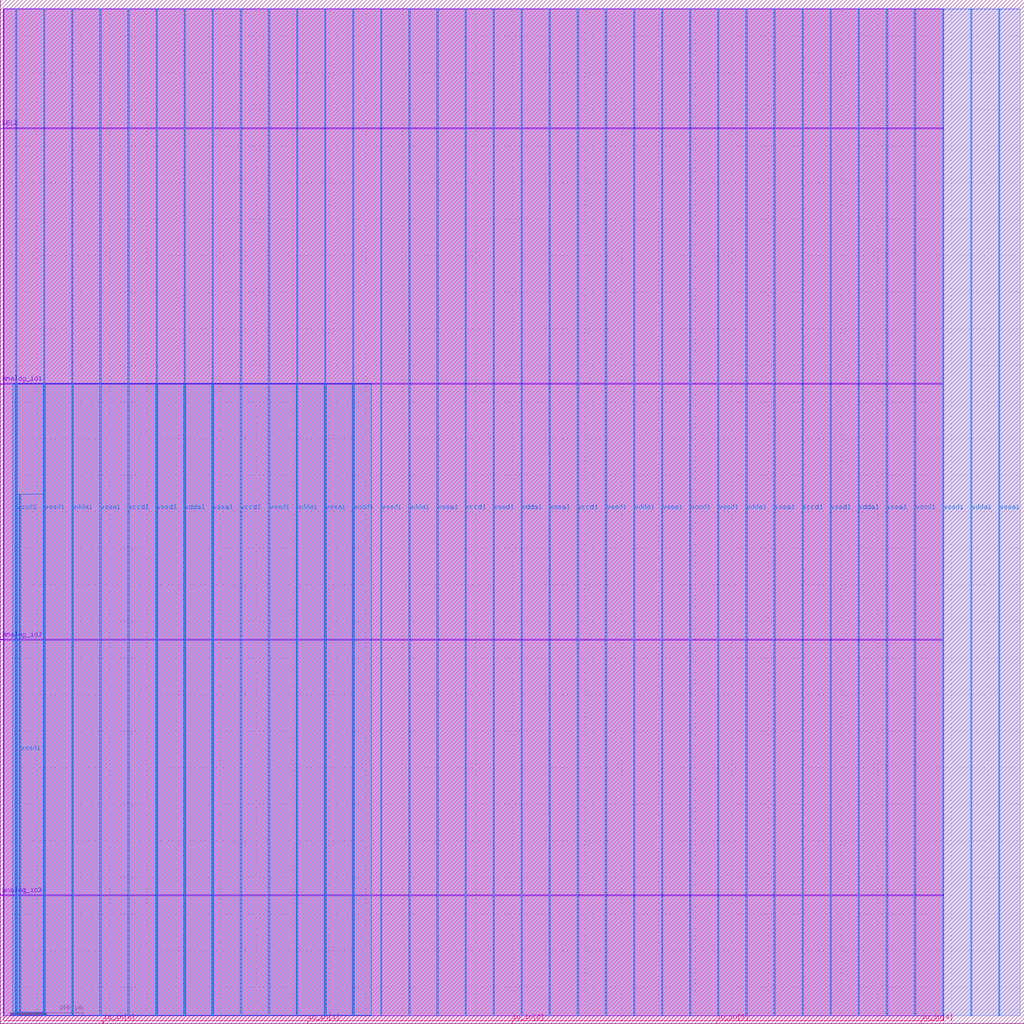
<source format=lef>
# Copyright 2020 The SkyWater PDK Authors
#
# Licensed under the Apache License, Version 2.0 (the "License");
# you may not use this file except in compliance with the License.
# You may obtain a copy of the License at
#
#     https://www.apache.org/licenses/LICENSE-2.0
#
# Unless required by applicable law or agreed to in writing, software
# distributed under the License is distributed on an "AS IS" BASIS,
# WITHOUT WARRANTIES OR CONDITIONS OF ANY KIND, either express or implied.
# See the License for the specific language governing permissions and
# limitations under the License.
#
# SPDX-License-Identifier: Apache-2.0

VERSION 5.7 ;

BUSBITCHARS "[]" ;
DIVIDERCHAR "/" ;

UNITS
  TIME NANOSECONDS 1 ;
  CAPACITANCE PICOFARADS 1 ;
  RESISTANCE OHMS 1 ;
  DATABASE MICRONS 1000 ;
END UNITS

MANUFACTURINGGRID 0.005 ;
USEMINSPACING OBS OFF ;

PROPERTYDEFINITIONS
  LAYER LEF58_TYPE STRING ;
END PROPERTYDEFINITIONS

# High density, single height
SITE unithd
  SYMMETRY Y ;
  CLASS CORE ;
  SIZE 0.46 BY 2.72 ;
END unithd

# High density, double height
SITE unithddbl
  SYMMETRY Y ;
  CLASS CORE ;
  SIZE 0.46 BY 5.44 ;
END unithddbl

LAYER nwell
  TYPE MASTERSLICE ;
  PROPERTY LEF58_TYPE "TYPE NWELL ;" ;
END nwell

LAYER pwell
  TYPE MASTERSLICE ;
  PROPERTY LEF58_TYPE "TYPE PWELL ;" ;
END pwell

LAYER li1
  TYPE ROUTING ;
  DIRECTION VERTICAL ;

  PITCH 0.46 0.34 ;
  OFFSET 0.23 0.17 ;

  WIDTH 0.17 ;          # LI 1
  # SPACING  0.17 ;     # LI 2
  SPACINGTABLE
     PARALLELRUNLENGTH 0
     WIDTH 0 0.17 ;
  AREA 0.0561 ;         # LI 6
  THICKNESS 0.1 ;
  EDGECAPACITANCE 40.697E-6 ;
  CAPACITANCE CPERSQDIST 36.9866E-6 ;
  RESISTANCE RPERSQ 12.8 ;

  ANTENNAMODEL OXIDE1 ;
  ANTENNADIFFSIDEAREARATIO PWL ( ( 0 75 ) ( 0.0125 75 ) ( 0.0225 85.125 ) ( 22.5 10200 ) ) ;
END li1

LAYER mcon
  TYPE CUT ;

  WIDTH 0.17 ;                # Mcon 1
  SPACING 0.19 ;              # Mcon 2
  ENCLOSURE BELOW 0 0 ;       # Mcon 4
  ENCLOSURE ABOVE 0.03 0.06 ; # Met1 4 / Met1 5
  RESISTANCE 9.30 ;

  ANTENNADIFFAREARATIO PWL ( ( 0 3 ) ( 0.0125 3 ) ( 0.0225 3.405 ) ( 22.5 408 ) ) ;
  DCCURRENTDENSITY AVERAGE 0.36 ; # mA per via Iavg_max at Tj = 90oC

END mcon

LAYER met1
  TYPE ROUTING ;
  DIRECTION HORIZONTAL ;

  PITCH 0.34 ;
  OFFSET 0.17 ;

  WIDTH 0.14 ;                     # Met1 1
  # SPACING 0.14 ;                 # Met1 2
  # SPACING 0.28 RANGE 3.001 100 ; # Met1 3b
  SPACINGTABLE
     PARALLELRUNLENGTH 0
     WIDTH 0 0.14
     WIDTH 3 0.28 ;
  AREA 0.083 ;                     # Met1 6
  THICKNESS 0.35 ;
  MINENCLOSEDAREA 0.14 ;

  ANTENNAMODEL OXIDE1 ;
  ANTENNADIFFSIDEAREARATIO PWL ( ( 0 400 ) ( 0.0125 400 ) ( 0.0225 2609 ) ( 22.5 11600 ) ) ;

  EDGECAPACITANCE 40.567E-6 ;
  CAPACITANCE CPERSQDIST 25.7784E-6 ;
  DCCURRENTDENSITY AVERAGE 2.8 ; # mA/um Iavg_max at Tj = 90oC
  ACCURRENTDENSITY RMS 6.1 ; # mA/um Irms_max at Tj = 90oC
  MAXIMUMDENSITY 70 ;
  DENSITYCHECKWINDOW 700 700 ;
  DENSITYCHECKSTEP 70 ;

  RESISTANCE RPERSQ 0.125 ;
END met1

LAYER via
  TYPE CUT ;
  WIDTH 0.15 ;                  # Via 1a
  SPACING 0.17 ;                # Via 2
  ENCLOSURE BELOW 0.055 0.085 ; # Via 4a / Via 5a
  ENCLOSURE ABOVE 0.055 0.085 ; # Met2 4 / Met2 5
  RESISTANCE 9.00 ;

  ANTENNADIFFAREARATIO PWL ( ( 0 6 ) ( 0.0125 6 ) ( 0.0225 6.81 ) ( 22.5 816 ) ) ;
  DCCURRENTDENSITY AVERAGE 0.29 ; # mA per via Iavg_max at Tj = 90oC
END via

LAYER met2
  TYPE ROUTING ;
  DIRECTION VERTICAL ;

  PITCH 0.46 ;
  OFFSET 0.23 ;

  WIDTH 0.14 ;                        # Met2 1
  # SPACING  0.14 ;                   # Met2 2
  # SPACING  0.28 RANGE 3.001 100 ;   # Met2 3b
  SPACINGTABLE
     PARALLELRUNLENGTH 0
     WIDTH 0 0.14
     WIDTH 3 0.28 ;
  AREA 0.0676 ;                       # Met2 6
  THICKNESS 0.35 ;
  MINENCLOSEDAREA 0.14 ;

  EDGECAPACITANCE 32.918E-6 ;
  CAPACITANCE CPERSQDIST 14.7703E-6 ;
  RESISTANCE RPERSQ 0.125 ;
  DCCURRENTDENSITY AVERAGE 2.8 ; # mA/um Iavg_max at Tj = 90oC
  ACCURRENTDENSITY RMS 6.1 ; # mA/um Irms_max at Tj = 90oC

  ANTENNAMODEL OXIDE1 ;
  ANTENNADIFFSIDEAREARATIO PWL ( ( 0 400 ) ( 0.0125 400 ) ( 0.0225 2609 ) ( 22.5 11600 ) ) ;

  MAXIMUMDENSITY 70 ;
  DENSITYCHECKWINDOW 700 700 ;
  DENSITYCHECKSTEP 70 ;
END met2

# ******** Layer via2, type routing, number 44 **************
LAYER via2
  TYPE CUT ;
  WIDTH 0.2 ;                   # Via2 1
  SPACING 0.2 ;                 # Via2 2
  ENCLOSURE BELOW 0.04 0.085 ;  # Via2 4
  ENCLOSURE ABOVE 0.065 0.065 ; # Met3 4
  RESISTANCE 3.41 ;
  ANTENNADIFFAREARATIO PWL ( ( 0 6 ) ( 0.0125 6 ) ( 0.0225 6.81 ) ( 22.5 816 ) ) ;
  DCCURRENTDENSITY AVERAGE 0.48 ; # mA per via Iavg_max at Tj = 90oC
END via2

LAYER met3
  TYPE ROUTING ;
  DIRECTION HORIZONTAL ;

  PITCH 0.68 ;
  OFFSET 0.34 ;

  WIDTH 0.3 ;              # Met3 1
  # SPACING 0.3 ;          # Met3 2
  SPACINGTABLE
     PARALLELRUNLENGTH 0
     WIDTH 0 0.3
     WIDTH 3 0.4 ;
  AREA 0.24 ;              # Met3 6
  THICKNESS 0.8 ;

  EDGECAPACITANCE 37.065E-6 ;
  CAPACITANCE CPERSQDIST 11.1883E-6 ;
  RESISTANCE RPERSQ 0.047 ;
  DCCURRENTDENSITY AVERAGE 6.8 ; # mA/um Iavg_max at Tj = 90oC
  ACCURRENTDENSITY RMS 14.9 ; # mA/um Irms_max at Tj = 90oC

  ANTENNAMODEL OXIDE1 ;
  ANTENNADIFFSIDEAREARATIO PWL ( ( 0 400 ) ( 0.0125 400 ) ( 0.0225 2609 ) ( 22.5 11600 ) ) ;

  MAXIMUMDENSITY 70 ;
  DENSITYCHECKWINDOW 700 700 ;
  DENSITYCHECKSTEP 70 ;
END met3

LAYER via3
  TYPE CUT ;
  WIDTH 0.2 ;                   # Via3 1
  SPACING 0.2 ;                 # Via3 2
  ENCLOSURE BELOW 0.06 0.09 ;   # Via3 4 / Via3 5
  ENCLOSURE ABOVE 0.065 0.065 ; # Met4 3
  RESISTANCE 3.41 ;
  ANTENNADIFFAREARATIO PWL ( ( 0 6 ) ( 0.0125 6 ) ( 0.0225 6.81 ) ( 22.5 816 ) ) ;
  DCCURRENTDENSITY AVERAGE 0.48 ; # mA per via Iavg_max at Tj = 90oC
END via3

LAYER met4
  TYPE ROUTING ;
  DIRECTION VERTICAL ;

  PITCH 0.92 ;
  OFFSET 0.46 ;

  WIDTH 0.3 ;             # Met4 1
  # SPACING  0.3 ;             # Met4 2
  SPACINGTABLE
     PARALLELRUNLENGTH 0
     WIDTH 0 0.3
     WIDTH 3 0.4 ;
  AREA 0.24 ;            # Met4 4a

  THICKNESS 0.8 ;

  EDGECAPACITANCE 34.169E-6 ;
  CAPACITANCE CPERSQDIST 7.84019E-6 ;
  RESISTANCE RPERSQ 0.047 ;
  DCCURRENTDENSITY AVERAGE 6.8 ; # mA/um Iavg_max at Tj = 90oC
  ACCURRENTDENSITY RMS 14.9 ; # mA/um Irms_max at Tj = 90oC

  ANTENNAMODEL OXIDE1 ;
  ANTENNADIFFSIDEAREARATIO PWL ( ( 0 400 ) ( 0.0125 400 ) ( 0.0225 2609 ) ( 22.5 11600 ) ) ;

  MAXIMUMDENSITY 70 ;
  DENSITYCHECKWINDOW 700 700 ;
  DENSITYCHECKSTEP 70 ;
END met4

LAYER via4
  TYPE CUT ;

  WIDTH 0.8 ;                 # Via4 1
  SPACING 0.8 ;               # Via4 2
  ENCLOSURE BELOW 0.19 0.19 ; # Via4 4
  ENCLOSURE ABOVE 0.31 0.31 ; # Met5 3
  RESISTANCE 0.38 ;
  ANTENNADIFFAREARATIO PWL ( ( 0 6 ) ( 0.0125 6 ) ( 0.0225 6.81 ) ( 22.5 816 ) ) ;
  DCCURRENTDENSITY AVERAGE 2.49 ; # mA per via Iavg_max at Tj = 90oC
END via4

LAYER met5
  TYPE ROUTING ;
  DIRECTION HORIZONTAL ;

  PITCH 3.4 ;
  OFFSET 1.7 ;

  WIDTH 1.6 ;            # Met5 1
  #SPACING  1.6 ;        # Met5 2
  SPACINGTABLE
     PARALLELRUNLENGTH 0
     WIDTH 0 1.6 ;
  AREA 4 ;               # Met5 4

  THICKNESS 1.2 ;

  EDGECAPACITANCE 36.828E-6 ;
  CAPACITANCE CPERSQDIST 5.99155E-6 ;
  RESISTANCE RPERSQ 0.0285 ;
  DCCURRENTDENSITY AVERAGE 10.17 ; # mA/um Iavg_max at Tj = 90oC
  ACCURRENTDENSITY RMS 22.34 ; # mA/um Irms_max at Tj = 90oC

  ANTENNAMODEL OXIDE1 ;
  ANTENNADIFFSIDEAREARATIO PWL ( ( 0 400 ) ( 0.0125 400 ) ( 0.0225 2609 ) ( 22.5 11600 ) ) ;
END met5


### Routing via cells section   ###
# Plus via rule, metals are along the prefered direction
VIA L1M1_PR DEFAULT
  LAYER mcon ;
  RECT -0.085 -0.085 0.085 0.085 ;
  LAYER li1 ;
  RECT -0.085 -0.085 0.085 0.085 ;
  LAYER met1 ;
  RECT -0.145 -0.115 0.145 0.115 ;
END L1M1_PR

VIARULE L1M1_PR GENERATE
  LAYER li1 ;
  ENCLOSURE 0 0 ;
  LAYER met1 ;
  ENCLOSURE 0.06 0.03 ;
  LAYER mcon ;
  RECT -0.085 -0.085 0.085 0.085 ;
  SPACING 0.36 BY 0.36 ;
END L1M1_PR

# Plus via rule, metals are along the non prefered direction
VIA L1M1_PR_R DEFAULT
  LAYER mcon ;
  RECT -0.085 -0.085 0.085 0.085 ;
  LAYER li1 ;
  RECT -0.085 -0.085 0.085 0.085 ;
  LAYER met1 ;
  RECT -0.115 -0.145 0.115 0.145 ;
END L1M1_PR_R

VIARULE L1M1_PR_R GENERATE
  LAYER li1 ;
  ENCLOSURE 0 0 ;
  LAYER met1 ;
  ENCLOSURE 0.03 0.06 ;
  LAYER mcon ;
  RECT -0.085 -0.085 0.085 0.085 ;
  SPACING 0.36 BY 0.36 ;
END L1M1_PR_R

# Minus via rule, lower layer metal is along prefered direction
VIA L1M1_PR_M DEFAULT
  LAYER mcon ;
  RECT -0.085 -0.085 0.085 0.085 ;
  LAYER li1 ;
  RECT -0.085 -0.085 0.085 0.085 ;
  LAYER met1 ;
  RECT -0.115 -0.145 0.115 0.145 ;
END L1M1_PR_M

VIARULE L1M1_PR_M GENERATE
  LAYER li1 ;
  ENCLOSURE 0 0 ;
  LAYER met1 ;
  ENCLOSURE 0.03 0.06 ;
  LAYER mcon ;
  RECT -0.085 -0.085 0.085 0.085 ;
  SPACING 0.36 BY 0.36 ;
END L1M1_PR_M

# Minus via rule, upper layer metal is along prefered direction
VIA L1M1_PR_MR DEFAULT
  LAYER mcon ;
  RECT -0.085 -0.085 0.085 0.085 ;
  LAYER li1 ;
  RECT -0.085 -0.085 0.085 0.085 ;
  LAYER met1 ;
  RECT -0.145 -0.115 0.145 0.115 ;
END L1M1_PR_MR

VIARULE L1M1_PR_MR GENERATE
  LAYER li1 ;
  ENCLOSURE 0 0 ;
  LAYER met1 ;
  ENCLOSURE 0.06 0.03 ;
  LAYER mcon ;
  RECT -0.085 -0.085 0.085 0.085 ;
  SPACING 0.36 BY 0.36 ;
END L1M1_PR_MR

# Centered via rule, we really do not want to use it
VIA L1M1_PR_C DEFAULT
  LAYER mcon ;
  RECT -0.085 -0.085 0.085 0.085 ;
  LAYER li1 ;
  RECT -0.085 -0.085 0.085 0.085 ;
  LAYER met1 ;
  RECT -0.145 -0.145 0.145 0.145 ;
END L1M1_PR_C

VIARULE L1M1_PR_C GENERATE
  LAYER li1 ;
  ENCLOSURE 0 0 ;
  LAYER met1 ;
  ENCLOSURE 0.06 0.06 ;
  LAYER mcon ;
  RECT -0.085 -0.085 0.085 0.085 ;
  SPACING 0.36 BY 0.36 ;
END L1M1_PR_C

# Plus via rule, metals are along the prefered direction
VIA M1M2_PR DEFAULT
  LAYER via ;
  RECT -0.075 -0.075 0.075 0.075 ;
  LAYER met1 ;
  RECT -0.16 -0.13 0.16 0.13 ;
  LAYER met2 ;
  RECT -0.13 -0.16 0.13 0.16 ;
END M1M2_PR

VIARULE M1M2_PR GENERATE
  LAYER met1 ;
  ENCLOSURE 0.085 0.055 ;
  LAYER met2 ;
  ENCLOSURE 0.055 0.085 ;
  LAYER via ;
  RECT -0.075 -0.075 0.075 0.075 ;
  SPACING 0.32 BY 0.32 ;
END M1M2_PR

# Plus via rule, metals are along the non prefered direction
VIA M1M2_PR_R DEFAULT
  LAYER via ;
  RECT -0.075 -0.075 0.075 0.075 ;
  LAYER met1 ;
  RECT -0.13 -0.16 0.13 0.16 ;
  LAYER met2 ;
  RECT -0.16 -0.13 0.16 0.13 ;
END M1M2_PR_R

VIARULE M1M2_PR_R GENERATE
  LAYER met1 ;
  ENCLOSURE 0.055 0.085 ;
  LAYER met2 ;
  ENCLOSURE 0.085 0.055 ;
  LAYER via ;
  RECT -0.075 -0.075 0.075 0.075 ;
  SPACING 0.32 BY 0.32 ;
END M1M2_PR_R

# Minus via rule, lower layer metal is along prefered direction
VIA M1M2_PR_M DEFAULT
  LAYER via ;
  RECT -0.075 -0.075 0.075 0.075 ;
  LAYER met1 ;
  RECT -0.16 -0.13 0.16 0.13 ;
  LAYER met2 ;
  RECT -0.16 -0.13 0.16 0.13 ;
END M1M2_PR_M

VIARULE M1M2_PR_M GENERATE
  LAYER met1 ;
  ENCLOSURE 0.085 0.055 ;
  LAYER met2 ;
  ENCLOSURE 0.085 0.055 ;
  LAYER via ;
  RECT -0.075 -0.075 0.075 0.075 ;
  SPACING 0.32 BY 0.32 ;
END M1M2_PR_M

# Minus via rule, upper layer metal is along prefered direction
VIA M1M2_PR_MR DEFAULT
  LAYER via ;
  RECT -0.075 -0.075 0.075 0.075 ;
  LAYER met1 ;
  RECT -0.13 -0.16 0.13 0.16 ;
  LAYER met2 ;
  RECT -0.13 -0.16 0.13 0.16 ;
END M1M2_PR_MR

VIARULE M1M2_PR_MR GENERATE
  LAYER met1 ;
  ENCLOSURE 0.055 0.085 ;
  LAYER met2 ;
  ENCLOSURE 0.055 0.085 ;
  LAYER via ;
  RECT -0.075 -0.075 0.075 0.075 ;
  SPACING 0.32 BY 0.32 ;
END M1M2_PR_MR

# Centered via rule, we really do not want to use it
VIA M1M2_PR_C DEFAULT
  LAYER via ;
  RECT -0.075 -0.075 0.075 0.075 ;
  LAYER met1 ;
  RECT -0.16 -0.16 0.16 0.16 ;
  LAYER met2 ;
  RECT -0.16 -0.16 0.16 0.16 ;
END M1M2_PR_C

VIARULE M1M2_PR_C GENERATE
  LAYER met1 ;
  ENCLOSURE 0.085 0.085 ;
  LAYER met2 ;
  ENCLOSURE 0.085 0.085 ;
  LAYER via ;
  RECT -0.075 -0.075 0.075 0.075 ;
  SPACING 0.32 BY 0.32 ;
END M1M2_PR_C

# Plus via rule, metals are along the prefered direction
VIA M2M3_PR DEFAULT
  LAYER via2 ;
  RECT -0.1 -0.1 0.1 0.1 ;
  LAYER met2 ;
  RECT -0.14 -0.185 0.14 0.185 ;
  LAYER met3 ;
  RECT -0.165 -0.165 0.165 0.165 ;
END M2M3_PR

VIARULE M2M3_PR GENERATE
  LAYER met2 ;
  ENCLOSURE 0.04 0.085 ;
  LAYER met3 ;
  ENCLOSURE 0.065 0.065 ;
  LAYER via2 ;
  RECT -0.1 -0.1 0.1 0.1 ;
  SPACING 0.4 BY 0.4 ;
END M2M3_PR

# Plus via rule, metals are along the non prefered direction
VIA M2M3_PR_R DEFAULT
  LAYER via2 ;
  RECT -0.1 -0.1 0.1 0.1 ;
  LAYER met2 ;
  RECT -0.185 -0.14 0.185 0.14 ;
  LAYER met3 ;
  RECT -0.165 -0.165 0.165 0.165 ;
END M2M3_PR_R

VIARULE M2M3_PR_R GENERATE
  LAYER met2 ;
  ENCLOSURE 0.085 0.04 ;
  LAYER met3 ;
  ENCLOSURE 0.065 0.065 ;
  LAYER via2 ;
  RECT -0.1 -0.1 0.1 0.1 ;
  SPACING 0.4 BY 0.4 ;
END M2M3_PR_R

# Minus via rule, lower layer metal is along prefered direction
VIA M2M3_PR_M DEFAULT
  LAYER via2 ;
  RECT -0.1 -0.1 0.1 0.1 ;
  LAYER met2 ;
  RECT -0.14 -0.185 0.14 0.185 ;
  LAYER met3 ;
  RECT -0.165 -0.165 0.165 0.165 ;
END M2M3_PR_M

VIARULE M2M3_PR_M GENERATE
  LAYER met2 ;
  ENCLOSURE 0.04 0.085 ;
  LAYER met3 ;
  ENCLOSURE 0.065 0.065 ;
  LAYER via2 ;
  RECT -0.1 -0.1 0.1 0.1 ;
  SPACING 0.4 BY 0.4 ;
END M2M3_PR_M

# Minus via rule, upper layer metal is along prefered direction
VIA M2M3_PR_MR DEFAULT
  LAYER via2 ;
  RECT -0.1 -0.1 0.1 0.1 ;
  LAYER met2 ;
  RECT -0.185 -0.14 0.185 0.14 ;
  LAYER met3 ;
  RECT -0.165 -0.165 0.165 0.165 ;
END M2M3_PR_MR

VIARULE M2M3_PR_MR GENERATE
  LAYER met2 ;
  ENCLOSURE 0.085 0.04 ;
  LAYER met3 ;
  ENCLOSURE 0.065 0.065 ;
  LAYER via2 ;
  RECT -0.1 -0.1 0.1 0.1 ;
  SPACING 0.4 BY 0.4 ;
END M2M3_PR_MR

# Centered via rule, we really do not want to use it
VIA M2M3_PR_C DEFAULT
  LAYER via2 ;
  RECT -0.1 -0.1 0.1 0.1 ;
  LAYER met2 ;
  RECT -0.185 -0.185 0.185 0.185 ;
  LAYER met3 ;
  RECT -0.165 -0.165 0.165 0.165 ;
END M2M3_PR_C

VIARULE M2M3_PR_C GENERATE
  LAYER met2 ;
  ENCLOSURE 0.085 0.085 ;
  LAYER met3 ;
  ENCLOSURE 0.065 0.065 ;
  LAYER via2 ;
  RECT -0.1 -0.1 0.1 0.1 ;
  SPACING 0.4 BY 0.4 ;
END M2M3_PR_C

# Plus via rule, metals are along the prefered direction
VIA M3M4_PR DEFAULT
  LAYER via3 ;
  RECT -0.1 -0.1 0.1 0.1 ;
  LAYER met3 ;
  RECT -0.19 -0.16 0.19 0.16 ;
  LAYER met4 ;
  RECT -0.165 -0.165 0.165 0.165 ;
END M3M4_PR

VIARULE M3M4_PR GENERATE
  LAYER met3 ;
  ENCLOSURE 0.09 0.06 ;
  LAYER met4 ;
  ENCLOSURE 0.065 0.065 ;
  LAYER via3 ;
  RECT -0.1 -0.1 0.1 0.1 ;
  SPACING 0.4 BY 0.4 ;
END M3M4_PR

# Plus via rule, metals are along the non prefered direction
VIA M3M4_PR_R DEFAULT
  LAYER via3 ;
  RECT -0.1 -0.1 0.1 0.1 ;
  LAYER met3 ;
  RECT -0.16 -0.19 0.16 0.19 ;
  LAYER met4 ;
  RECT -0.165 -0.165 0.165 0.165 ;
END M3M4_PR_R

VIARULE M3M4_PR_R GENERATE
  LAYER met3 ;
  ENCLOSURE 0.06 0.09 ;
  LAYER met4 ;
  ENCLOSURE 0.065 0.065 ;
  LAYER via3 ;
  RECT -0.1 -0.1 0.1 0.1 ;
  SPACING 0.4 BY 0.4 ;
END M3M4_PR_R

# Minus via rule, lower layer metal is along prefered direction
VIA M3M4_PR_M DEFAULT
  LAYER via3 ;
  RECT -0.1 -0.1 0.1 0.1 ;
  LAYER met3 ;
  RECT -0.19 -0.16 0.19 0.16 ;
  LAYER met4 ;
  RECT -0.165 -0.165 0.165 0.165 ;
END M3M4_PR_M

VIARULE M3M4_PR_M GENERATE
  LAYER met3 ;
  ENCLOSURE 0.09 0.06 ;
  LAYER met4 ;
  ENCLOSURE 0.065 0.065 ;
  LAYER via3 ;
  RECT -0.1 -0.1 0.1 0.1 ;
  SPACING 0.4 BY 0.4 ;
END M3M4_PR_M

# Minus via rule, upper layer metal is along prefered direction
VIA M3M4_PR_MR DEFAULT
  LAYER via3 ;
  RECT -0.1 -0.1 0.1 0.1 ;
  LAYER met3 ;
  RECT -0.16 -0.19 0.16 0.19 ;
  LAYER met4 ;
  RECT -0.165 -0.165 0.165 0.165 ;
END M3M4_PR_MR

VIARULE M3M4_PR_MR GENERATE
  LAYER met3 ;
  ENCLOSURE 0.06 0.09 ;
  LAYER met4 ;
  ENCLOSURE 0.065 0.065 ;
  LAYER via3 ;
  RECT -0.1 -0.1 0.1 0.1 ;
  SPACING 0.4 BY 0.4 ;
END M3M4_PR_MR

# Centered via rule, we really do not want to use it
VIA M3M4_PR_C DEFAULT
  LAYER via3 ;
  RECT -0.1 -0.1 0.1 0.1 ;
  LAYER met3 ;
  RECT -0.19 -0.19 0.19 0.19 ;
  LAYER met4 ;
  RECT -0.165 -0.165 0.165 0.165 ;
END M3M4_PR_C

VIARULE M3M4_PR_C GENERATE
  LAYER met3 ;
  ENCLOSURE 0.09 0.09 ;
  LAYER met4 ;
  ENCLOSURE 0.065 0.065 ;
  LAYER via3 ;
  RECT -0.1 -0.1 0.1 0.1 ;
  SPACING 0.4 BY 0.4 ;
END M3M4_PR_C

# Plus via rule, metals are along the prefered direction
VIA M4M5_PR DEFAULT
  LAYER via4 ;
  RECT -0.4 -0.4 0.4 0.4 ;
  LAYER met4 ;
  RECT -0.59 -0.59 0.59 0.59 ;
  LAYER met5 ;
  RECT -0.71 -0.71 0.71 0.71 ;
END M4M5_PR

VIARULE M4M5_PR GENERATE
  LAYER met4 ;
  ENCLOSURE 0.19 0.19 ;
  LAYER met5 ;
  ENCLOSURE 0.31 0.31 ;
  LAYER via4 ;
  RECT -0.4 -0.4 0.4 0.4 ;
  SPACING 1.6 BY 1.6 ;
END M4M5_PR

# Plus via rule, metals are along the non prefered direction
VIA M4M5_PR_R DEFAULT
  LAYER via4 ;
  RECT -0.4 -0.4 0.4 0.4 ;
  LAYER met4 ;
  RECT -0.59 -0.59 0.59 0.59 ;
  LAYER met5 ;
  RECT -0.71 -0.71 0.71 0.71 ;
END M4M5_PR_R

VIARULE M4M5_PR_R GENERATE
  LAYER met4 ;
  ENCLOSURE 0.19 0.19 ;
  LAYER met5 ;
  ENCLOSURE 0.31 0.31 ;
  LAYER via4 ;
  RECT -0.4 -0.4 0.4 0.4 ;
  SPACING 1.6 BY 1.6 ;
END M4M5_PR_R

# Minus via rule, lower layer metal is along prefered direction
VIA M4M5_PR_M DEFAULT
  LAYER via4 ;
  RECT -0.4 -0.4 0.4 0.4 ;
  LAYER met4 ;
  RECT -0.59 -0.59 0.59 0.59 ;
  LAYER met5 ;
  RECT -0.71 -0.71 0.71 0.71 ;
END M4M5_PR_M

VIARULE M4M5_PR_M GENERATE
  LAYER met4 ;
  ENCLOSURE 0.19 0.19 ;
  LAYER met5 ;
  ENCLOSURE 0.31 0.31 ;
  LAYER via4 ;
  RECT -0.4 -0.4 0.4 0.4 ;
  SPACING 1.6 BY 1.6 ;
END M4M5_PR_M

# Minus via rule, upper layer metal is along prefered direction
VIA M4M5_PR_MR DEFAULT
  LAYER via4 ;
  RECT -0.4 -0.4 0.4 0.4 ;
  LAYER met4 ;
  RECT -0.59 -0.59 0.59 0.59 ;
  LAYER met5 ;
  RECT -0.71 -0.71 0.71 0.71 ;
END M4M5_PR_MR

VIARULE M4M5_PR_MR GENERATE
  LAYER met4 ;
  ENCLOSURE 0.19 0.19 ;
  LAYER met5 ;
  ENCLOSURE 0.31 0.31 ;
  LAYER via4 ;
  RECT -0.4 -0.4 0.4 0.4 ;
  SPACING 1.6 BY 1.6 ;
END M4M5_PR_MR

# Centered via rule, we really do not want to use it
VIA M4M5_PR_C DEFAULT
  LAYER via4 ;
  RECT -0.4 -0.4 0.4 0.4 ;
  LAYER met4 ;
  RECT -0.59 -0.59 0.59 0.59 ;
  LAYER met5 ;
  RECT -0.71 -0.71 0.71 0.71 ;
END M4M5_PR_C

VIARULE M4M5_PR_C GENERATE
  LAYER met4 ;
  ENCLOSURE 0.19 0.19 ;
  LAYER met5 ;
  ENCLOSURE 0.31 0.31 ;
  LAYER via4 ;
  RECT -0.4 -0.4 0.4 0.4 ;
  SPACING 1.6 BY 1.6 ;
END M4M5_PR_C
###  end of single via cells   ###


MACRO sky130_fd_sc_hd__a2bb2o_1
  CLASS CORE ;
  FOREIGN sky130_fd_sc_hd__a2bb2o_1 ;
  ORIGIN 0.000 0.000 ;
  SIZE 3.680 BY 2.720 ;
  SYMMETRY X Y R90 ;
  SITE unithd ;
  PIN A1_N
    DIRECTION INPUT ;
    USE SIGNAL ;
    ANTENNAGATEAREA 0.126000 ;
    PORT
      LAYER li1 ;
        RECT 0.910 0.995 1.240 1.615 ;
    END
  END A1_N
  PIN A2_N
    DIRECTION INPUT ;
    USE SIGNAL ;
    ANTENNAGATEAREA 0.126000 ;
    PORT
      LAYER li1 ;
        RECT 1.410 0.995 1.700 1.375 ;
    END
  END A2_N
  PIN B1
    DIRECTION INPUT ;
    USE SIGNAL ;
    ANTENNAGATEAREA 0.126000 ;
    PORT
      LAYER li1 ;
        RECT 3.280 0.765 3.540 1.655 ;
    END
  END B1
  PIN B2
    DIRECTION INPUT ;
    USE SIGNAL ;
    ANTENNAGATEAREA 0.126000 ;
    PORT
      LAYER li1 ;
        RECT 2.600 1.355 3.080 1.655 ;
        RECT 2.820 0.765 3.080 1.355 ;
    END
  END B2
  PIN VGND
    DIRECTION INOUT ;
    USE GROUND ;
    SHAPE ABUTMENT ;
    PORT
      LAYER met1 ;
        RECT 0.000 -0.240 3.680 0.240 ;
    END
  END VGND
  PIN VNB
    DIRECTION INOUT ;
    USE GROUND ;
    PORT
      LAYER pwell ;
        RECT 0.005 0.785 0.925 1.015 ;
        RECT 0.005 0.105 3.590 0.785 ;
        RECT 0.150 -0.085 0.320 0.105 ;
    END
  END VNB
  PIN VPB
    DIRECTION INOUT ;
    USE POWER ;
    PORT
      LAYER nwell ;
        RECT -0.190 1.305 3.870 2.910 ;
    END
  END VPB
  PIN VPWR
    DIRECTION INOUT ;
    USE POWER ;
    SHAPE ABUTMENT ;
    PORT
      LAYER met1 ;
        RECT 0.000 2.480 3.680 2.960 ;
    END
  END VPWR
  PIN X
    DIRECTION OUTPUT ;
    USE SIGNAL ;
    ANTENNADIFFAREA 0.429000 ;
    PORT
      LAYER li1 ;
        RECT 0.085 1.525 0.345 2.465 ;
        RECT 0.085 0.810 0.260 1.525 ;
        RECT 0.085 0.255 0.345 0.810 ;
    END
  END X
  OBS
      LAYER li1 ;
        RECT 0.000 2.635 3.680 2.805 ;
        RECT 0.515 2.235 0.845 2.635 ;
        RECT 1.990 2.370 2.245 2.465 ;
        RECT 1.105 2.200 2.245 2.370 ;
        RECT 2.415 2.255 2.745 2.425 ;
        RECT 1.105 1.975 1.275 2.200 ;
        RECT 0.515 1.805 1.275 1.975 ;
        RECT 1.990 2.065 2.245 2.200 ;
        RECT 0.515 1.325 0.685 1.805 ;
        RECT 1.540 1.715 1.710 1.905 ;
        RECT 1.990 1.895 2.400 2.065 ;
        RECT 1.540 1.545 2.060 1.715 ;
        RECT 0.430 0.995 0.685 1.325 ;
        RECT 1.890 0.825 2.060 1.545 ;
        RECT 1.180 0.655 2.060 0.825 ;
        RECT 2.230 0.870 2.400 1.895 ;
        RECT 2.575 2.005 2.745 2.255 ;
        RECT 2.915 2.175 3.165 2.635 ;
        RECT 3.335 2.005 3.515 2.465 ;
        RECT 2.575 1.835 3.515 2.005 ;
        RECT 2.230 0.700 2.580 0.870 ;
        RECT 0.515 0.085 0.945 0.530 ;
        RECT 1.180 0.255 1.350 0.655 ;
        RECT 1.520 0.085 2.240 0.485 ;
        RECT 2.410 0.255 2.580 0.700 ;
        RECT 3.155 0.085 3.555 0.595 ;
        RECT 0.000 -0.085 3.680 0.085 ;
      LAYER mcon ;
        RECT 0.145 2.635 0.315 2.805 ;
        RECT 0.605 2.635 0.775 2.805 ;
        RECT 1.065 2.635 1.235 2.805 ;
        RECT 1.525 2.635 1.695 2.805 ;
        RECT 1.985 2.635 2.155 2.805 ;
        RECT 2.445 2.635 2.615 2.805 ;
        RECT 2.905 2.635 3.075 2.805 ;
        RECT 3.365 2.635 3.535 2.805 ;
        RECT 0.145 -0.085 0.315 0.085 ;
        RECT 0.605 -0.085 0.775 0.085 ;
        RECT 1.065 -0.085 1.235 0.085 ;
        RECT 1.525 -0.085 1.695 0.085 ;
        RECT 1.985 -0.085 2.155 0.085 ;
        RECT 2.445 -0.085 2.615 0.085 ;
        RECT 2.905 -0.085 3.075 0.085 ;
        RECT 3.365 -0.085 3.535 0.085 ;
  END
END sky130_fd_sc_hd__a2bb2o_1
MACRO sky130_fd_sc_hd__a2bb2o_2
  CLASS CORE ;
  FOREIGN sky130_fd_sc_hd__a2bb2o_2 ;
  ORIGIN 0.000 0.000 ;
  SIZE 4.140 BY 2.720 ;
  SYMMETRY X Y R90 ;
  SITE unithd ;
  PIN A1_N
    DIRECTION INPUT ;
    USE SIGNAL ;
    ANTENNAGATEAREA 0.159000 ;
    PORT
      LAYER li1 ;
        RECT 1.345 0.995 1.675 1.615 ;
    END
  END A1_N
  PIN A2_N
    DIRECTION INPUT ;
    USE SIGNAL ;
    ANTENNAGATEAREA 0.159000 ;
    PORT
      LAYER li1 ;
        RECT 1.845 0.995 2.135 1.375 ;
    END
  END A2_N
  PIN B1
    DIRECTION INPUT ;
    USE SIGNAL ;
    ANTENNAGATEAREA 0.159000 ;
    PORT
      LAYER li1 ;
        RECT 3.730 0.765 3.990 1.655 ;
    END
  END B1
  PIN B2
    DIRECTION INPUT ;
    USE SIGNAL ;
    ANTENNAGATEAREA 0.159000 ;
    PORT
      LAYER li1 ;
        RECT 3.050 1.355 3.530 1.655 ;
        RECT 3.270 0.765 3.530 1.355 ;
    END
  END B2
  PIN VGND
    DIRECTION INOUT ;
    USE GROUND ;
    SHAPE ABUTMENT ;
    PORT
      LAYER met1 ;
        RECT 0.000 -0.240 4.140 0.240 ;
    END
  END VGND
  PIN VNB
    DIRECTION INOUT ;
    USE GROUND ;
    PORT
      LAYER pwell ;
        RECT 0.015 0.785 1.360 1.015 ;
        RECT 0.015 0.105 4.040 0.785 ;
        RECT 0.125 -0.085 0.295 0.105 ;
    END
  END VNB
  PIN VPB
    DIRECTION INOUT ;
    USE POWER ;
    PORT
      LAYER nwell ;
        RECT -0.190 1.305 4.330 2.910 ;
    END
  END VPB
  PIN VPWR
    DIRECTION INOUT ;
    USE POWER ;
    SHAPE ABUTMENT ;
    PORT
      LAYER met1 ;
        RECT 0.000 2.480 4.140 2.960 ;
    END
  END VPWR
  PIN X
    DIRECTION OUTPUT ;
    USE SIGNAL ;
    ANTENNADIFFAREA 0.445500 ;
    PORT
      LAYER li1 ;
        RECT 0.525 1.525 0.780 2.465 ;
        RECT 0.525 0.810 0.695 1.525 ;
        RECT 0.525 0.255 0.780 0.810 ;
    END
  END X
  OBS
      LAYER li1 ;
        RECT 0.000 2.635 4.140 2.805 ;
        RECT 0.185 1.445 0.355 2.635 ;
        RECT 0.950 2.235 1.280 2.635 ;
        RECT 2.500 2.370 2.670 2.465 ;
        RECT 1.540 2.200 2.670 2.370 ;
        RECT 2.875 2.255 3.205 2.425 ;
        RECT 1.540 1.975 1.710 2.200 ;
        RECT 0.950 1.805 1.710 1.975 ;
        RECT 2.440 2.065 2.670 2.200 ;
        RECT 0.950 1.325 1.120 1.805 ;
        RECT 1.975 1.715 2.145 1.905 ;
        RECT 2.440 1.895 2.850 2.065 ;
        RECT 1.975 1.545 2.510 1.715 ;
        RECT 0.865 0.995 1.120 1.325 ;
        RECT 0.185 0.085 0.355 0.930 ;
        RECT 2.340 0.825 2.510 1.545 ;
        RECT 1.615 0.655 2.510 0.825 ;
        RECT 2.680 0.870 2.850 1.895 ;
        RECT 3.035 2.005 3.205 2.255 ;
        RECT 3.375 2.175 3.625 2.635 ;
        RECT 3.795 2.005 3.965 2.465 ;
        RECT 3.035 1.835 3.965 2.005 ;
        RECT 2.680 0.700 3.030 0.870 ;
        RECT 0.950 0.085 1.380 0.530 ;
        RECT 1.615 0.255 1.785 0.655 ;
        RECT 1.955 0.085 2.690 0.485 ;
        RECT 2.860 0.255 3.030 0.700 ;
        RECT 3.605 0.085 4.005 0.595 ;
        RECT 0.000 -0.085 4.140 0.085 ;
      LAYER mcon ;
        RECT 0.145 2.635 0.315 2.805 ;
        RECT 0.605 2.635 0.775 2.805 ;
        RECT 1.065 2.635 1.235 2.805 ;
        RECT 1.525 2.635 1.695 2.805 ;
        RECT 1.985 2.635 2.155 2.805 ;
        RECT 2.445 2.635 2.615 2.805 ;
        RECT 2.905 2.635 3.075 2.805 ;
        RECT 3.365 2.635 3.535 2.805 ;
        RECT 3.825 2.635 3.995 2.805 ;
        RECT 0.145 -0.085 0.315 0.085 ;
        RECT 0.605 -0.085 0.775 0.085 ;
        RECT 1.065 -0.085 1.235 0.085 ;
        RECT 1.525 -0.085 1.695 0.085 ;
        RECT 1.985 -0.085 2.155 0.085 ;
        RECT 2.445 -0.085 2.615 0.085 ;
        RECT 2.905 -0.085 3.075 0.085 ;
        RECT 3.365 -0.085 3.535 0.085 ;
        RECT 3.825 -0.085 3.995 0.085 ;
  END
END sky130_fd_sc_hd__a2bb2o_2
MACRO sky130_fd_sc_hd__a2bb2o_4
  CLASS CORE ;
  FOREIGN sky130_fd_sc_hd__a2bb2o_4 ;
  ORIGIN 0.000 0.000 ;
  SIZE 7.360 BY 2.720 ;
  SYMMETRY X Y R90 ;
  SITE unithd ;
  PIN A1_N
    DIRECTION INPUT ;
    USE SIGNAL ;
    ANTENNAGATEAREA 0.495000 ;
    PORT
      LAYER li1 ;
        RECT 3.475 1.445 4.965 1.615 ;
        RECT 3.475 1.325 3.645 1.445 ;
        RECT 3.315 1.075 3.645 1.325 ;
        RECT 4.605 1.075 4.965 1.445 ;
    END
  END A1_N
  PIN A2_N
    DIRECTION INPUT ;
    USE SIGNAL ;
    ANTENNAGATEAREA 0.495000 ;
    PORT
      LAYER li1 ;
        RECT 3.815 1.075 4.435 1.275 ;
    END
  END A2_N
  PIN B1
    DIRECTION INPUT ;
    USE SIGNAL ;
    ANTENNAGATEAREA 0.495000 ;
    PORT
      LAYER li1 ;
        RECT 0.085 1.445 1.685 1.615 ;
        RECT 0.085 1.075 0.575 1.445 ;
        RECT 1.515 1.245 1.685 1.445 ;
        RECT 1.515 1.075 1.895 1.245 ;
    END
  END B1
  PIN B2
    DIRECTION INPUT ;
    USE SIGNAL ;
    ANTENNAGATEAREA 0.495000 ;
    PORT
      LAYER li1 ;
        RECT 0.805 1.075 1.345 1.275 ;
    END
  END B2
  PIN VGND
    DIRECTION INOUT ;
    USE GROUND ;
    SHAPE ABUTMENT ;
    PORT
      LAYER met1 ;
        RECT 0.000 -0.240 7.360 0.240 ;
    END
  END VGND
  PIN VNB
    DIRECTION INOUT ;
    USE GROUND ;
    PORT
      LAYER pwell ;
        RECT 0.005 0.105 6.915 1.015 ;
        RECT 0.150 -0.085 0.320 0.105 ;
    END
  END VNB
  PIN VPB
    DIRECTION INOUT ;
    USE POWER ;
    PORT
      LAYER nwell ;
        RECT -0.190 1.305 7.550 2.910 ;
    END
  END VPB
  PIN VPWR
    DIRECTION INOUT ;
    USE POWER ;
    SHAPE ABUTMENT ;
    PORT
      LAYER met1 ;
        RECT 0.000 2.480 7.360 2.960 ;
    END
  END VPWR
  PIN X
    DIRECTION OUTPUT ;
    USE SIGNAL ;
    ANTENNADIFFAREA 0.891000 ;
    PORT
      LAYER li1 ;
        RECT 5.275 1.955 5.525 2.465 ;
        RECT 6.115 1.955 6.365 2.465 ;
        RECT 5.275 1.785 6.365 1.955 ;
        RECT 6.115 1.655 6.365 1.785 ;
        RECT 6.115 1.415 6.920 1.655 ;
        RECT 6.610 0.905 6.920 1.415 ;
        RECT 5.235 0.725 6.920 0.905 ;
        RECT 5.235 0.275 5.565 0.725 ;
        RECT 6.075 0.275 6.405 0.725 ;
    END
  END X
  OBS
      LAYER li1 ;
        RECT 0.000 2.635 7.360 2.805 ;
        RECT 0.135 1.955 0.385 2.465 ;
        RECT 0.555 2.125 0.805 2.635 ;
        RECT 0.975 1.955 1.225 2.465 ;
        RECT 1.395 2.125 1.645 2.635 ;
        RECT 1.815 2.295 2.905 2.465 ;
        RECT 1.815 1.955 2.065 2.295 ;
        RECT 2.655 2.135 2.905 2.295 ;
        RECT 3.175 2.135 3.425 2.635 ;
        RECT 3.595 2.295 4.685 2.465 ;
        RECT 3.595 2.135 3.845 2.295 ;
        RECT 0.135 1.785 2.065 1.955 ;
        RECT 1.855 1.455 2.065 1.785 ;
        RECT 2.235 1.965 2.485 2.125 ;
        RECT 4.015 1.965 4.265 2.125 ;
        RECT 2.235 1.415 2.620 1.965 ;
        RECT 3.135 1.785 4.265 1.965 ;
        RECT 4.435 1.785 4.685 2.295 ;
        RECT 4.855 1.795 5.105 2.635 ;
        RECT 5.695 2.165 5.945 2.635 ;
        RECT 6.535 1.825 6.785 2.635 ;
        RECT 3.135 1.665 3.305 1.785 ;
        RECT 2.955 1.495 3.305 1.665 ;
        RECT 2.235 0.905 2.445 1.415 ;
        RECT 2.955 1.245 3.145 1.495 ;
        RECT 2.615 1.075 3.145 1.245 ;
        RECT 5.135 1.245 5.460 1.615 ;
        RECT 5.135 1.075 6.440 1.245 ;
        RECT 2.955 0.905 3.145 1.075 ;
        RECT 0.175 0.085 0.345 0.895 ;
        RECT 0.515 0.475 0.765 0.905 ;
        RECT 0.935 0.735 2.525 0.905 ;
        RECT 0.935 0.645 1.270 0.735 ;
        RECT 0.515 0.255 1.685 0.475 ;
        RECT 1.855 0.085 2.025 0.555 ;
        RECT 2.195 0.255 2.525 0.735 ;
        RECT 2.955 0.725 4.725 0.905 ;
        RECT 2.695 0.085 3.385 0.555 ;
        RECT 3.555 0.255 3.885 0.725 ;
        RECT 4.055 0.085 4.225 0.555 ;
        RECT 4.395 0.255 4.725 0.725 ;
        RECT 4.895 0.085 5.065 0.895 ;
        RECT 5.735 0.085 5.905 0.555 ;
        RECT 6.575 0.085 6.745 0.555 ;
        RECT 0.000 -0.085 7.360 0.085 ;
      LAYER mcon ;
        RECT 0.145 2.635 0.315 2.805 ;
        RECT 0.605 2.635 0.775 2.805 ;
        RECT 1.065 2.635 1.235 2.805 ;
        RECT 1.525 2.635 1.695 2.805 ;
        RECT 1.985 2.635 2.155 2.805 ;
        RECT 2.445 2.635 2.615 2.805 ;
        RECT 2.905 2.635 3.075 2.805 ;
        RECT 3.365 2.635 3.535 2.805 ;
        RECT 3.825 2.635 3.995 2.805 ;
        RECT 4.285 2.635 4.455 2.805 ;
        RECT 4.745 2.635 4.915 2.805 ;
        RECT 5.205 2.635 5.375 2.805 ;
        RECT 5.665 2.635 5.835 2.805 ;
        RECT 6.125 2.635 6.295 2.805 ;
        RECT 6.585 2.635 6.755 2.805 ;
        RECT 7.045 2.635 7.215 2.805 ;
        RECT 2.450 1.445 2.620 1.615 ;
        RECT 5.230 1.445 5.400 1.615 ;
        RECT 0.145 -0.085 0.315 0.085 ;
        RECT 0.605 -0.085 0.775 0.085 ;
        RECT 1.065 -0.085 1.235 0.085 ;
        RECT 1.525 -0.085 1.695 0.085 ;
        RECT 1.985 -0.085 2.155 0.085 ;
        RECT 2.445 -0.085 2.615 0.085 ;
        RECT 2.905 -0.085 3.075 0.085 ;
        RECT 3.365 -0.085 3.535 0.085 ;
        RECT 3.825 -0.085 3.995 0.085 ;
        RECT 4.285 -0.085 4.455 0.085 ;
        RECT 4.745 -0.085 4.915 0.085 ;
        RECT 5.205 -0.085 5.375 0.085 ;
        RECT 5.665 -0.085 5.835 0.085 ;
        RECT 6.125 -0.085 6.295 0.085 ;
        RECT 6.585 -0.085 6.755 0.085 ;
        RECT 7.045 -0.085 7.215 0.085 ;
      LAYER met1 ;
        RECT 2.390 1.600 2.680 1.645 ;
        RECT 5.170 1.600 5.460 1.645 ;
        RECT 2.390 1.460 5.460 1.600 ;
        RECT 2.390 1.415 2.680 1.460 ;
        RECT 5.170 1.415 5.460 1.460 ;
  END
END sky130_fd_sc_hd__a2bb2o_4
MACRO sky130_fd_sc_hd__a2bb2oi_1
  CLASS CORE ;
  FOREIGN sky130_fd_sc_hd__a2bb2oi_1 ;
  ORIGIN 0.000 0.000 ;
  SIZE 3.220 BY 2.720 ;
  SYMMETRY X Y R90 ;
  SITE unithd ;
  PIN A1_N
    DIRECTION INPUT ;
    USE SIGNAL ;
    ANTENNAGATEAREA 0.247500 ;
    PORT
      LAYER li1 ;
        RECT 0.150 0.995 0.520 1.615 ;
    END
  END A1_N
  PIN A2_N
    DIRECTION INPUT ;
    USE SIGNAL ;
    ANTENNAGATEAREA 0.247500 ;
    PORT
      LAYER li1 ;
        RECT 0.725 1.010 1.240 1.275 ;
    END
  END A2_N
  PIN B1
    DIRECTION INPUT ;
    USE SIGNAL ;
    ANTENNAGATEAREA 0.247500 ;
    PORT
      LAYER li1 ;
        RECT 2.780 0.995 3.070 1.615 ;
    END
  END B1
  PIN B2
    DIRECTION INPUT ;
    USE SIGNAL ;
    ANTENNAGATEAREA 0.247500 ;
    PORT
      LAYER li1 ;
        RECT 2.245 0.995 2.610 1.615 ;
        RECT 2.440 0.425 2.610 0.995 ;
    END
  END B2
  PIN VGND
    DIRECTION INOUT ;
    USE GROUND ;
    SHAPE ABUTMENT ;
    PORT
      LAYER met1 ;
        RECT 0.000 -0.240 3.220 0.240 ;
    END
  END VGND
  PIN VNB
    DIRECTION INOUT ;
    USE GROUND ;
    PORT
      LAYER pwell ;
        RECT 0.005 0.105 3.215 1.015 ;
        RECT 0.145 -0.085 0.315 0.105 ;
    END
  END VNB
  PIN VPB
    DIRECTION INOUT ;
    USE POWER ;
    PORT
      LAYER nwell ;
        RECT -0.190 1.305 3.410 2.910 ;
    END
  END VPB
  PIN VPWR
    DIRECTION INOUT ;
    USE POWER ;
    SHAPE ABUTMENT ;
    PORT
      LAYER met1 ;
        RECT 0.000 2.480 3.220 2.960 ;
    END
  END VPWR
  PIN Y
    DIRECTION OUTPUT ;
    USE SIGNAL ;
    ANTENNADIFFAREA 0.515500 ;
    PORT
      LAYER li1 ;
        RECT 1.420 1.955 1.785 2.465 ;
        RECT 1.420 1.785 1.945 1.955 ;
        RECT 1.775 0.825 1.945 1.785 ;
        RECT 1.775 0.255 2.205 0.825 ;
    END
  END Y
  OBS
      LAYER li1 ;
        RECT 0.000 2.635 3.220 2.805 ;
        RECT 0.095 1.805 0.425 2.635 ;
        RECT 0.875 1.615 1.205 2.465 ;
        RECT 1.955 2.235 2.285 2.465 ;
        RECT 2.115 1.955 2.285 2.235 ;
        RECT 2.455 2.135 2.705 2.635 ;
        RECT 2.875 1.955 3.130 2.465 ;
        RECT 2.115 1.785 3.130 1.955 ;
        RECT 0.875 1.445 1.580 1.615 ;
        RECT 1.410 0.830 1.580 1.445 ;
        RECT 0.095 0.085 0.425 0.825 ;
        RECT 0.595 0.660 1.580 0.830 ;
        RECT 0.595 0.255 0.765 0.660 ;
        RECT 0.935 0.085 1.605 0.490 ;
        RECT 2.795 0.085 3.125 0.825 ;
        RECT 0.000 -0.085 3.220 0.085 ;
      LAYER mcon ;
        RECT 0.145 2.635 0.315 2.805 ;
        RECT 0.605 2.635 0.775 2.805 ;
        RECT 1.065 2.635 1.235 2.805 ;
        RECT 1.525 2.635 1.695 2.805 ;
        RECT 1.985 2.635 2.155 2.805 ;
        RECT 2.445 2.635 2.615 2.805 ;
        RECT 2.905 2.635 3.075 2.805 ;
        RECT 0.145 -0.085 0.315 0.085 ;
        RECT 0.605 -0.085 0.775 0.085 ;
        RECT 1.065 -0.085 1.235 0.085 ;
        RECT 1.525 -0.085 1.695 0.085 ;
        RECT 1.985 -0.085 2.155 0.085 ;
        RECT 2.445 -0.085 2.615 0.085 ;
        RECT 2.905 -0.085 3.075 0.085 ;
  END
END sky130_fd_sc_hd__a2bb2oi_1
MACRO sky130_fd_sc_hd__a2bb2oi_2
  CLASS CORE ;
  FOREIGN sky130_fd_sc_hd__a2bb2oi_2 ;
  ORIGIN 0.000 0.000 ;
  SIZE 5.520 BY 2.720 ;
  SYMMETRY X Y R90 ;
  SITE unithd ;
  PIN A1_N
    DIRECTION INPUT ;
    USE SIGNAL ;
    ANTENNAGATEAREA 0.495000 ;
    PORT
      LAYER li1 ;
        RECT 3.310 1.075 4.205 1.275 ;
    END
  END A1_N
  PIN A2_N
    DIRECTION INPUT ;
    USE SIGNAL ;
    ANTENNAGATEAREA 0.495000 ;
    PORT
      LAYER li1 ;
        RECT 4.455 1.075 5.435 1.275 ;
    END
  END A2_N
  PIN B1
    DIRECTION INPUT ;
    USE SIGNAL ;
    ANTENNAGATEAREA 0.495000 ;
    PORT
      LAYER li1 ;
        RECT 0.085 1.445 2.030 1.615 ;
        RECT 0.085 1.075 0.710 1.445 ;
        RECT 1.700 1.075 2.030 1.445 ;
    END
  END B1
  PIN B2
    DIRECTION INPUT ;
    USE SIGNAL ;
    ANTENNAGATEAREA 0.495000 ;
    PORT
      LAYER li1 ;
        RECT 0.940 1.075 1.480 1.275 ;
    END
  END B2
  PIN VGND
    DIRECTION INOUT ;
    USE GROUND ;
    SHAPE ABUTMENT ;
    PORT
      LAYER met1 ;
        RECT 0.000 -0.240 5.520 0.240 ;
    END
  END VGND
  PIN VNB
    DIRECTION INOUT ;
    USE GROUND ;
    PORT
      LAYER pwell ;
        RECT 0.140 0.105 5.390 1.015 ;
        RECT 0.145 -0.085 0.315 0.105 ;
    END
  END VNB
  PIN VPB
    DIRECTION INOUT ;
    USE POWER ;
    PORT
      LAYER nwell ;
        RECT -0.190 1.305 5.710 2.910 ;
    END
  END VPB
  PIN VPWR
    DIRECTION INOUT ;
    USE POWER ;
    SHAPE ABUTMENT ;
    PORT
      LAYER met1 ;
        RECT 0.000 2.480 5.520 2.960 ;
    END
  END VPWR
  PIN Y
    DIRECTION OUTPUT ;
    USE SIGNAL ;
    ANTENNADIFFAREA 0.621000 ;
    PORT
      LAYER li1 ;
        RECT 2.370 1.660 2.620 2.125 ;
        RECT 2.370 0.905 2.660 1.660 ;
        RECT 1.070 0.725 2.660 0.905 ;
        RECT 1.070 0.645 1.400 0.725 ;
        RECT 2.330 0.255 2.660 0.725 ;
    END
  END Y
  OBS
      LAYER li1 ;
        RECT 0.000 2.635 5.520 2.805 ;
        RECT 0.270 1.955 0.520 2.465 ;
        RECT 0.690 2.135 0.940 2.635 ;
        RECT 1.110 1.955 1.360 2.465 ;
        RECT 1.530 2.135 1.780 2.635 ;
        RECT 1.950 2.295 3.040 2.465 ;
        RECT 1.950 1.955 2.200 2.295 ;
        RECT 0.270 1.785 2.200 1.955 ;
        RECT 2.790 1.795 3.040 2.295 ;
        RECT 3.310 1.965 3.560 2.465 ;
        RECT 3.730 2.135 3.980 2.635 ;
        RECT 4.150 2.295 5.240 2.465 ;
        RECT 4.150 1.965 4.400 2.295 ;
        RECT 3.310 1.785 4.400 1.965 ;
        RECT 4.570 1.615 4.820 2.125 ;
        RECT 2.950 1.445 4.820 1.615 ;
        RECT 4.990 1.455 5.240 2.295 ;
        RECT 2.950 1.325 3.120 1.445 ;
        RECT 2.830 0.995 3.120 1.325 ;
        RECT 2.950 0.905 3.120 0.995 ;
        RECT 0.310 0.085 0.480 0.895 ;
        RECT 0.650 0.475 0.900 0.895 ;
        RECT 2.950 0.725 4.860 0.905 ;
        RECT 0.650 0.255 1.820 0.475 ;
        RECT 1.990 0.085 2.160 0.555 ;
        RECT 2.830 0.085 3.520 0.555 ;
        RECT 3.690 0.255 4.020 0.725 ;
        RECT 4.190 0.085 4.360 0.555 ;
        RECT 4.530 0.255 4.860 0.725 ;
        RECT 5.030 0.085 5.200 0.905 ;
        RECT 0.000 -0.085 5.520 0.085 ;
      LAYER mcon ;
        RECT 0.145 2.635 0.315 2.805 ;
        RECT 0.605 2.635 0.775 2.805 ;
        RECT 1.065 2.635 1.235 2.805 ;
        RECT 1.525 2.635 1.695 2.805 ;
        RECT 1.985 2.635 2.155 2.805 ;
        RECT 2.445 2.635 2.615 2.805 ;
        RECT 2.905 2.635 3.075 2.805 ;
        RECT 3.365 2.635 3.535 2.805 ;
        RECT 3.825 2.635 3.995 2.805 ;
        RECT 4.285 2.635 4.455 2.805 ;
        RECT 4.745 2.635 4.915 2.805 ;
        RECT 5.205 2.635 5.375 2.805 ;
        RECT 0.145 -0.085 0.315 0.085 ;
        RECT 0.605 -0.085 0.775 0.085 ;
        RECT 1.065 -0.085 1.235 0.085 ;
        RECT 1.525 -0.085 1.695 0.085 ;
        RECT 1.985 -0.085 2.155 0.085 ;
        RECT 2.445 -0.085 2.615 0.085 ;
        RECT 2.905 -0.085 3.075 0.085 ;
        RECT 3.365 -0.085 3.535 0.085 ;
        RECT 3.825 -0.085 3.995 0.085 ;
        RECT 4.285 -0.085 4.455 0.085 ;
        RECT 4.745 -0.085 4.915 0.085 ;
        RECT 5.205 -0.085 5.375 0.085 ;
  END
END sky130_fd_sc_hd__a2bb2oi_2
MACRO sky130_fd_sc_hd__a2bb2oi_4
  CLASS CORE ;
  FOREIGN sky130_fd_sc_hd__a2bb2oi_4 ;
  ORIGIN 0.000 0.000 ;
  SIZE 9.660 BY 2.720 ;
  SYMMETRY X Y R90 ;
  SITE unithd ;
  PIN A1_N
    DIRECTION INPUT ;
    USE SIGNAL ;
    ANTENNAGATEAREA 0.990000 ;
    PORT
      LAYER li1 ;
        RECT 5.945 1.075 7.320 1.275 ;
    END
  END A1_N
  PIN A2_N
    DIRECTION INPUT ;
    USE SIGNAL ;
    ANTENNAGATEAREA 0.990000 ;
    PORT
      LAYER li1 ;
        RECT 7.595 1.075 9.045 1.275 ;
    END
  END A2_N
  PIN B1
    DIRECTION INPUT ;
    USE SIGNAL ;
    ANTENNAGATEAREA 0.990000 ;
    PORT
      LAYER li1 ;
        RECT 1.385 1.445 3.575 1.615 ;
        RECT 1.385 1.285 1.555 1.445 ;
        RECT 0.100 1.075 1.555 1.285 ;
        RECT 3.245 1.075 3.575 1.445 ;
    END
  END B1
  PIN B2
    DIRECTION INPUT ;
    USE SIGNAL ;
    ANTENNAGATEAREA 0.990000 ;
    PORT
      LAYER li1 ;
        RECT 1.725 1.075 3.075 1.275 ;
    END
  END B2
  PIN VGND
    DIRECTION INOUT ;
    USE GROUND ;
    SHAPE ABUTMENT ;
    PORT
      LAYER met1 ;
        RECT 0.000 -0.240 9.660 0.240 ;
    END
  END VGND
  PIN VNB
    DIRECTION INOUT ;
    USE GROUND ;
    PORT
      LAYER pwell ;
        RECT 0.005 0.105 9.435 1.015 ;
        RECT 0.150 -0.085 0.320 0.105 ;
    END
  END VNB
  PIN VPB
    DIRECTION INOUT ;
    USE POWER ;
    PORT
      LAYER nwell ;
        RECT -0.190 1.305 9.850 2.910 ;
    END
  END VPB
  PIN VPWR
    DIRECTION INOUT ;
    USE POWER ;
    SHAPE ABUTMENT ;
    PORT
      LAYER met1 ;
        RECT 0.000 2.480 9.660 2.960 ;
    END
  END VPWR
  PIN Y
    DIRECTION OUTPUT ;
    USE SIGNAL ;
    ANTENNADIFFAREA 1.242000 ;
    PORT
      LAYER li1 ;
        RECT 3.915 1.615 4.165 2.125 ;
        RECT 4.745 1.615 4.965 2.125 ;
        RECT 3.745 1.415 4.965 1.615 ;
        RECT 3.745 0.905 3.915 1.415 ;
        RECT 1.775 0.725 5.045 0.905 ;
        RECT 1.775 0.645 2.995 0.725 ;
        RECT 3.875 0.275 4.205 0.725 ;
        RECT 4.715 0.275 5.045 0.725 ;
    END
  END Y
  OBS
      LAYER li1 ;
        RECT 0.000 2.635 9.660 2.805 ;
        RECT 0.085 1.625 0.425 2.465 ;
        RECT 0.595 1.795 0.805 2.635 ;
        RECT 0.975 1.965 1.215 2.465 ;
        RECT 1.395 2.135 1.645 2.635 ;
        RECT 1.815 1.965 2.065 2.465 ;
        RECT 2.235 2.135 2.485 2.635 ;
        RECT 2.655 1.965 2.905 2.465 ;
        RECT 3.075 2.135 3.325 2.635 ;
        RECT 3.495 2.295 5.465 2.465 ;
        RECT 3.495 1.965 3.745 2.295 ;
        RECT 0.975 1.795 3.745 1.965 ;
        RECT 4.335 1.795 4.575 2.295 ;
        RECT 0.975 1.625 1.215 1.795 ;
        RECT 0.085 1.455 1.215 1.625 ;
        RECT 5.135 1.455 5.465 2.295 ;
        RECT 5.655 1.625 5.985 2.465 ;
        RECT 6.155 1.795 6.365 2.635 ;
        RECT 6.540 1.625 6.780 2.465 ;
        RECT 6.955 1.795 7.205 2.635 ;
        RECT 7.375 2.295 9.310 2.465 ;
        RECT 7.375 1.625 7.625 2.295 ;
        RECT 5.655 1.455 7.625 1.625 ;
        RECT 7.795 1.625 8.045 2.125 ;
        RECT 8.215 1.795 8.465 2.295 ;
        RECT 8.635 1.625 8.885 2.125 ;
        RECT 9.060 1.795 9.310 2.295 ;
        RECT 7.795 1.455 9.575 1.625 ;
        RECT 4.085 1.075 5.725 1.245 ;
        RECT 5.555 0.905 5.725 1.075 ;
        RECT 9.215 0.905 9.575 1.455 ;
        RECT 0.175 0.085 0.345 0.895 ;
        RECT 0.515 0.725 1.605 0.905 ;
        RECT 5.555 0.735 9.575 0.905 ;
        RECT 0.515 0.255 0.845 0.725 ;
        RECT 1.015 0.085 1.185 0.555 ;
        RECT 1.355 0.475 1.605 0.725 ;
        RECT 6.075 0.725 8.925 0.735 ;
        RECT 1.355 0.255 3.365 0.475 ;
        RECT 3.535 0.085 3.705 0.555 ;
        RECT 4.375 0.085 4.545 0.555 ;
        RECT 5.215 0.085 5.905 0.555 ;
        RECT 6.075 0.255 6.405 0.725 ;
        RECT 6.575 0.085 6.745 0.555 ;
        RECT 6.915 0.255 7.245 0.725 ;
        RECT 7.415 0.085 7.585 0.555 ;
        RECT 7.755 0.255 8.085 0.725 ;
        RECT 8.255 0.085 8.425 0.555 ;
        RECT 8.595 0.255 8.925 0.725 ;
        RECT 9.095 0.085 9.265 0.555 ;
        RECT 0.000 -0.085 9.660 0.085 ;
      LAYER mcon ;
        RECT 0.145 2.635 0.315 2.805 ;
        RECT 0.605 2.635 0.775 2.805 ;
        RECT 1.065 2.635 1.235 2.805 ;
        RECT 1.525 2.635 1.695 2.805 ;
        RECT 1.985 2.635 2.155 2.805 ;
        RECT 2.445 2.635 2.615 2.805 ;
        RECT 2.905 2.635 3.075 2.805 ;
        RECT 3.365 2.635 3.535 2.805 ;
        RECT 3.825 2.635 3.995 2.805 ;
        RECT 4.285 2.635 4.455 2.805 ;
        RECT 4.745 2.635 4.915 2.805 ;
        RECT 5.205 2.635 5.375 2.805 ;
        RECT 5.665 2.635 5.835 2.805 ;
        RECT 6.125 2.635 6.295 2.805 ;
        RECT 6.585 2.635 6.755 2.805 ;
        RECT 7.045 2.635 7.215 2.805 ;
        RECT 7.505 2.635 7.675 2.805 ;
        RECT 7.965 2.635 8.135 2.805 ;
        RECT 8.425 2.635 8.595 2.805 ;
        RECT 8.885 2.635 9.055 2.805 ;
        RECT 9.345 2.635 9.515 2.805 ;
        RECT 0.145 -0.085 0.315 0.085 ;
        RECT 0.605 -0.085 0.775 0.085 ;
        RECT 1.065 -0.085 1.235 0.085 ;
        RECT 1.525 -0.085 1.695 0.085 ;
        RECT 1.985 -0.085 2.155 0.085 ;
        RECT 2.445 -0.085 2.615 0.085 ;
        RECT 2.905 -0.085 3.075 0.085 ;
        RECT 3.365 -0.085 3.535 0.085 ;
        RECT 3.825 -0.085 3.995 0.085 ;
        RECT 4.285 -0.085 4.455 0.085 ;
        RECT 4.745 -0.085 4.915 0.085 ;
        RECT 5.205 -0.085 5.375 0.085 ;
        RECT 5.665 -0.085 5.835 0.085 ;
        RECT 6.125 -0.085 6.295 0.085 ;
        RECT 6.585 -0.085 6.755 0.085 ;
        RECT 7.045 -0.085 7.215 0.085 ;
        RECT 7.505 -0.085 7.675 0.085 ;
        RECT 7.965 -0.085 8.135 0.085 ;
        RECT 8.425 -0.085 8.595 0.085 ;
        RECT 8.885 -0.085 9.055 0.085 ;
        RECT 9.345 -0.085 9.515 0.085 ;
  END
END sky130_fd_sc_hd__a2bb2oi_4
MACRO sky130_fd_sc_hd__a21bo_1
  CLASS CORE ;
  FOREIGN sky130_fd_sc_hd__a21bo_1 ;
  ORIGIN 0.000 0.000 ;
  SIZE 3.680 BY 2.720 ;
  SYMMETRY X Y R90 ;
  SITE unithd ;
  PIN A1
    DIRECTION INPUT ;
    USE SIGNAL ;
    ANTENNAGATEAREA 0.247500 ;
    PORT
      LAYER li1 ;
        RECT 1.750 0.995 2.175 1.615 ;
    END
  END A1
  PIN A2
    DIRECTION INPUT ;
    USE SIGNAL ;
    ANTENNAGATEAREA 0.247500 ;
    PORT
      LAYER li1 ;
        RECT 2.370 0.995 2.630 1.615 ;
    END
  END A2
  PIN B1_N
    DIRECTION INPUT ;
    USE SIGNAL ;
    ANTENNAGATEAREA 0.126000 ;
    PORT
      LAYER li1 ;
        RECT 0.105 0.325 0.335 1.665 ;
    END
  END B1_N
  PIN VGND
    DIRECTION INOUT ;
    USE GROUND ;
    SHAPE ABUTMENT ;
    PORT
      LAYER met1 ;
        RECT 0.000 -0.240 3.680 0.240 ;
    END
  END VGND
  PIN VNB
    DIRECTION INOUT ;
    USE GROUND ;
    PORT
      LAYER pwell ;
        RECT 0.145 -0.085 0.315 0.085 ;
    END
  END VNB
  PIN VPB
    DIRECTION INOUT ;
    USE POWER ;
    PORT
      LAYER nwell ;
        RECT -0.190 1.305 3.870 2.910 ;
    END
  END VPB
  PIN VPWR
    DIRECTION INOUT ;
    USE POWER ;
    SHAPE ABUTMENT ;
    PORT
      LAYER met1 ;
        RECT 0.000 2.480 3.680 2.960 ;
    END
  END VPWR
  PIN X
    DIRECTION OUTPUT ;
    USE SIGNAL ;
    ANTENNADIFFAREA 0.429000 ;
    PORT
      LAYER li1 ;
        RECT 3.300 0.265 3.580 2.455 ;
    END
  END X
  OBS
      LAYER pwell ;
        RECT 0.850 0.785 3.675 1.015 ;
        RECT 0.345 0.105 3.675 0.785 ;
      LAYER li1 ;
        RECT 0.000 2.635 3.680 2.805 ;
        RECT 0.105 2.045 0.345 2.435 ;
        RECT 0.515 2.225 0.865 2.635 ;
        RECT 0.105 1.845 0.855 2.045 ;
        RECT 0.515 1.165 0.855 1.845 ;
        RECT 1.035 1.345 1.365 2.455 ;
        RECT 1.535 1.985 1.715 2.455 ;
        RECT 1.885 2.155 2.215 2.635 ;
        RECT 2.390 1.985 2.560 2.455 ;
        RECT 1.535 1.785 2.560 1.985 ;
        RECT 2.825 1.495 3.110 2.635 ;
        RECT 0.515 0.265 0.745 1.165 ;
        RECT 1.035 1.045 1.580 1.345 ;
        RECT 0.945 0.085 1.190 0.865 ;
        RECT 1.360 0.815 1.580 1.045 ;
        RECT 2.840 0.815 3.100 1.325 ;
        RECT 1.360 0.625 3.100 0.815 ;
        RECT 1.360 0.265 1.790 0.625 ;
        RECT 2.370 0.085 3.100 0.455 ;
        RECT 0.000 -0.085 3.680 0.085 ;
      LAYER mcon ;
        RECT 0.145 2.635 0.315 2.805 ;
        RECT 0.605 2.635 0.775 2.805 ;
        RECT 1.065 2.635 1.235 2.805 ;
        RECT 1.525 2.635 1.695 2.805 ;
        RECT 1.985 2.635 2.155 2.805 ;
        RECT 2.445 2.635 2.615 2.805 ;
        RECT 2.905 2.635 3.075 2.805 ;
        RECT 3.365 2.635 3.535 2.805 ;
        RECT 0.145 -0.085 0.315 0.085 ;
        RECT 0.605 -0.085 0.775 0.085 ;
        RECT 1.065 -0.085 1.235 0.085 ;
        RECT 1.525 -0.085 1.695 0.085 ;
        RECT 1.985 -0.085 2.155 0.085 ;
        RECT 2.445 -0.085 2.615 0.085 ;
        RECT 2.905 -0.085 3.075 0.085 ;
        RECT 3.365 -0.085 3.535 0.085 ;
  END
END sky130_fd_sc_hd__a21bo_1
MACRO sky130_fd_sc_hd__a21bo_2
  CLASS CORE ;
  FOREIGN sky130_fd_sc_hd__a21bo_2 ;
  ORIGIN 0.000 0.000 ;
  SIZE 3.680 BY 2.720 ;
  SYMMETRY X Y R90 ;
  SITE unithd ;
  PIN A1
    DIRECTION INPUT ;
    USE SIGNAL ;
    ANTENNAGATEAREA 0.247500 ;
    PORT
      LAYER li1 ;
        RECT 2.685 0.995 3.100 1.615 ;
    END
  END A1
  PIN A2
    DIRECTION INPUT ;
    USE SIGNAL ;
    ANTENNAGATEAREA 0.247500 ;
    PORT
      LAYER li1 ;
        RECT 3.270 0.995 3.560 1.615 ;
    END
  END A2
  PIN B1_N
    DIRECTION INPUT ;
    USE SIGNAL ;
    ANTENNAGATEAREA 0.126000 ;
    PORT
      LAYER li1 ;
        RECT 1.070 1.035 1.525 1.325 ;
        RECT 1.330 0.995 1.525 1.035 ;
    END
  END B1_N
  PIN VGND
    DIRECTION INOUT ;
    USE GROUND ;
    SHAPE ABUTMENT ;
    PORT
      LAYER met1 ;
        RECT 0.000 -0.240 3.680 0.240 ;
    END
  END VGND
  PIN VNB
    DIRECTION INOUT ;
    USE GROUND ;
    PORT
      LAYER pwell ;
        RECT 0.005 0.105 3.655 1.015 ;
        RECT 0.150 -0.085 0.320 0.105 ;
    END
  END VNB
  PIN VPB
    DIRECTION INOUT ;
    USE POWER ;
    PORT
      LAYER nwell ;
        RECT -0.190 1.305 3.870 2.910 ;
    END
  END VPB
  PIN VPWR
    DIRECTION INOUT ;
    USE POWER ;
    SHAPE ABUTMENT ;
    PORT
      LAYER met1 ;
        RECT 0.000 2.480 3.680 2.960 ;
    END
  END VPWR
  PIN X
    DIRECTION OUTPUT ;
    USE SIGNAL ;
    ANTENNADIFFAREA 0.462000 ;
    PORT
      LAYER li1 ;
        RECT 0.595 2.005 0.850 2.425 ;
        RECT 0.150 1.835 0.850 2.005 ;
        RECT 0.150 0.885 0.380 1.835 ;
        RECT 0.150 0.715 0.850 0.885 ;
        RECT 0.520 0.315 0.850 0.715 ;
    END
  END X
  OBS
      LAYER li1 ;
        RECT 0.000 2.635 3.680 2.805 ;
        RECT 0.090 2.255 0.425 2.635 ;
        RECT 1.040 2.275 1.370 2.635 ;
        RECT 1.975 2.105 2.225 2.465 ;
        RECT 1.115 1.895 2.225 2.105 ;
        RECT 1.115 1.665 1.285 1.895 ;
        RECT 0.570 1.495 1.285 1.665 ;
        RECT 1.455 1.555 1.865 1.725 ;
        RECT 0.570 1.075 0.900 1.495 ;
        RECT 1.695 1.325 1.865 1.555 ;
        RECT 2.055 1.675 2.225 1.895 ;
        RECT 2.395 2.015 2.725 2.465 ;
        RECT 2.895 2.185 3.065 2.635 ;
        RECT 3.235 2.015 3.565 2.465 ;
        RECT 2.395 1.845 3.565 2.015 ;
        RECT 2.055 1.505 2.515 1.675 ;
        RECT 1.695 0.995 2.175 1.325 ;
        RECT 0.090 0.085 0.345 0.545 ;
        RECT 1.020 0.085 1.220 0.865 ;
        RECT 1.695 0.825 1.865 0.995 ;
        RECT 1.455 0.655 1.865 0.825 ;
        RECT 2.345 0.825 2.515 1.505 ;
        RECT 2.345 0.635 2.740 0.825 ;
        RECT 1.975 0.085 2.305 0.465 ;
        RECT 3.235 0.085 3.565 0.825 ;
        RECT 0.000 -0.085 3.680 0.085 ;
      LAYER mcon ;
        RECT 0.145 2.635 0.315 2.805 ;
        RECT 0.605 2.635 0.775 2.805 ;
        RECT 1.065 2.635 1.235 2.805 ;
        RECT 1.525 2.635 1.695 2.805 ;
        RECT 1.985 2.635 2.155 2.805 ;
        RECT 2.445 2.635 2.615 2.805 ;
        RECT 2.905 2.635 3.075 2.805 ;
        RECT 3.365 2.635 3.535 2.805 ;
        RECT 0.145 -0.085 0.315 0.085 ;
        RECT 0.605 -0.085 0.775 0.085 ;
        RECT 1.065 -0.085 1.235 0.085 ;
        RECT 1.525 -0.085 1.695 0.085 ;
        RECT 1.985 -0.085 2.155 0.085 ;
        RECT 2.445 -0.085 2.615 0.085 ;
        RECT 2.905 -0.085 3.075 0.085 ;
        RECT 3.365 -0.085 3.535 0.085 ;
  END
END sky130_fd_sc_hd__a21bo_2
MACRO sky130_fd_sc_hd__a21bo_4
  CLASS CORE ;
  FOREIGN sky130_fd_sc_hd__a21bo_4 ;
  ORIGIN 0.000 0.000 ;
  SIZE 5.980 BY 2.720 ;
  SYMMETRY X Y R90 ;
  SITE unithd ;
  PIN A1
    DIRECTION INPUT ;
    USE SIGNAL ;
    ANTENNAGATEAREA 0.495000 ;
    PORT
      LAYER li1 ;
        RECT 4.590 1.010 4.955 1.360 ;
    END
  END A1
  PIN A2
    DIRECTION INPUT ;
    USE SIGNAL ;
    ANTENNAGATEAREA 0.495000 ;
    PORT
      LAYER li1 ;
        RECT 4.245 1.595 5.390 1.765 ;
        RECT 4.245 1.275 4.420 1.595 ;
        RECT 4.025 1.010 4.420 1.275 ;
        RECT 5.220 1.290 5.390 1.595 ;
        RECT 5.220 1.055 5.700 1.290 ;
    END
  END A2
  PIN B1_N
    DIRECTION INPUT ;
    USE SIGNAL ;
    ANTENNAGATEAREA 0.247500 ;
    PORT
      LAYER li1 ;
        RECT 0.500 1.010 0.830 1.625 ;
    END
  END B1_N
  PIN VGND
    DIRECTION INOUT ;
    USE GROUND ;
    SHAPE ABUTMENT ;
    PORT
      LAYER met1 ;
        RECT 0.000 -0.240 5.980 0.240 ;
    END
  END VGND
  PIN VNB
    DIRECTION INOUT ;
    USE GROUND ;
    PORT
      LAYER pwell ;
        RECT 0.080 0.105 5.915 1.015 ;
        RECT 0.145 -0.085 0.315 0.105 ;
    END
  END VNB
  PIN VPB
    DIRECTION INOUT ;
    USE POWER ;
    PORT
      LAYER nwell ;
        RECT -0.190 1.305 6.170 2.910 ;
    END
  END VPB
  PIN VPWR
    DIRECTION INOUT ;
    USE POWER ;
    SHAPE ABUTMENT ;
    PORT
      LAYER met1 ;
        RECT 0.000 2.480 5.980 2.960 ;
    END
  END VPWR
  PIN X
    DIRECTION OUTPUT ;
    USE SIGNAL ;
    ANTENNADIFFAREA 0.924000 ;
    PORT
      LAYER li1 ;
        RECT 1.000 1.595 2.410 1.765 ;
        RECT 1.000 0.785 1.235 1.595 ;
        RECT 1.000 0.615 2.340 0.785 ;
    END
  END X
  OBS
      LAYER li1 ;
        RECT 0.000 2.635 5.980 2.805 ;
        RECT 0.105 2.105 0.550 2.465 ;
        RECT 0.720 2.275 1.050 2.635 ;
        RECT 1.580 2.275 1.910 2.635 ;
        RECT 2.435 2.275 2.770 2.635 ;
        RECT 3.055 2.210 4.065 2.380 ;
        RECT 4.235 2.275 4.565 2.635 ;
        RECT 5.075 2.275 5.405 2.635 ;
        RECT 0.105 1.935 2.870 2.105 ;
        RECT 0.105 1.795 0.565 1.935 ;
        RECT 0.105 0.840 0.330 1.795 ;
        RECT 2.700 1.525 2.870 1.935 ;
        RECT 3.055 1.695 3.225 2.210 ;
        RECT 3.885 2.105 4.065 2.210 ;
        RECT 3.885 1.935 5.825 2.105 ;
        RECT 2.700 1.355 3.305 1.525 ;
        RECT 1.405 1.185 2.530 1.325 ;
        RECT 1.405 0.995 2.810 1.185 ;
        RECT 2.995 0.995 3.305 1.355 ;
        RECT 0.105 0.255 0.540 0.840 ;
        RECT 2.640 0.800 2.810 0.995 ;
        RECT 3.475 0.840 3.645 1.805 ;
        RECT 3.885 1.445 4.065 1.935 ;
        RECT 5.570 1.460 5.825 1.935 ;
        RECT 2.640 0.785 3.010 0.800 ;
        RECT 3.475 0.785 4.965 0.840 ;
        RECT 2.640 0.670 4.965 0.785 ;
        RECT 2.640 0.615 3.645 0.670 ;
        RECT 0.710 0.085 1.050 0.445 ;
        RECT 1.580 0.085 1.910 0.445 ;
        RECT 2.515 0.085 3.285 0.445 ;
        RECT 3.475 0.255 3.645 0.615 ;
        RECT 3.855 0.085 4.185 0.445 ;
        RECT 4.685 0.405 4.965 0.670 ;
        RECT 5.545 0.085 5.825 0.885 ;
        RECT 0.000 -0.085 5.980 0.085 ;
      LAYER mcon ;
        RECT 0.145 2.635 0.315 2.805 ;
        RECT 0.605 2.635 0.775 2.805 ;
        RECT 1.065 2.635 1.235 2.805 ;
        RECT 1.525 2.635 1.695 2.805 ;
        RECT 1.985 2.635 2.155 2.805 ;
        RECT 2.445 2.635 2.615 2.805 ;
        RECT 2.905 2.635 3.075 2.805 ;
        RECT 3.365 2.635 3.535 2.805 ;
        RECT 3.825 2.635 3.995 2.805 ;
        RECT 4.285 2.635 4.455 2.805 ;
        RECT 4.745 2.635 4.915 2.805 ;
        RECT 5.205 2.635 5.375 2.805 ;
        RECT 5.665 2.635 5.835 2.805 ;
        RECT 0.145 -0.085 0.315 0.085 ;
        RECT 0.605 -0.085 0.775 0.085 ;
        RECT 1.065 -0.085 1.235 0.085 ;
        RECT 1.525 -0.085 1.695 0.085 ;
        RECT 1.985 -0.085 2.155 0.085 ;
        RECT 2.445 -0.085 2.615 0.085 ;
        RECT 2.905 -0.085 3.075 0.085 ;
        RECT 3.365 -0.085 3.535 0.085 ;
        RECT 3.825 -0.085 3.995 0.085 ;
        RECT 4.285 -0.085 4.455 0.085 ;
        RECT 4.745 -0.085 4.915 0.085 ;
        RECT 5.205 -0.085 5.375 0.085 ;
        RECT 5.665 -0.085 5.835 0.085 ;
  END
END sky130_fd_sc_hd__a21bo_4
MACRO sky130_fd_sc_hd__a21boi_0
  CLASS CORE ;
  FOREIGN sky130_fd_sc_hd__a21boi_0 ;
  ORIGIN 0.000 0.000 ;
  SIZE 2.760 BY 2.720 ;
  SYMMETRY X Y R90 ;
  SITE unithd ;
  PIN A1
    DIRECTION INPUT ;
    USE SIGNAL ;
    ANTENNAGATEAREA 0.159000 ;
    PORT
      LAYER li1 ;
        RECT 1.780 0.765 2.170 1.615 ;
    END
  END A1
  PIN A2
    DIRECTION INPUT ;
    USE SIGNAL ;
    ANTENNAGATEAREA 0.159000 ;
    PORT
      LAYER li1 ;
        RECT 2.340 0.765 2.615 1.435 ;
    END
  END A2
  PIN B1_N
    DIRECTION INPUT ;
    USE SIGNAL ;
    ANTENNAGATEAREA 0.126000 ;
    PORT
      LAYER li1 ;
        RECT 0.470 1.200 0.895 1.955 ;
    END
  END B1_N
  PIN VGND
    DIRECTION INOUT ;
    USE GROUND ;
    SHAPE ABUTMENT ;
    PORT
      LAYER met1 ;
        RECT 0.000 -0.240 2.760 0.240 ;
    END
  END VGND
  PIN VNB
    DIRECTION INOUT ;
    USE GROUND ;
    PORT
      LAYER pwell ;
        RECT 0.005 0.105 2.755 0.785 ;
        RECT 0.145 -0.085 0.315 0.105 ;
    END
  END VNB
  PIN VPB
    DIRECTION INOUT ;
    USE POWER ;
    PORT
      LAYER nwell ;
        RECT -0.190 1.305 2.950 2.910 ;
    END
  END VPB
  PIN VPWR
    DIRECTION INOUT ;
    USE POWER ;
    SHAPE ABUTMENT ;
    PORT
      LAYER met1 ;
        RECT 0.000 2.480 2.760 2.960 ;
    END
  END VPWR
  PIN Y
    DIRECTION OUTPUT ;
    USE SIGNAL ;
    ANTENNADIFFAREA 0.392200 ;
    PORT
      LAYER li1 ;
        RECT 1.065 1.655 1.305 2.465 ;
        RECT 1.065 1.200 1.610 1.655 ;
        RECT 1.315 0.255 1.610 1.200 ;
    END
  END Y
  OBS
      LAYER li1 ;
        RECT 0.000 2.635 2.760 2.805 ;
        RECT 0.095 2.085 0.355 2.465 ;
        RECT 0.525 2.175 0.855 2.635 ;
        RECT 0.095 1.030 0.300 2.085 ;
        RECT 1.475 2.005 1.805 2.465 ;
        RECT 1.975 2.175 2.165 2.635 ;
        RECT 2.335 2.005 2.665 2.465 ;
        RECT 1.475 1.825 2.665 2.005 ;
        RECT 0.095 0.780 1.145 1.030 ;
        RECT 0.095 0.280 0.380 0.780 ;
        RECT 0.550 0.085 1.145 0.610 ;
        RECT 2.335 0.085 2.665 0.595 ;
        RECT 0.000 -0.085 2.760 0.085 ;
      LAYER mcon ;
        RECT 0.145 2.635 0.315 2.805 ;
        RECT 0.605 2.635 0.775 2.805 ;
        RECT 1.065 2.635 1.235 2.805 ;
        RECT 1.525 2.635 1.695 2.805 ;
        RECT 1.985 2.635 2.155 2.805 ;
        RECT 2.445 2.635 2.615 2.805 ;
        RECT 0.145 -0.085 0.315 0.085 ;
        RECT 0.605 -0.085 0.775 0.085 ;
        RECT 1.065 -0.085 1.235 0.085 ;
        RECT 1.525 -0.085 1.695 0.085 ;
        RECT 1.985 -0.085 2.155 0.085 ;
        RECT 2.445 -0.085 2.615 0.085 ;
  END
END sky130_fd_sc_hd__a21boi_0
MACRO sky130_fd_sc_hd__a21boi_1
  CLASS CORE ;
  FOREIGN sky130_fd_sc_hd__a21boi_1 ;
  ORIGIN 0.000 0.000 ;
  SIZE 2.760 BY 2.720 ;
  SYMMETRY X Y R90 ;
  SITE unithd ;
  PIN A1
    DIRECTION INPUT ;
    USE SIGNAL ;
    ANTENNAGATEAREA 0.247500 ;
    PORT
      LAYER li1 ;
        RECT 1.760 0.995 2.155 1.345 ;
        RECT 1.945 0.375 2.155 0.995 ;
    END
  END A1
  PIN A2
    DIRECTION INPUT ;
    USE SIGNAL ;
    ANTENNAGATEAREA 0.247500 ;
    PORT
      LAYER li1 ;
        RECT 2.350 0.995 2.640 1.345 ;
    END
  END A2
  PIN B1_N
    DIRECTION INPUT ;
    USE SIGNAL ;
    ANTENNAGATEAREA 0.126000 ;
    PORT
      LAYER li1 ;
        RECT 0.105 0.975 0.335 1.665 ;
    END
  END B1_N
  PIN VGND
    DIRECTION INOUT ;
    USE GROUND ;
    SHAPE ABUTMENT ;
    PORT
      LAYER met1 ;
        RECT 0.000 -0.240 2.760 0.240 ;
    END
  END VGND
  PIN VNB
    DIRECTION INOUT ;
    USE GROUND ;
    PORT
      LAYER pwell ;
        RECT 0.785 0.785 2.745 1.015 ;
        RECT 0.295 0.105 2.745 0.785 ;
        RECT 0.295 0.085 0.315 0.105 ;
        RECT 0.145 -0.085 0.315 0.085 ;
    END
  END VNB
  PIN VPB
    DIRECTION INOUT ;
    USE POWER ;
    PORT
      LAYER nwell ;
        RECT -0.190 1.305 2.950 2.910 ;
    END
  END VPB
  PIN VPWR
    DIRECTION INOUT ;
    USE POWER ;
    SHAPE ABUTMENT ;
    PORT
      LAYER met1 ;
        RECT 0.000 2.480 2.760 2.960 ;
    END
  END VPWR
  PIN Y
    DIRECTION OUTPUT ;
    USE SIGNAL ;
    ANTENNADIFFAREA 0.551000 ;
    PORT
      LAYER li1 ;
        RECT 1.045 1.345 1.375 2.455 ;
        RECT 1.045 1.045 1.580 1.345 ;
        RECT 1.335 0.795 1.580 1.045 ;
        RECT 1.335 0.265 1.765 0.795 ;
    END
  END Y
  OBS
      LAYER li1 ;
        RECT 0.000 2.635 2.760 2.805 ;
        RECT 0.095 2.045 0.355 2.435 ;
        RECT 0.525 2.225 0.855 2.635 ;
        RECT 0.095 1.845 0.855 2.045 ;
        RECT 0.515 1.165 0.855 1.845 ;
        RECT 1.545 1.725 1.735 2.455 ;
        RECT 1.905 1.905 2.235 2.635 ;
        RECT 2.415 1.725 2.585 2.455 ;
        RECT 1.545 1.525 2.585 1.725 ;
        RECT 0.515 0.715 0.745 1.165 ;
        RECT 0.365 0.265 0.745 0.715 ;
        RECT 0.925 0.085 1.155 0.865 ;
        RECT 2.325 0.085 2.655 0.815 ;
        RECT 0.000 -0.085 2.760 0.085 ;
      LAYER mcon ;
        RECT 0.145 2.635 0.315 2.805 ;
        RECT 0.605 2.635 0.775 2.805 ;
        RECT 1.065 2.635 1.235 2.805 ;
        RECT 1.525 2.635 1.695 2.805 ;
        RECT 1.985 2.635 2.155 2.805 ;
        RECT 2.445 2.635 2.615 2.805 ;
        RECT 0.145 -0.085 0.315 0.085 ;
        RECT 0.605 -0.085 0.775 0.085 ;
        RECT 1.065 -0.085 1.235 0.085 ;
        RECT 1.525 -0.085 1.695 0.085 ;
        RECT 1.985 -0.085 2.155 0.085 ;
        RECT 2.445 -0.085 2.615 0.085 ;
  END
END sky130_fd_sc_hd__a21boi_1
MACRO sky130_fd_sc_hd__a21boi_2
  CLASS CORE ;
  FOREIGN sky130_fd_sc_hd__a21boi_2 ;
  ORIGIN 0.000 0.000 ;
  SIZE 4.140 BY 2.720 ;
  SYMMETRY X Y R90 ;
  SITE unithd ;
  PIN A1
    DIRECTION INPUT ;
    USE SIGNAL ;
    ANTENNAGATEAREA 0.495000 ;
    PORT
      LAYER li1 ;
        RECT 2.605 0.995 3.215 1.325 ;
    END
  END A1
  PIN A2
    DIRECTION INPUT ;
    USE SIGNAL ;
    ANTENNAGATEAREA 0.495000 ;
    PORT
      LAYER li1 ;
        RECT 2.100 1.495 3.675 1.675 ;
        RECT 2.100 1.245 2.425 1.495 ;
        RECT 2.095 1.075 2.425 1.245 ;
        RECT 3.385 1.295 3.675 1.495 ;
        RECT 3.385 1.035 3.795 1.295 ;
    END
  END A2
  PIN B1_N
    DIRECTION INPUT ;
    USE SIGNAL ;
    ANTENNAGATEAREA 0.126000 ;
    PORT
      LAYER li1 ;
        RECT 0.120 0.765 0.425 1.805 ;
    END
  END B1_N
  PIN VGND
    DIRECTION INOUT ;
    USE GROUND ;
    SHAPE ABUTMENT ;
    PORT
      LAYER met1 ;
        RECT 0.000 -0.240 4.140 0.240 ;
    END
  END VGND
  PIN VNB
    DIRECTION INOUT ;
    USE GROUND ;
    PORT
      LAYER pwell ;
        RECT 0.700 0.785 4.030 1.015 ;
        RECT 0.175 0.105 4.030 0.785 ;
        RECT 0.175 0.085 0.320 0.105 ;
        RECT 0.150 -0.085 0.320 0.085 ;
    END
  END VNB
  PIN VPB
    DIRECTION INOUT ;
    USE POWER ;
    PORT
      LAYER nwell ;
        RECT -0.190 1.305 4.330 2.910 ;
    END
  END VPB
  PIN VPWR
    DIRECTION INOUT ;
    USE POWER ;
    SHAPE ABUTMENT ;
    PORT
      LAYER met1 ;
        RECT 0.000 2.480 4.140 2.960 ;
    END
  END VPWR
  PIN Y
    DIRECTION OUTPUT ;
    USE SIGNAL ;
    ANTENNADIFFAREA 0.627500 ;
    PORT
      LAYER li1 ;
        RECT 1.520 0.785 1.715 2.115 ;
        RECT 1.520 0.615 3.060 0.785 ;
        RECT 1.520 0.255 1.720 0.615 ;
        RECT 2.730 0.255 3.060 0.615 ;
    END
  END Y
  OBS
      LAYER li1 ;
        RECT 0.000 2.635 4.140 2.805 ;
        RECT 0.095 2.080 0.425 2.635 ;
        RECT 1.045 2.285 2.215 2.465 ;
        RECT 0.595 1.285 0.855 2.265 ;
        RECT 1.045 1.795 1.350 2.285 ;
        RECT 1.885 2.025 2.215 2.285 ;
        RECT 2.385 2.195 2.555 2.635 ;
        RECT 2.810 2.105 2.980 2.465 ;
        RECT 3.160 2.275 3.490 2.635 ;
        RECT 3.660 2.105 3.920 2.465 ;
        RECT 2.810 2.025 3.920 2.105 ;
        RECT 1.885 1.855 3.920 2.025 ;
        RECT 0.595 1.070 1.325 1.285 ;
        RECT 0.595 0.530 0.795 1.070 ;
        RECT 0.265 0.360 0.795 0.530 ;
        RECT 0.985 0.085 1.225 0.885 ;
        RECT 1.940 0.085 2.270 0.445 ;
        RECT 3.635 0.085 3.930 0.865 ;
        RECT 0.000 -0.085 4.140 0.085 ;
      LAYER mcon ;
        RECT 0.145 2.635 0.315 2.805 ;
        RECT 0.605 2.635 0.775 2.805 ;
        RECT 1.065 2.635 1.235 2.805 ;
        RECT 1.525 2.635 1.695 2.805 ;
        RECT 1.985 2.635 2.155 2.805 ;
        RECT 2.445 2.635 2.615 2.805 ;
        RECT 2.905 2.635 3.075 2.805 ;
        RECT 3.365 2.635 3.535 2.805 ;
        RECT 3.825 2.635 3.995 2.805 ;
        RECT 0.145 -0.085 0.315 0.085 ;
        RECT 0.605 -0.085 0.775 0.085 ;
        RECT 1.065 -0.085 1.235 0.085 ;
        RECT 1.525 -0.085 1.695 0.085 ;
        RECT 1.985 -0.085 2.155 0.085 ;
        RECT 2.445 -0.085 2.615 0.085 ;
        RECT 2.905 -0.085 3.075 0.085 ;
        RECT 3.365 -0.085 3.535 0.085 ;
        RECT 3.825 -0.085 3.995 0.085 ;
  END
END sky130_fd_sc_hd__a21boi_2
MACRO sky130_fd_sc_hd__a21boi_4
  CLASS CORE ;
  FOREIGN sky130_fd_sc_hd__a21boi_4 ;
  ORIGIN 0.000 0.000 ;
  SIZE 6.900 BY 2.720 ;
  SYMMETRY X Y R90 ;
  SITE unithd ;
  PIN A1
    DIRECTION INPUT ;
    USE SIGNAL ;
    ANTENNAGATEAREA 0.990000 ;
    PORT
      LAYER li1 ;
        RECT 3.545 1.065 4.970 1.310 ;
    END
  END A1
  PIN A2
    DIRECTION INPUT ;
    USE SIGNAL ;
    ANTENNAGATEAREA 0.990000 ;
    PORT
      LAYER li1 ;
        RECT 3.030 1.480 6.450 1.705 ;
        RECT 3.030 1.065 3.375 1.480 ;
        RECT 5.205 1.075 6.450 1.480 ;
    END
  END A2
  PIN B1_N
    DIRECTION INPUT ;
    USE SIGNAL ;
    ANTENNAGATEAREA 0.247500 ;
    PORT
      LAYER li1 ;
        RECT 0.145 1.075 0.650 1.615 ;
        RECT 0.480 0.995 0.650 1.075 ;
    END
  END B1_N
  PIN VGND
    DIRECTION INOUT ;
    USE GROUND ;
    SHAPE ABUTMENT ;
    PORT
      LAYER met1 ;
        RECT 0.000 -0.240 6.900 0.240 ;
    END
  END VGND
  PIN VNB
    DIRECTION INOUT ;
    USE GROUND ;
    PORT
      LAYER pwell ;
        RECT 0.005 0.105 6.695 1.015 ;
        RECT 0.145 -0.085 0.315 0.105 ;
    END
  END VNB
  PIN VPB
    DIRECTION INOUT ;
    USE POWER ;
    PORT
      LAYER nwell ;
        RECT -0.190 1.305 7.090 2.910 ;
    END
  END VPB
  PIN VPWR
    DIRECTION INOUT ;
    USE POWER ;
    SHAPE ABUTMENT ;
    PORT
      LAYER met1 ;
        RECT 0.000 2.480 6.900 2.960 ;
    END
  END VPWR
  PIN Y
    DIRECTION OUTPUT ;
    USE SIGNAL ;
    ANTENNADIFFAREA 1.288000 ;
    PORT
      LAYER li1 ;
        RECT 1.560 1.705 2.725 2.035 ;
        RECT 1.560 1.585 2.860 1.705 ;
        RECT 2.570 0.895 2.860 1.585 ;
        RECT 2.570 0.865 4.885 0.895 ;
        RECT 1.275 0.695 4.885 0.865 ;
        RECT 1.275 0.615 2.325 0.695 ;
        RECT 3.255 0.675 4.885 0.695 ;
        RECT 1.275 0.370 1.465 0.615 ;
        RECT 2.135 0.255 2.325 0.615 ;
    END
  END Y
  OBS
      LAYER li1 ;
        RECT 0.000 2.635 6.900 2.805 ;
        RECT 0.125 2.005 0.455 2.465 ;
        RECT 0.625 2.175 0.885 2.635 ;
        RECT 1.160 2.215 3.095 2.465 ;
        RECT 3.265 2.275 3.595 2.635 ;
        RECT 4.125 2.275 4.455 2.635 ;
        RECT 0.125 1.785 0.990 2.005 ;
        RECT 1.160 1.795 1.355 2.215 ;
        RECT 1.935 2.205 3.095 2.215 ;
        RECT 2.895 2.105 3.095 2.205 ;
        RECT 4.625 2.105 4.815 2.465 ;
        RECT 4.985 2.275 5.315 2.635 ;
        RECT 5.485 2.105 5.665 2.465 ;
        RECT 5.845 2.275 6.175 2.635 ;
        RECT 6.345 2.105 6.605 2.465 ;
        RECT 2.895 1.875 6.605 2.105 ;
        RECT 0.820 1.345 0.990 1.785 ;
        RECT 0.820 1.035 2.400 1.345 ;
        RECT 0.820 0.795 1.105 1.035 ;
        RECT 0.090 0.615 1.105 0.795 ;
        RECT 5.055 0.735 6.175 0.905 ;
        RECT 0.090 0.255 0.445 0.615 ;
        RECT 0.720 0.085 1.105 0.445 ;
        RECT 1.635 0.085 1.965 0.445 ;
        RECT 2.495 0.085 3.085 0.525 ;
        RECT 5.055 0.505 5.315 0.735 ;
        RECT 3.265 0.255 5.315 0.505 ;
        RECT 5.485 0.085 5.675 0.565 ;
        RECT 5.845 0.255 6.175 0.735 ;
        RECT 6.345 0.085 6.605 0.885 ;
        RECT 0.000 -0.085 6.900 0.085 ;
      LAYER mcon ;
        RECT 0.145 2.635 0.315 2.805 ;
        RECT 0.605 2.635 0.775 2.805 ;
        RECT 1.065 2.635 1.235 2.805 ;
        RECT 1.525 2.635 1.695 2.805 ;
        RECT 1.985 2.635 2.155 2.805 ;
        RECT 2.445 2.635 2.615 2.805 ;
        RECT 2.905 2.635 3.075 2.805 ;
        RECT 3.365 2.635 3.535 2.805 ;
        RECT 3.825 2.635 3.995 2.805 ;
        RECT 4.285 2.635 4.455 2.805 ;
        RECT 4.745 2.635 4.915 2.805 ;
        RECT 5.205 2.635 5.375 2.805 ;
        RECT 5.665 2.635 5.835 2.805 ;
        RECT 6.125 2.635 6.295 2.805 ;
        RECT 6.585 2.635 6.755 2.805 ;
        RECT 0.145 -0.085 0.315 0.085 ;
        RECT 0.605 -0.085 0.775 0.085 ;
        RECT 1.065 -0.085 1.235 0.085 ;
        RECT 1.525 -0.085 1.695 0.085 ;
        RECT 1.985 -0.085 2.155 0.085 ;
        RECT 2.445 -0.085 2.615 0.085 ;
        RECT 2.905 -0.085 3.075 0.085 ;
        RECT 3.365 -0.085 3.535 0.085 ;
        RECT 3.825 -0.085 3.995 0.085 ;
        RECT 4.285 -0.085 4.455 0.085 ;
        RECT 4.745 -0.085 4.915 0.085 ;
        RECT 5.205 -0.085 5.375 0.085 ;
        RECT 5.665 -0.085 5.835 0.085 ;
        RECT 6.125 -0.085 6.295 0.085 ;
        RECT 6.585 -0.085 6.755 0.085 ;
  END
END sky130_fd_sc_hd__a21boi_4
MACRO sky130_fd_sc_hd__a21o_1
  CLASS CORE ;
  FOREIGN sky130_fd_sc_hd__a21o_1 ;
  ORIGIN 0.000 0.000 ;
  SIZE 2.760 BY 2.720 ;
  SYMMETRY X Y R90 ;
  SITE unithd ;
  PIN A1
    DIRECTION INPUT ;
    USE SIGNAL ;
    ANTENNAGATEAREA 0.247500 ;
    PORT
      LAYER li1 ;
        RECT 1.660 1.015 2.185 1.325 ;
        RECT 1.955 0.375 2.185 1.015 ;
    END
  END A1
  PIN A2
    DIRECTION INPUT ;
    USE SIGNAL ;
    ANTENNAGATEAREA 0.247500 ;
    PORT
      LAYER li1 ;
        RECT 2.365 0.995 2.665 1.325 ;
    END
  END A2
  PIN B1
    DIRECTION INPUT ;
    USE SIGNAL ;
    ANTENNAGATEAREA 0.247500 ;
    PORT
      LAYER li1 ;
        RECT 1.015 1.015 1.480 1.325 ;
    END
  END B1
  PIN VGND
    DIRECTION INOUT ;
    USE GROUND ;
    SHAPE ABUTMENT ;
    PORT
      LAYER met1 ;
        RECT 0.000 -0.240 2.760 0.240 ;
    END
  END VGND
  PIN VNB
    DIRECTION INOUT ;
    USE GROUND ;
    PORT
      LAYER pwell ;
        RECT 0.015 0.105 2.745 1.015 ;
        RECT 0.145 -0.085 0.315 0.105 ;
    END
  END VNB
  PIN VPB
    DIRECTION INOUT ;
    USE POWER ;
    PORT
      LAYER nwell ;
        RECT -0.190 1.305 2.950 2.910 ;
    END
  END VPB
  PIN VPWR
    DIRECTION INOUT ;
    USE POWER ;
    SHAPE ABUTMENT ;
    PORT
      LAYER met1 ;
        RECT 0.000 2.480 2.760 2.960 ;
    END
  END VPWR
  PIN X
    DIRECTION OUTPUT ;
    USE SIGNAL ;
    ANTENNADIFFAREA 0.429000 ;
    PORT
      LAYER li1 ;
        RECT 0.095 0.265 0.355 2.455 ;
    END
  END X
  OBS
      LAYER li1 ;
        RECT 0.000 2.635 2.760 2.805 ;
        RECT 0.525 1.905 0.865 2.635 ;
        RECT 1.045 1.725 1.315 2.455 ;
        RECT 0.545 1.505 1.315 1.725 ;
        RECT 1.495 1.745 1.725 2.455 ;
        RECT 1.895 1.925 2.225 2.635 ;
        RECT 2.395 1.745 2.655 2.455 ;
        RECT 1.495 1.505 2.655 1.745 ;
        RECT 0.545 0.835 0.835 1.505 ;
        RECT 0.545 0.635 1.775 0.835 ;
        RECT 0.615 0.085 1.285 0.455 ;
        RECT 1.465 0.265 1.775 0.635 ;
        RECT 2.365 0.085 2.655 0.815 ;
        RECT 0.000 -0.085 2.760 0.085 ;
      LAYER mcon ;
        RECT 0.145 2.635 0.315 2.805 ;
        RECT 0.605 2.635 0.775 2.805 ;
        RECT 1.065 2.635 1.235 2.805 ;
        RECT 1.525 2.635 1.695 2.805 ;
        RECT 1.985 2.635 2.155 2.805 ;
        RECT 2.445 2.635 2.615 2.805 ;
        RECT 0.145 -0.085 0.315 0.085 ;
        RECT 0.605 -0.085 0.775 0.085 ;
        RECT 1.065 -0.085 1.235 0.085 ;
        RECT 1.525 -0.085 1.695 0.085 ;
        RECT 1.985 -0.085 2.155 0.085 ;
        RECT 2.445 -0.085 2.615 0.085 ;
  END
END sky130_fd_sc_hd__a21o_1
MACRO sky130_fd_sc_hd__a21o_2
  CLASS CORE ;
  FOREIGN sky130_fd_sc_hd__a21o_2 ;
  ORIGIN 0.000 0.000 ;
  SIZE 3.220 BY 2.720 ;
  SYMMETRY X Y R90 ;
  SITE unithd ;
  PIN A1
    DIRECTION INPUT ;
    USE SIGNAL ;
    ANTENNAGATEAREA 0.247500 ;
    PORT
      LAYER li1 ;
        RECT 2.240 0.365 2.620 1.325 ;
    END
  END A1
  PIN A2
    DIRECTION INPUT ;
    USE SIGNAL ;
    ANTENNAGATEAREA 0.247500 ;
    PORT
      LAYER li1 ;
        RECT 2.810 0.750 3.125 1.325 ;
    END
  END A2
  PIN B1
    DIRECTION INPUT ;
    USE SIGNAL ;
    ANTENNAGATEAREA 0.247500 ;
    PORT
      LAYER li1 ;
        RECT 1.465 0.995 1.790 1.410 ;
    END
  END B1
  PIN VGND
    DIRECTION INOUT ;
    USE GROUND ;
    SHAPE ABUTMENT ;
    PORT
      LAYER met1 ;
        RECT 0.000 -0.240 3.220 0.240 ;
    END
  END VGND
  PIN VNB
    DIRECTION INOUT ;
    USE GROUND ;
    PORT
      LAYER pwell ;
        RECT 0.175 0.105 3.215 1.015 ;
        RECT 0.175 0.085 0.320 0.105 ;
        RECT 0.150 -0.085 0.320 0.085 ;
    END
  END VNB
  PIN VPB
    DIRECTION INOUT ;
    USE POWER ;
    PORT
      LAYER nwell ;
        RECT -0.190 1.305 3.410 2.910 ;
    END
  END VPB
  PIN VPWR
    DIRECTION INOUT ;
    USE POWER ;
    SHAPE ABUTMENT ;
    PORT
      LAYER met1 ;
        RECT 0.000 2.480 3.220 2.960 ;
    END
  END VPWR
  PIN X
    DIRECTION OUTPUT ;
    USE SIGNAL ;
    ANTENNADIFFAREA 0.462000 ;
    PORT
      LAYER li1 ;
        RECT 0.555 0.825 0.785 2.465 ;
        RECT 0.555 0.635 0.955 0.825 ;
        RECT 0.765 0.255 0.955 0.635 ;
    END
  END X
  OBS
      LAYER li1 ;
        RECT 0.000 2.635 3.220 2.805 ;
        RECT 0.095 1.665 0.385 2.635 ;
        RECT 0.955 2.220 1.285 2.635 ;
        RECT 1.475 1.920 1.790 2.465 ;
        RECT 0.955 1.690 1.790 1.920 ;
        RECT 1.960 1.935 2.185 2.465 ;
        RECT 2.355 2.125 2.685 2.635 ;
        RECT 2.855 1.935 3.075 2.465 ;
        RECT 0.955 0.995 1.295 1.690 ;
        RECT 1.960 1.670 3.075 1.935 ;
        RECT 1.125 0.825 1.295 0.995 ;
        RECT 1.125 0.655 1.865 0.825 ;
        RECT 0.265 0.085 0.595 0.465 ;
        RECT 1.125 0.085 1.455 0.445 ;
        RECT 1.675 0.255 1.865 0.655 ;
        RECT 2.805 0.085 3.135 0.565 ;
        RECT 0.000 -0.085 3.220 0.085 ;
      LAYER mcon ;
        RECT 0.145 2.635 0.315 2.805 ;
        RECT 0.605 2.635 0.775 2.805 ;
        RECT 1.065 2.635 1.235 2.805 ;
        RECT 1.525 2.635 1.695 2.805 ;
        RECT 1.985 2.635 2.155 2.805 ;
        RECT 2.445 2.635 2.615 2.805 ;
        RECT 2.905 2.635 3.075 2.805 ;
        RECT 0.145 -0.085 0.315 0.085 ;
        RECT 0.605 -0.085 0.775 0.085 ;
        RECT 1.065 -0.085 1.235 0.085 ;
        RECT 1.525 -0.085 1.695 0.085 ;
        RECT 1.985 -0.085 2.155 0.085 ;
        RECT 2.445 -0.085 2.615 0.085 ;
        RECT 2.905 -0.085 3.075 0.085 ;
  END
END sky130_fd_sc_hd__a21o_2
MACRO sky130_fd_sc_hd__a21o_4
  CLASS CORE ;
  FOREIGN sky130_fd_sc_hd__a21o_4 ;
  ORIGIN 0.000 0.000 ;
  SIZE 5.520 BY 2.720 ;
  SYMMETRY X Y R90 ;
  SITE unithd ;
  PIN A1
    DIRECTION INPUT ;
    USE SIGNAL ;
    ANTENNAGATEAREA 0.495000 ;
    PORT
      LAYER li1 ;
        RECT 3.990 1.010 4.515 1.275 ;
    END
  END A1
  PIN A2
    DIRECTION INPUT ;
    USE SIGNAL ;
    ANTENNAGATEAREA 0.495000 ;
    PORT
      LAYER li1 ;
        RECT 3.645 1.510 4.935 1.680 ;
        RECT 3.645 1.275 3.820 1.510 ;
        RECT 3.425 1.010 3.820 1.275 ;
        RECT 4.685 1.290 4.935 1.510 ;
        RECT 4.685 1.055 5.100 1.290 ;
    END
  END A2
  PIN B1
    DIRECTION INPUT ;
    USE SIGNAL ;
    ANTENNAGATEAREA 0.495000 ;
    PORT
      LAYER li1 ;
        RECT 2.395 0.995 2.705 1.525 ;
    END
  END B1
  PIN VGND
    DIRECTION INOUT ;
    USE GROUND ;
    SHAPE ABUTMENT ;
    PORT
      LAYER met1 ;
        RECT 0.000 -0.240 5.520 0.240 ;
    END
  END VGND
  PIN VNB
    DIRECTION INOUT ;
    USE GROUND ;
    PORT
      LAYER pwell ;
        RECT 0.005 0.105 5.315 1.015 ;
        RECT 0.145 -0.085 0.315 0.105 ;
    END
  END VNB
  PIN VPB
    DIRECTION INOUT ;
    USE POWER ;
    PORT
      LAYER nwell ;
        RECT -0.190 1.305 5.710 2.910 ;
    END
  END VPB
  PIN VPWR
    DIRECTION INOUT ;
    USE POWER ;
    SHAPE ABUTMENT ;
    PORT
      LAYER met1 ;
        RECT 0.000 2.480 5.520 2.960 ;
    END
  END VPWR
  PIN X
    DIRECTION OUTPUT ;
    USE SIGNAL ;
    ANTENNADIFFAREA 0.924000 ;
    PORT
      LAYER li1 ;
        RECT 0.625 1.755 0.795 2.185 ;
        RECT 1.485 1.755 1.735 2.185 ;
        RECT 0.145 1.585 1.735 1.755 ;
        RECT 0.145 0.785 0.630 1.585 ;
        RECT 0.145 0.615 1.735 0.785 ;
    END
  END X
  OBS
      LAYER li1 ;
        RECT 0.000 2.635 5.520 2.805 ;
        RECT 0.115 1.935 0.445 2.635 ;
        RECT 0.975 1.935 1.305 2.635 ;
        RECT 1.915 1.515 2.165 2.635 ;
        RECT 2.455 2.295 3.465 2.465 ;
        RECT 2.455 1.695 2.625 2.295 ;
        RECT 0.800 0.995 2.205 1.325 ;
        RECT 2.035 0.785 2.205 0.995 ;
        RECT 2.875 0.840 3.045 2.125 ;
        RECT 3.285 2.020 3.465 2.295 ;
        RECT 3.635 2.275 3.965 2.635 ;
        RECT 4.135 2.020 4.305 2.465 ;
        RECT 4.475 2.275 4.805 2.635 ;
        RECT 5.030 2.020 5.360 2.395 ;
        RECT 3.285 1.850 5.360 2.020 ;
        RECT 3.285 1.445 3.465 1.850 ;
        RECT 5.105 1.460 5.360 1.850 ;
        RECT 2.875 0.785 4.365 0.840 ;
        RECT 2.035 0.670 4.365 0.785 ;
        RECT 2.035 0.615 3.045 0.670 ;
        RECT 0.105 0.085 0.445 0.445 ;
        RECT 0.975 0.085 1.305 0.445 ;
        RECT 1.910 0.085 2.685 0.445 ;
        RECT 2.875 0.255 3.045 0.615 ;
        RECT 3.255 0.085 3.585 0.445 ;
        RECT 4.085 0.405 4.365 0.670 ;
        RECT 4.945 0.085 5.225 0.885 ;
        RECT 0.000 -0.085 5.520 0.085 ;
      LAYER mcon ;
        RECT 0.145 2.635 0.315 2.805 ;
        RECT 0.605 2.635 0.775 2.805 ;
        RECT 1.065 2.635 1.235 2.805 ;
        RECT 1.525 2.635 1.695 2.805 ;
        RECT 1.985 2.635 2.155 2.805 ;
        RECT 2.445 2.635 2.615 2.805 ;
        RECT 2.905 2.635 3.075 2.805 ;
        RECT 3.365 2.635 3.535 2.805 ;
        RECT 3.825 2.635 3.995 2.805 ;
        RECT 4.285 2.635 4.455 2.805 ;
        RECT 4.745 2.635 4.915 2.805 ;
        RECT 5.205 2.635 5.375 2.805 ;
        RECT 0.145 -0.085 0.315 0.085 ;
        RECT 0.605 -0.085 0.775 0.085 ;
        RECT 1.065 -0.085 1.235 0.085 ;
        RECT 1.525 -0.085 1.695 0.085 ;
        RECT 1.985 -0.085 2.155 0.085 ;
        RECT 2.445 -0.085 2.615 0.085 ;
        RECT 2.905 -0.085 3.075 0.085 ;
        RECT 3.365 -0.085 3.535 0.085 ;
        RECT 3.825 -0.085 3.995 0.085 ;
        RECT 4.285 -0.085 4.455 0.085 ;
        RECT 4.745 -0.085 4.915 0.085 ;
        RECT 5.205 -0.085 5.375 0.085 ;
  END
END sky130_fd_sc_hd__a21o_4
MACRO sky130_fd_sc_hd__a21oi_1
  CLASS CORE ;
  FOREIGN sky130_fd_sc_hd__a21oi_1 ;
  ORIGIN 0.000 0.000 ;
  SIZE 1.840 BY 2.720 ;
  SYMMETRY X Y R90 ;
  SITE unithd ;
  PIN A1
    DIRECTION INPUT ;
    USE SIGNAL ;
    ANTENNAGATEAREA 0.247500 ;
    PORT
      LAYER li1 ;
        RECT 0.850 0.995 1.265 1.325 ;
        RECT 1.035 0.375 1.265 0.995 ;
    END
  END A1
  PIN A2
    DIRECTION INPUT ;
    USE SIGNAL ;
    ANTENNAGATEAREA 0.247500 ;
    PORT
      LAYER li1 ;
        RECT 1.445 0.995 1.740 1.325 ;
    END
  END A2
  PIN B1
    DIRECTION INPUT ;
    USE SIGNAL ;
    ANTENNAGATEAREA 0.247500 ;
    PORT
      LAYER li1 ;
        RECT 0.095 0.675 0.335 1.325 ;
    END
  END B1
  PIN VGND
    DIRECTION INOUT ;
    USE GROUND ;
    SHAPE ABUTMENT ;
    PORT
      LAYER met1 ;
        RECT 0.000 -0.240 1.840 0.240 ;
    END
  END VGND
  PIN VNB
    DIRECTION INOUT ;
    USE GROUND ;
    PORT
      LAYER pwell ;
        RECT 0.020 0.105 1.835 1.015 ;
        RECT 0.145 -0.085 0.315 0.105 ;
    END
  END VNB
  PIN VPB
    DIRECTION INOUT ;
    USE POWER ;
    PORT
      LAYER nwell ;
        RECT -0.190 1.305 2.030 2.910 ;
    END
  END VPB
  PIN VPWR
    DIRECTION INOUT ;
    USE POWER ;
    SHAPE ABUTMENT ;
    PORT
      LAYER met1 ;
        RECT 0.000 2.480 1.840 2.960 ;
    END
  END VPWR
  PIN Y
    DIRECTION OUTPUT ;
    USE SIGNAL ;
    ANTENNADIFFAREA 0.447000 ;
    PORT
      LAYER li1 ;
        RECT 0.095 1.685 0.370 2.455 ;
        RECT 0.095 1.495 0.680 1.685 ;
        RECT 0.505 0.825 0.680 1.495 ;
        RECT 0.505 0.645 0.835 0.825 ;
        RECT 0.610 0.265 0.835 0.645 ;
    END
  END Y
  OBS
      LAYER li1 ;
        RECT 0.000 2.635 1.840 2.805 ;
        RECT 0.540 2.025 0.870 2.455 ;
        RECT 1.040 2.195 1.235 2.635 ;
        RECT 1.415 2.025 1.745 2.455 ;
        RECT 0.540 1.855 1.745 2.025 ;
        RECT 0.850 1.525 1.745 1.855 ;
        RECT 0.110 0.085 0.440 0.475 ;
        RECT 1.445 0.085 1.745 0.815 ;
        RECT 0.000 -0.085 1.840 0.085 ;
      LAYER mcon ;
        RECT 0.145 2.635 0.315 2.805 ;
        RECT 0.605 2.635 0.775 2.805 ;
        RECT 1.065 2.635 1.235 2.805 ;
        RECT 1.525 2.635 1.695 2.805 ;
        RECT 0.145 -0.085 0.315 0.085 ;
        RECT 0.605 -0.085 0.775 0.085 ;
        RECT 1.065 -0.085 1.235 0.085 ;
        RECT 1.525 -0.085 1.695 0.085 ;
  END
END sky130_fd_sc_hd__a21oi_1
MACRO sky130_fd_sc_hd__a21oi_2
  CLASS CORE ;
  FOREIGN sky130_fd_sc_hd__a21oi_2 ;
  ORIGIN 0.000 0.000 ;
  SIZE 3.220 BY 2.720 ;
  SYMMETRY X Y R90 ;
  SITE unithd ;
  PIN A1
    DIRECTION INPUT ;
    USE SIGNAL ;
    ANTENNAGATEAREA 0.495000 ;
    PORT
      LAYER li1 ;
        RECT 0.815 0.995 1.425 1.325 ;
    END
  END A1
  PIN A2
    DIRECTION INPUT ;
    USE SIGNAL ;
    ANTENNAGATEAREA 0.495000 ;
    PORT
      LAYER li1 ;
        RECT 0.145 1.495 1.930 1.675 ;
        RECT 0.145 1.035 0.645 1.495 ;
        RECT 1.605 1.245 1.930 1.495 ;
        RECT 1.605 1.075 1.935 1.245 ;
    END
  END A2
  PIN B1
    DIRECTION INPUT ;
    USE SIGNAL ;
    ANTENNAGATEAREA 0.495000 ;
    PORT
      LAYER li1 ;
        RECT 2.800 0.995 3.075 1.625 ;
    END
  END B1
  PIN VGND
    DIRECTION INOUT ;
    USE GROUND ;
    SHAPE ABUTMENT ;
    PORT
      LAYER met1 ;
        RECT 0.000 -0.240 3.220 0.240 ;
    END
  END VGND
  PIN VNB
    DIRECTION INOUT ;
    USE GROUND ;
    PORT
      LAYER pwell ;
        RECT 0.005 0.105 3.215 1.015 ;
        RECT 0.145 -0.085 0.315 0.105 ;
    END
  END VNB
  PIN VPB
    DIRECTION INOUT ;
    USE POWER ;
    PORT
      LAYER nwell ;
        RECT -0.190 1.305 3.410 2.910 ;
    END
  END VPB
  PIN VPWR
    DIRECTION INOUT ;
    USE POWER ;
    SHAPE ABUTMENT ;
    PORT
      LAYER met1 ;
        RECT 0.000 2.480 3.220 2.960 ;
    END
  END VPWR
  PIN Y
    DIRECTION OUTPUT ;
    USE SIGNAL ;
    ANTENNADIFFAREA 0.627500 ;
    PORT
      LAYER li1 ;
        RECT 2.315 0.785 2.615 2.115 ;
        RECT 0.955 0.615 2.615 0.785 ;
        RECT 0.955 0.255 1.300 0.615 ;
        RECT 2.295 0.255 2.615 0.615 ;
    END
  END Y
  OBS
      LAYER li1 ;
        RECT 0.000 2.635 3.220 2.805 ;
        RECT 0.110 2.105 0.370 2.465 ;
        RECT 0.540 2.275 0.870 2.635 ;
        RECT 1.050 2.105 1.220 2.465 ;
        RECT 1.475 2.195 1.645 2.635 ;
        RECT 1.815 2.285 3.090 2.465 ;
        RECT 0.110 2.025 1.220 2.105 ;
        RECT 1.815 2.025 2.145 2.285 ;
        RECT 0.110 1.855 2.145 2.025 ;
        RECT 2.785 1.795 3.090 2.285 ;
        RECT 0.100 0.085 0.395 0.865 ;
        RECT 1.760 0.085 2.090 0.445 ;
        RECT 2.795 0.085 3.125 0.825 ;
        RECT 0.000 -0.085 3.220 0.085 ;
      LAYER mcon ;
        RECT 0.145 2.635 0.315 2.805 ;
        RECT 0.605 2.635 0.775 2.805 ;
        RECT 1.065 2.635 1.235 2.805 ;
        RECT 1.525 2.635 1.695 2.805 ;
        RECT 1.985 2.635 2.155 2.805 ;
        RECT 2.445 2.635 2.615 2.805 ;
        RECT 2.905 2.635 3.075 2.805 ;
        RECT 0.145 -0.085 0.315 0.085 ;
        RECT 0.605 -0.085 0.775 0.085 ;
        RECT 1.065 -0.085 1.235 0.085 ;
        RECT 1.525 -0.085 1.695 0.085 ;
        RECT 1.985 -0.085 2.155 0.085 ;
        RECT 2.445 -0.085 2.615 0.085 ;
        RECT 2.905 -0.085 3.075 0.085 ;
  END
END sky130_fd_sc_hd__a21oi_2
MACRO sky130_fd_sc_hd__a21oi_4
  CLASS CORE ;
  FOREIGN sky130_fd_sc_hd__a21oi_4 ;
  ORIGIN 0.000 0.000 ;
  SIZE 5.980 BY 2.720 ;
  SYMMETRY X Y R90 ;
  SITE unithd ;
  PIN A1
    DIRECTION INPUT ;
    USE SIGNAL ;
    ANTENNAGATEAREA 0.990000 ;
    PORT
      LAYER li1 ;
        RECT 2.565 1.065 4.000 1.310 ;
    END
  END A1
  PIN A2
    DIRECTION INPUT ;
    USE SIGNAL ;
    ANTENNAGATEAREA 0.990000 ;
    PORT
      LAYER li1 ;
        RECT 2.050 1.480 5.470 1.705 ;
        RECT 2.050 1.065 2.395 1.480 ;
        RECT 4.225 1.075 5.470 1.480 ;
    END
  END A2
  PIN B1
    DIRECTION INPUT ;
    USE SIGNAL ;
    ANTENNAGATEAREA 0.990000 ;
    PORT
      LAYER li1 ;
        RECT 0.090 1.035 1.430 1.415 ;
        RECT 0.090 0.995 0.400 1.035 ;
    END
  END B1
  PIN VGND
    DIRECTION INOUT ;
    USE GROUND ;
    SHAPE ABUTMENT ;
    PORT
      LAYER met1 ;
        RECT 0.000 -0.240 5.980 0.240 ;
    END
  END VGND
  PIN VNB
    DIRECTION INOUT ;
    USE GROUND ;
    PORT
      LAYER pwell ;
        RECT 0.005 0.105 5.715 1.015 ;
        RECT 0.150 -0.085 0.320 0.105 ;
    END
  END VNB
  PIN VPB
    DIRECTION INOUT ;
    USE POWER ;
    PORT
      LAYER nwell ;
        RECT -0.190 1.305 6.170 2.910 ;
    END
  END VPB
  PIN VPWR
    DIRECTION INOUT ;
    USE POWER ;
    SHAPE ABUTMENT ;
    PORT
      LAYER met1 ;
        RECT 0.000 2.480 5.980 2.960 ;
    END
  END VPWR
  PIN Y
    DIRECTION OUTPUT ;
    USE SIGNAL ;
    ANTENNADIFFAREA 1.288000 ;
    PORT
      LAYER li1 ;
        RECT 0.580 1.705 1.745 2.035 ;
        RECT 0.580 1.585 1.880 1.705 ;
        RECT 1.600 0.895 1.880 1.585 ;
        RECT 1.600 0.865 3.905 0.895 ;
        RECT 0.595 0.695 3.905 0.865 ;
        RECT 0.595 0.615 1.645 0.695 ;
        RECT 2.275 0.675 3.905 0.695 ;
        RECT 0.595 0.370 0.785 0.615 ;
        RECT 1.455 0.255 1.645 0.615 ;
    END
  END Y
  OBS
      LAYER li1 ;
        RECT 0.000 2.635 5.980 2.805 ;
        RECT 0.180 2.215 2.115 2.465 ;
        RECT 2.285 2.275 2.615 2.635 ;
        RECT 0.180 1.795 0.375 2.215 ;
        RECT 0.955 2.205 2.115 2.215 ;
        RECT 1.915 2.105 2.115 2.205 ;
        RECT 2.785 2.105 2.975 2.465 ;
        RECT 3.145 2.275 3.475 2.635 ;
        RECT 3.645 2.105 3.835 2.465 ;
        RECT 4.005 2.275 4.335 2.635 ;
        RECT 4.505 2.105 4.685 2.465 ;
        RECT 4.865 2.275 5.195 2.635 ;
        RECT 5.365 2.105 5.625 2.465 ;
        RECT 1.915 1.875 5.625 2.105 ;
        RECT 0.090 0.085 0.425 0.805 ;
        RECT 4.075 0.735 5.195 0.905 ;
        RECT 0.955 0.085 1.285 0.445 ;
        RECT 1.835 0.085 2.115 0.525 ;
        RECT 4.075 0.505 4.335 0.735 ;
        RECT 2.285 0.255 4.335 0.505 ;
        RECT 4.505 0.085 4.695 0.565 ;
        RECT 4.865 0.255 5.195 0.735 ;
        RECT 5.365 0.085 5.625 0.885 ;
        RECT 0.000 -0.085 5.980 0.085 ;
      LAYER mcon ;
        RECT 0.145 2.635 0.315 2.805 ;
        RECT 0.605 2.635 0.775 2.805 ;
        RECT 1.065 2.635 1.235 2.805 ;
        RECT 1.525 2.635 1.695 2.805 ;
        RECT 1.985 2.635 2.155 2.805 ;
        RECT 2.445 2.635 2.615 2.805 ;
        RECT 2.905 2.635 3.075 2.805 ;
        RECT 3.365 2.635 3.535 2.805 ;
        RECT 3.825 2.635 3.995 2.805 ;
        RECT 4.285 2.635 4.455 2.805 ;
        RECT 4.745 2.635 4.915 2.805 ;
        RECT 5.205 2.635 5.375 2.805 ;
        RECT 5.665 2.635 5.835 2.805 ;
        RECT 0.145 -0.085 0.315 0.085 ;
        RECT 0.605 -0.085 0.775 0.085 ;
        RECT 1.065 -0.085 1.235 0.085 ;
        RECT 1.525 -0.085 1.695 0.085 ;
        RECT 1.985 -0.085 2.155 0.085 ;
        RECT 2.445 -0.085 2.615 0.085 ;
        RECT 2.905 -0.085 3.075 0.085 ;
        RECT 3.365 -0.085 3.535 0.085 ;
        RECT 3.825 -0.085 3.995 0.085 ;
        RECT 4.285 -0.085 4.455 0.085 ;
        RECT 4.745 -0.085 4.915 0.085 ;
        RECT 5.205 -0.085 5.375 0.085 ;
        RECT 5.665 -0.085 5.835 0.085 ;
  END
END sky130_fd_sc_hd__a21oi_4
MACRO sky130_fd_sc_hd__a22o_1
  CLASS CORE ;
  FOREIGN sky130_fd_sc_hd__a22o_1 ;
  ORIGIN 0.000 0.000 ;
  SIZE 3.220 BY 2.720 ;
  SYMMETRY X Y R90 ;
  SITE unithd ;
  PIN A1
    DIRECTION INPUT ;
    USE SIGNAL ;
    ANTENNAGATEAREA 0.247500 ;
    PORT
      LAYER li1 ;
        RECT 1.485 1.075 1.815 1.285 ;
        RECT 1.485 0.675 1.695 1.075 ;
    END
  END A1
  PIN A2
    DIRECTION INPUT ;
    USE SIGNAL ;
    ANTENNAGATEAREA 0.247500 ;
    PORT
      LAYER li1 ;
        RECT 1.985 1.040 2.395 1.345 ;
    END
  END A2
  PIN B1
    DIRECTION INPUT ;
    USE SIGNAL ;
    ANTENNAGATEAREA 0.247500 ;
    PORT
      LAYER li1 ;
        RECT 0.765 1.075 1.240 1.285 ;
        RECT 1.020 0.675 1.240 1.075 ;
    END
  END B1
  PIN B2
    DIRECTION INPUT ;
    USE SIGNAL ;
    ANTENNAGATEAREA 0.247500 ;
    PORT
      LAYER li1 ;
        RECT 0.085 1.075 0.575 1.275 ;
    END
  END B2
  PIN VGND
    DIRECTION INOUT ;
    USE GROUND ;
    SHAPE ABUTMENT ;
    PORT
      LAYER met1 ;
        RECT 0.000 -0.240 3.220 0.240 ;
    END
  END VGND
  PIN VNB
    DIRECTION INOUT ;
    USE GROUND ;
    PORT
      LAYER pwell ;
        RECT 0.005 0.105 3.215 1.015 ;
        RECT 0.145 -0.085 0.315 0.105 ;
    END
  END VNB
  PIN VPB
    DIRECTION INOUT ;
    USE POWER ;
    PORT
      LAYER nwell ;
        RECT -0.190 1.305 3.410 2.910 ;
    END
  END VPB
  PIN VPWR
    DIRECTION INOUT ;
    USE POWER ;
    SHAPE ABUTMENT ;
    PORT
      LAYER met1 ;
        RECT 0.000 2.480 3.220 2.960 ;
    END
  END VPWR
  PIN X
    DIRECTION OUTPUT ;
    USE SIGNAL ;
    ANTENNADIFFAREA 0.429000 ;
    PORT
      LAYER li1 ;
        RECT 2.875 1.785 3.135 2.465 ;
        RECT 2.965 0.585 3.135 1.785 ;
        RECT 2.875 0.255 3.135 0.585 ;
    END
  END X
  OBS
      LAYER li1 ;
        RECT 0.000 2.635 3.220 2.805 ;
        RECT 0.090 2.245 0.425 2.465 ;
        RECT 1.430 2.255 1.785 2.635 ;
        RECT 0.090 1.625 0.345 2.245 ;
        RECT 0.595 2.085 0.825 2.125 ;
        RECT 1.955 2.085 2.205 2.465 ;
        RECT 0.595 1.885 2.205 2.085 ;
        RECT 0.595 1.795 0.780 1.885 ;
        RECT 1.370 1.875 2.205 1.885 ;
        RECT 2.455 1.855 2.705 2.635 ;
        RECT 0.935 1.685 1.265 1.715 ;
        RECT 0.935 1.625 2.735 1.685 ;
        RECT 0.090 1.515 2.795 1.625 ;
        RECT 0.090 1.455 1.265 1.515 ;
        RECT 2.595 1.480 2.795 1.515 ;
        RECT 2.625 0.905 2.795 1.480 ;
        RECT 0.090 0.085 0.545 0.850 ;
        RECT 2.525 0.785 2.795 0.905 ;
        RECT 1.950 0.740 2.795 0.785 ;
        RECT 1.950 0.615 2.705 0.740 ;
        RECT 1.950 0.465 2.120 0.615 ;
        RECT 0.820 0.255 2.120 0.465 ;
        RECT 2.375 0.085 2.705 0.445 ;
        RECT 0.000 -0.085 3.220 0.085 ;
      LAYER mcon ;
        RECT 0.145 2.635 0.315 2.805 ;
        RECT 0.605 2.635 0.775 2.805 ;
        RECT 1.065 2.635 1.235 2.805 ;
        RECT 1.525 2.635 1.695 2.805 ;
        RECT 1.985 2.635 2.155 2.805 ;
        RECT 2.445 2.635 2.615 2.805 ;
        RECT 2.905 2.635 3.075 2.805 ;
        RECT 0.145 -0.085 0.315 0.085 ;
        RECT 0.605 -0.085 0.775 0.085 ;
        RECT 1.065 -0.085 1.235 0.085 ;
        RECT 1.525 -0.085 1.695 0.085 ;
        RECT 1.985 -0.085 2.155 0.085 ;
        RECT 2.445 -0.085 2.615 0.085 ;
        RECT 2.905 -0.085 3.075 0.085 ;
  END
END sky130_fd_sc_hd__a22o_1
MACRO sky130_fd_sc_hd__a22o_2
  CLASS CORE ;
  FOREIGN sky130_fd_sc_hd__a22o_2 ;
  ORIGIN 0.000 0.000 ;
  SIZE 3.680 BY 2.720 ;
  SYMMETRY X Y R90 ;
  SITE unithd ;
  PIN A1
    DIRECTION INPUT ;
    USE SIGNAL ;
    ANTENNAGATEAREA 0.247500 ;
    PORT
      LAYER li1 ;
        RECT 1.510 1.075 1.840 1.285 ;
        RECT 1.510 0.675 1.720 1.075 ;
    END
  END A1
  PIN A2
    DIRECTION INPUT ;
    USE SIGNAL ;
    ANTENNAGATEAREA 0.247500 ;
    PORT
      LAYER li1 ;
        RECT 2.010 1.075 2.415 1.275 ;
    END
  END A2
  PIN B1
    DIRECTION INPUT ;
    USE SIGNAL ;
    ANTENNAGATEAREA 0.247500 ;
    PORT
      LAYER li1 ;
        RECT 0.765 1.075 1.240 1.285 ;
        RECT 1.020 0.675 1.240 1.075 ;
    END
  END B1
  PIN B2
    DIRECTION INPUT ;
    USE SIGNAL ;
    ANTENNAGATEAREA 0.247500 ;
    PORT
      LAYER li1 ;
        RECT 0.090 1.075 0.575 1.275 ;
    END
  END B2
  PIN VGND
    DIRECTION INOUT ;
    USE GROUND ;
    SHAPE ABUTMENT ;
    PORT
      LAYER met1 ;
        RECT 0.000 -0.240 3.680 0.240 ;
    END
  END VGND
  PIN VNB
    DIRECTION INOUT ;
    USE GROUND ;
    PORT
      LAYER pwell ;
        RECT 0.005 0.105 3.670 1.015 ;
        RECT 0.150 -0.085 0.320 0.105 ;
    END
  END VNB
  PIN VPB
    DIRECTION INOUT ;
    USE POWER ;
    PORT
      LAYER nwell ;
        RECT -0.190 1.305 3.870 2.910 ;
    END
  END VPB
  PIN VPWR
    DIRECTION INOUT ;
    USE POWER ;
    SHAPE ABUTMENT ;
    PORT
      LAYER met1 ;
        RECT 0.000 2.480 3.680 2.960 ;
    END
  END VPWR
  PIN X
    DIRECTION OUTPUT ;
    USE SIGNAL ;
    ANTENNADIFFAREA 0.445500 ;
    PORT
      LAYER li1 ;
        RECT 2.900 1.785 3.160 2.465 ;
        RECT 2.990 0.585 3.160 1.785 ;
        RECT 2.900 0.255 3.160 0.585 ;
    END
  END X
  OBS
      LAYER li1 ;
        RECT 0.000 2.635 3.680 2.805 ;
        RECT 0.095 2.295 1.265 2.465 ;
        RECT 0.095 1.625 0.425 2.295 ;
        RECT 0.935 2.255 1.265 2.295 ;
        RECT 1.455 2.215 1.810 2.635 ;
        RECT 0.595 2.035 0.825 2.125 ;
        RECT 1.980 2.035 2.230 2.465 ;
        RECT 0.595 1.795 2.230 2.035 ;
        RECT 2.400 1.875 2.730 2.635 ;
        RECT 0.095 1.455 2.815 1.625 ;
        RECT 2.645 0.905 2.815 1.455 ;
        RECT 3.330 1.445 3.500 2.635 ;
        RECT 0.095 0.085 0.545 0.850 ;
        RECT 1.975 0.735 2.815 0.905 ;
        RECT 1.975 0.505 2.145 0.735 ;
        RECT 0.820 0.255 2.145 0.505 ;
        RECT 2.355 0.085 2.685 0.565 ;
        RECT 3.330 0.085 3.500 0.985 ;
        RECT 0.000 -0.085 3.680 0.085 ;
      LAYER mcon ;
        RECT 0.145 2.635 0.315 2.805 ;
        RECT 0.605 2.635 0.775 2.805 ;
        RECT 1.065 2.635 1.235 2.805 ;
        RECT 1.525 2.635 1.695 2.805 ;
        RECT 1.985 2.635 2.155 2.805 ;
        RECT 2.445 2.635 2.615 2.805 ;
        RECT 2.905 2.635 3.075 2.805 ;
        RECT 3.365 2.635 3.535 2.805 ;
        RECT 0.145 -0.085 0.315 0.085 ;
        RECT 0.605 -0.085 0.775 0.085 ;
        RECT 1.065 -0.085 1.235 0.085 ;
        RECT 1.525 -0.085 1.695 0.085 ;
        RECT 1.985 -0.085 2.155 0.085 ;
        RECT 2.445 -0.085 2.615 0.085 ;
        RECT 2.905 -0.085 3.075 0.085 ;
        RECT 3.365 -0.085 3.535 0.085 ;
  END
END sky130_fd_sc_hd__a22o_2
MACRO sky130_fd_sc_hd__a22o_4
  CLASS CORE ;
  FOREIGN sky130_fd_sc_hd__a22o_4 ;
  ORIGIN 0.000 0.000 ;
  SIZE 6.440 BY 2.720 ;
  SYMMETRY X Y R90 ;
  SITE unithd ;
  PIN A1
    DIRECTION INPUT ;
    USE SIGNAL ;
    ANTENNAGATEAREA 0.495000 ;
    PORT
      LAYER li1 ;
        RECT 4.900 1.075 5.395 1.275 ;
    END
  END A1
  PIN A2
    DIRECTION INPUT ;
    USE SIGNAL ;
    ANTENNAGATEAREA 0.495000 ;
    PORT
      LAYER li1 ;
        RECT 4.350 1.445 5.735 1.615 ;
        RECT 4.350 1.075 4.680 1.445 ;
        RECT 5.565 1.275 5.735 1.445 ;
        RECT 5.565 1.075 6.355 1.275 ;
    END
  END A2
  PIN B1
    DIRECTION INPUT ;
    USE SIGNAL ;
    ANTENNAGATEAREA 0.495000 ;
    PORT
      LAYER li1 ;
        RECT 3.125 1.075 3.680 1.275 ;
    END
  END B1
  PIN B2
    DIRECTION INPUT ;
    USE SIGNAL ;
    ANTENNAGATEAREA 0.495000 ;
    PORT
      LAYER li1 ;
        RECT 2.420 1.445 4.180 1.615 ;
        RECT 2.420 1.075 2.955 1.445 ;
        RECT 3.850 1.075 4.180 1.445 ;
    END
  END B2
  PIN VGND
    DIRECTION INOUT ;
    USE GROUND ;
    SHAPE ABUTMENT ;
    PORT
      LAYER met1 ;
        RECT 0.000 -0.240 6.440 0.240 ;
    END
  END VGND
  PIN VNB
    DIRECTION INOUT ;
    USE GROUND ;
    PORT
      LAYER pwell ;
        RECT 0.070 0.105 6.240 1.015 ;
        RECT 0.145 -0.085 0.315 0.105 ;
    END
  END VNB
  PIN VPB
    DIRECTION INOUT ;
    USE POWER ;
    PORT
      LAYER nwell ;
        RECT -0.190 1.305 6.630 2.910 ;
    END
  END VPB
  PIN VPWR
    DIRECTION INOUT ;
    USE POWER ;
    SHAPE ABUTMENT ;
    PORT
      LAYER met1 ;
        RECT 0.000 2.480 6.440 2.960 ;
    END
  END VPWR
  PIN X
    DIRECTION OUTPUT ;
    USE SIGNAL ;
    ANTENNADIFFAREA 0.891000 ;
    PORT
      LAYER li1 ;
        RECT 0.640 1.615 0.890 2.465 ;
        RECT 1.480 1.615 1.730 2.465 ;
        RECT 0.085 1.445 1.730 1.615 ;
        RECT 0.085 0.905 0.370 1.445 ;
        RECT 0.085 0.725 1.770 0.905 ;
        RECT 0.600 0.265 0.930 0.725 ;
        RECT 1.440 0.255 1.770 0.725 ;
    END
  END X
  OBS
      LAYER li1 ;
        RECT 0.000 2.635 6.440 2.805 ;
        RECT 0.220 1.825 0.470 2.635 ;
        RECT 1.060 1.795 1.310 2.635 ;
        RECT 1.900 2.125 2.150 2.635 ;
        RECT 2.420 2.295 4.430 2.465 ;
        RECT 2.420 2.125 2.670 2.295 ;
        RECT 3.260 2.125 3.510 2.295 ;
        RECT 2.840 1.955 3.090 2.125 ;
        RECT 3.680 1.955 3.930 2.125 ;
        RECT 1.900 1.785 3.930 1.955 ;
        RECT 4.100 1.955 4.430 2.295 ;
        RECT 4.600 2.125 4.850 2.635 ;
        RECT 5.020 1.955 5.270 2.465 ;
        RECT 5.440 2.125 5.690 2.635 ;
        RECT 5.905 1.955 6.110 2.465 ;
        RECT 4.100 1.785 6.110 1.955 ;
        RECT 1.900 1.275 2.230 1.785 ;
        RECT 5.905 1.455 6.110 1.785 ;
        RECT 0.540 1.075 2.230 1.275 ;
        RECT 1.940 0.905 2.230 1.075 ;
        RECT 1.940 0.735 5.310 0.905 ;
        RECT 3.170 0.645 3.605 0.735 ;
        RECT 4.935 0.645 5.310 0.735 ;
        RECT 0.260 0.085 0.430 0.555 ;
        RECT 1.100 0.085 1.270 0.555 ;
        RECT 1.940 0.085 2.630 0.555 ;
        RECT 2.800 0.255 3.970 0.475 ;
        RECT 4.185 0.085 4.355 0.555 ;
        RECT 5.480 0.475 5.730 0.895 ;
        RECT 4.560 0.255 5.730 0.475 ;
        RECT 5.900 0.085 6.070 0.895 ;
        RECT 0.000 -0.085 6.440 0.085 ;
      LAYER mcon ;
        RECT 0.145 2.635 0.315 2.805 ;
        RECT 0.605 2.635 0.775 2.805 ;
        RECT 1.065 2.635 1.235 2.805 ;
        RECT 1.525 2.635 1.695 2.805 ;
        RECT 1.985 2.635 2.155 2.805 ;
        RECT 2.445 2.635 2.615 2.805 ;
        RECT 2.905 2.635 3.075 2.805 ;
        RECT 3.365 2.635 3.535 2.805 ;
        RECT 3.825 2.635 3.995 2.805 ;
        RECT 4.285 2.635 4.455 2.805 ;
        RECT 4.745 2.635 4.915 2.805 ;
        RECT 5.205 2.635 5.375 2.805 ;
        RECT 5.665 2.635 5.835 2.805 ;
        RECT 6.125 2.635 6.295 2.805 ;
        RECT 0.145 -0.085 0.315 0.085 ;
        RECT 0.605 -0.085 0.775 0.085 ;
        RECT 1.065 -0.085 1.235 0.085 ;
        RECT 1.525 -0.085 1.695 0.085 ;
        RECT 1.985 -0.085 2.155 0.085 ;
        RECT 2.445 -0.085 2.615 0.085 ;
        RECT 2.905 -0.085 3.075 0.085 ;
        RECT 3.365 -0.085 3.535 0.085 ;
        RECT 3.825 -0.085 3.995 0.085 ;
        RECT 4.285 -0.085 4.455 0.085 ;
        RECT 4.745 -0.085 4.915 0.085 ;
        RECT 5.205 -0.085 5.375 0.085 ;
        RECT 5.665 -0.085 5.835 0.085 ;
        RECT 6.125 -0.085 6.295 0.085 ;
  END
END sky130_fd_sc_hd__a22o_4
MACRO sky130_fd_sc_hd__a22oi_1
  CLASS CORE ;
  FOREIGN sky130_fd_sc_hd__a22oi_1 ;
  ORIGIN 0.000 0.000 ;
  SIZE 2.760 BY 2.720 ;
  SYMMETRY X Y R90 ;
  SITE unithd ;
  PIN A1
    DIRECTION INPUT ;
    USE SIGNAL ;
    ANTENNAGATEAREA 0.247500 ;
    PORT
      LAYER li1 ;
        RECT 1.490 1.075 1.840 1.275 ;
        RECT 1.490 0.675 1.700 1.075 ;
    END
  END A1
  PIN A2
    DIRECTION INPUT ;
    USE SIGNAL ;
    ANTENNAGATEAREA 0.247500 ;
    PORT
      LAYER li1 ;
        RECT 2.010 0.995 2.335 1.325 ;
    END
  END A2
  PIN B1
    DIRECTION INPUT ;
    USE SIGNAL ;
    ANTENNAGATEAREA 0.247500 ;
    PORT
      LAYER li1 ;
        RECT 0.765 1.075 1.240 1.275 ;
        RECT 0.990 0.675 1.240 1.075 ;
    END
  END B1
  PIN B2
    DIRECTION INPUT ;
    USE SIGNAL ;
    ANTENNAGATEAREA 0.247500 ;
    PORT
      LAYER li1 ;
        RECT 0.125 0.765 0.575 1.275 ;
    END
  END B2
  PIN VGND
    DIRECTION INOUT ;
    USE GROUND ;
    SHAPE ABUTMENT ;
    PORT
      LAYER met1 ;
        RECT 0.000 -0.240 2.760 0.240 ;
    END
  END VGND
  PIN VNB
    DIRECTION INOUT ;
    USE GROUND ;
    PORT
      LAYER pwell ;
        RECT 0.005 0.105 2.755 1.015 ;
        RECT 0.150 -0.085 0.320 0.105 ;
    END
  END VNB
  PIN VPB
    DIRECTION INOUT ;
    USE POWER ;
    PORT
      LAYER nwell ;
        RECT -0.190 1.305 2.950 2.910 ;
    END
  END VPB
  PIN VPWR
    DIRECTION INOUT ;
    USE POWER ;
    SHAPE ABUTMENT ;
    PORT
      LAYER met1 ;
        RECT 0.000 2.480 2.760 2.960 ;
    END
  END VPWR
  PIN Y
    DIRECTION OUTPUT ;
    USE SIGNAL ;
    ANTENNADIFFAREA 0.858000 ;
    PORT
      LAYER li1 ;
        RECT 0.095 2.295 1.265 2.465 ;
        RECT 0.095 1.625 0.425 2.295 ;
        RECT 0.935 2.255 1.265 2.295 ;
        RECT 1.615 1.625 2.675 1.665 ;
        RECT 0.095 1.495 2.675 1.625 ;
        RECT 0.095 1.445 1.840 1.495 ;
        RECT 2.505 0.825 2.675 1.495 ;
        RECT 1.945 0.655 2.675 0.825 ;
        RECT 1.945 0.505 2.125 0.655 ;
        RECT 0.820 0.255 2.125 0.505 ;
    END
  END Y
  OBS
      LAYER li1 ;
        RECT 0.000 2.635 2.760 2.805 ;
        RECT 1.435 2.255 1.810 2.635 ;
        RECT 0.595 2.085 0.825 2.125 ;
        RECT 0.595 2.035 1.210 2.085 ;
        RECT 1.955 2.035 2.125 2.165 ;
        RECT 0.595 1.835 2.125 2.035 ;
        RECT 2.360 1.855 2.625 2.635 ;
        RECT 0.595 1.795 1.475 1.835 ;
        RECT 0.095 0.085 0.545 0.595 ;
        RECT 2.305 0.085 2.635 0.485 ;
        RECT 0.000 -0.085 2.760 0.085 ;
      LAYER mcon ;
        RECT 0.145 2.635 0.315 2.805 ;
        RECT 0.605 2.635 0.775 2.805 ;
        RECT 1.065 2.635 1.235 2.805 ;
        RECT 1.525 2.635 1.695 2.805 ;
        RECT 1.985 2.635 2.155 2.805 ;
        RECT 2.445 2.635 2.615 2.805 ;
        RECT 0.145 -0.085 0.315 0.085 ;
        RECT 0.605 -0.085 0.775 0.085 ;
        RECT 1.065 -0.085 1.235 0.085 ;
        RECT 1.525 -0.085 1.695 0.085 ;
        RECT 1.985 -0.085 2.155 0.085 ;
        RECT 2.445 -0.085 2.615 0.085 ;
  END
END sky130_fd_sc_hd__a22oi_1
MACRO sky130_fd_sc_hd__a22oi_2
  CLASS CORE ;
  FOREIGN sky130_fd_sc_hd__a22oi_2 ;
  ORIGIN 0.000 0.000 ;
  SIZE 4.600 BY 2.720 ;
  SYMMETRY X Y R90 ;
  SITE unithd ;
  PIN A1
    DIRECTION INPUT ;
    USE SIGNAL ;
    ANTENNAGATEAREA 0.495000 ;
    PORT
      LAYER li1 ;
        RECT 2.445 1.075 3.100 1.275 ;
    END
  END A1
  PIN A2
    DIRECTION INPUT ;
    USE SIGNAL ;
    ANTENNAGATEAREA 0.495000 ;
    PORT
      LAYER li1 ;
        RECT 3.390 1.075 4.500 1.275 ;
    END
  END A2
  PIN B1
    DIRECTION INPUT ;
    USE SIGNAL ;
    ANTENNAGATEAREA 0.495000 ;
    PORT
      LAYER li1 ;
        RECT 1.070 1.075 1.700 1.275 ;
    END
  END B1
  PIN B2
    DIRECTION INPUT ;
    USE SIGNAL ;
    ANTENNAGATEAREA 0.495000 ;
    PORT
      LAYER li1 ;
        RECT 0.150 1.075 0.780 1.275 ;
    END
  END B2
  PIN VGND
    DIRECTION INOUT ;
    USE GROUND ;
    SHAPE ABUTMENT ;
    PORT
      LAYER met1 ;
        RECT 0.000 -0.240 4.600 0.240 ;
    END
  END VGND
  PIN VNB
    DIRECTION INOUT ;
    USE GROUND ;
    PORT
      LAYER pwell ;
        RECT 0.005 0.105 4.395 1.015 ;
        RECT 0.150 -0.085 0.320 0.105 ;
    END
  END VNB
  PIN VPB
    DIRECTION INOUT ;
    USE POWER ;
    PORT
      LAYER nwell ;
        RECT -0.190 1.305 4.790 2.910 ;
    END
  END VPB
  PIN VPWR
    DIRECTION INOUT ;
    USE POWER ;
    SHAPE ABUTMENT ;
    PORT
      LAYER met1 ;
        RECT 0.000 2.480 4.600 2.960 ;
    END
  END VPWR
  PIN Y
    DIRECTION OUTPUT ;
    USE SIGNAL ;
    ANTENNADIFFAREA 1.141000 ;
    PORT
      LAYER li1 ;
        RECT 0.095 1.655 0.345 2.465 ;
        RECT 0.935 1.655 1.265 2.125 ;
        RECT 1.775 1.655 2.160 2.125 ;
        RECT 0.095 1.485 2.160 1.655 ;
        RECT 1.870 0.845 2.160 1.485 ;
        RECT 1.355 0.675 3.045 0.845 ;
    END
  END Y
  OBS
      LAYER li1 ;
        RECT 0.000 2.635 4.600 2.805 ;
        RECT 0.515 2.295 2.625 2.465 ;
        RECT 0.515 1.825 0.765 2.295 ;
        RECT 1.435 1.825 1.605 2.295 ;
        RECT 2.375 1.655 2.625 2.295 ;
        RECT 2.795 1.825 2.965 2.635 ;
        RECT 3.135 1.655 3.465 2.465 ;
        RECT 3.635 1.825 3.805 2.635 ;
        RECT 3.975 1.655 4.305 2.465 ;
        RECT 2.375 1.485 4.305 1.655 ;
        RECT 0.095 0.680 1.185 0.850 ;
        RECT 0.095 0.255 0.345 0.680 ;
        RECT 0.515 0.085 0.845 0.510 ;
        RECT 1.015 0.505 1.185 0.680 ;
        RECT 3.215 0.680 4.375 0.850 ;
        RECT 3.215 0.505 3.385 0.680 ;
        RECT 1.015 0.255 2.105 0.505 ;
        RECT 2.295 0.255 3.385 0.505 ;
        RECT 3.555 0.085 3.885 0.510 ;
        RECT 4.055 0.255 4.375 0.680 ;
        RECT 0.000 -0.085 4.600 0.085 ;
      LAYER mcon ;
        RECT 0.145 2.635 0.315 2.805 ;
        RECT 0.605 2.635 0.775 2.805 ;
        RECT 1.065 2.635 1.235 2.805 ;
        RECT 1.525 2.635 1.695 2.805 ;
        RECT 1.985 2.635 2.155 2.805 ;
        RECT 2.445 2.635 2.615 2.805 ;
        RECT 2.905 2.635 3.075 2.805 ;
        RECT 3.365 2.635 3.535 2.805 ;
        RECT 3.825 2.635 3.995 2.805 ;
        RECT 4.285 2.635 4.455 2.805 ;
        RECT 0.145 -0.085 0.315 0.085 ;
        RECT 0.605 -0.085 0.775 0.085 ;
        RECT 1.065 -0.085 1.235 0.085 ;
        RECT 1.525 -0.085 1.695 0.085 ;
        RECT 1.985 -0.085 2.155 0.085 ;
        RECT 2.445 -0.085 2.615 0.085 ;
        RECT 2.905 -0.085 3.075 0.085 ;
        RECT 3.365 -0.085 3.535 0.085 ;
        RECT 3.825 -0.085 3.995 0.085 ;
        RECT 4.285 -0.085 4.455 0.085 ;
  END
END sky130_fd_sc_hd__a22oi_2
MACRO sky130_fd_sc_hd__a22oi_4
  CLASS CORE ;
  FOREIGN sky130_fd_sc_hd__a22oi_4 ;
  ORIGIN 0.000 0.000 ;
  SIZE 7.820 BY 2.720 ;
  SYMMETRY X Y R90 ;
  SITE unithd ;
  PIN A1
    DIRECTION INPUT ;
    USE SIGNAL ;
    ANTENNAGATEAREA 0.990000 ;
    PORT
      LAYER li1 ;
        RECT 4.275 1.075 5.685 1.285 ;
    END
  END A1
  PIN A2
    DIRECTION INPUT ;
    USE SIGNAL ;
    ANTENNAGATEAREA 0.990000 ;
    PORT
      LAYER li1 ;
        RECT 5.910 1.075 7.735 1.285 ;
    END
  END A2
  PIN B1
    DIRECTION INPUT ;
    USE SIGNAL ;
    ANTENNAGATEAREA 0.990000 ;
    PORT
      LAYER li1 ;
        RECT 2.615 1.075 4.040 1.275 ;
    END
  END B1
  PIN B2
    DIRECTION INPUT ;
    USE SIGNAL ;
    ANTENNAGATEAREA 0.990000 ;
    PORT
      LAYER li1 ;
        RECT 0.090 1.075 1.895 1.275 ;
    END
  END B2
  PIN VGND
    DIRECTION INOUT ;
    USE GROUND ;
    SHAPE ABUTMENT ;
    PORT
      LAYER met1 ;
        RECT 0.000 -0.240 7.820 0.240 ;
    END
  END VGND
  PIN VNB
    DIRECTION INOUT ;
    USE GROUND ;
    PORT
      LAYER pwell ;
        RECT 0.005 0.105 7.755 1.015 ;
        RECT 0.150 -0.085 0.320 0.105 ;
    END
  END VNB
  PIN VPB
    DIRECTION INOUT ;
    USE POWER ;
    PORT
      LAYER nwell ;
        RECT -0.190 1.305 8.010 2.910 ;
    END
  END VPB
  PIN VPWR
    DIRECTION INOUT ;
    USE POWER ;
    SHAPE ABUTMENT ;
    PORT
      LAYER met1 ;
        RECT 0.000 2.480 7.820 2.960 ;
    END
  END VPWR
  PIN Y
    DIRECTION OUTPUT ;
    USE SIGNAL ;
    ANTENNADIFFAREA 1.782000 ;
    PORT
      LAYER li1 ;
        RECT 0.595 1.625 0.805 2.125 ;
        RECT 1.395 1.625 1.645 2.125 ;
        RECT 2.235 1.625 2.485 2.125 ;
        RECT 3.075 1.625 3.325 2.125 ;
        RECT 0.595 1.445 3.325 1.625 ;
        RECT 2.195 0.885 2.445 1.445 ;
        RECT 2.195 0.645 5.565 0.885 ;
    END
  END Y
  OBS
      LAYER li1 ;
        RECT 0.000 2.635 7.820 2.805 ;
        RECT 0.090 2.295 4.265 2.465 ;
        RECT 0.090 1.455 0.425 2.295 ;
        RECT 0.975 1.795 1.225 2.295 ;
        RECT 1.815 1.795 2.065 2.295 ;
        RECT 2.655 1.795 2.905 2.295 ;
        RECT 3.495 1.625 4.265 2.295 ;
        RECT 4.435 1.795 4.685 2.635 ;
        RECT 4.855 1.625 5.105 2.465 ;
        RECT 5.275 1.795 5.525 2.635 ;
        RECT 5.695 1.625 5.945 2.465 ;
        RECT 6.115 1.795 6.365 2.635 ;
        RECT 6.535 1.625 6.785 2.465 ;
        RECT 6.955 1.795 7.205 2.635 ;
        RECT 7.375 1.625 7.625 2.465 ;
        RECT 3.495 1.455 7.625 1.625 ;
        RECT 0.095 0.725 2.025 0.905 ;
        RECT 0.095 0.255 0.425 0.725 ;
        RECT 0.595 0.085 0.765 0.555 ;
        RECT 0.935 0.255 1.265 0.725 ;
        RECT 1.435 0.085 1.605 0.555 ;
        RECT 1.775 0.475 2.025 0.725 ;
        RECT 5.735 0.725 7.665 0.905 ;
        RECT 5.735 0.475 5.985 0.725 ;
        RECT 1.775 0.255 3.785 0.475 ;
        RECT 3.975 0.255 5.985 0.475 ;
        RECT 6.155 0.085 6.325 0.555 ;
        RECT 6.495 0.255 6.825 0.725 ;
        RECT 6.995 0.085 7.165 0.555 ;
        RECT 7.335 0.255 7.665 0.725 ;
        RECT 0.000 -0.085 7.820 0.085 ;
      LAYER mcon ;
        RECT 0.145 2.635 0.315 2.805 ;
        RECT 0.605 2.635 0.775 2.805 ;
        RECT 1.065 2.635 1.235 2.805 ;
        RECT 1.525 2.635 1.695 2.805 ;
        RECT 1.985 2.635 2.155 2.805 ;
        RECT 2.445 2.635 2.615 2.805 ;
        RECT 2.905 2.635 3.075 2.805 ;
        RECT 3.365 2.635 3.535 2.805 ;
        RECT 3.825 2.635 3.995 2.805 ;
        RECT 4.285 2.635 4.455 2.805 ;
        RECT 4.745 2.635 4.915 2.805 ;
        RECT 5.205 2.635 5.375 2.805 ;
        RECT 5.665 2.635 5.835 2.805 ;
        RECT 6.125 2.635 6.295 2.805 ;
        RECT 6.585 2.635 6.755 2.805 ;
        RECT 7.045 2.635 7.215 2.805 ;
        RECT 7.505 2.635 7.675 2.805 ;
        RECT 0.145 -0.085 0.315 0.085 ;
        RECT 0.605 -0.085 0.775 0.085 ;
        RECT 1.065 -0.085 1.235 0.085 ;
        RECT 1.525 -0.085 1.695 0.085 ;
        RECT 1.985 -0.085 2.155 0.085 ;
        RECT 2.445 -0.085 2.615 0.085 ;
        RECT 2.905 -0.085 3.075 0.085 ;
        RECT 3.365 -0.085 3.535 0.085 ;
        RECT 3.825 -0.085 3.995 0.085 ;
        RECT 4.285 -0.085 4.455 0.085 ;
        RECT 4.745 -0.085 4.915 0.085 ;
        RECT 5.205 -0.085 5.375 0.085 ;
        RECT 5.665 -0.085 5.835 0.085 ;
        RECT 6.125 -0.085 6.295 0.085 ;
        RECT 6.585 -0.085 6.755 0.085 ;
        RECT 7.045 -0.085 7.215 0.085 ;
        RECT 7.505 -0.085 7.675 0.085 ;
  END
END sky130_fd_sc_hd__a22oi_4
MACRO sky130_fd_sc_hd__a31o_1
  CLASS CORE ;
  FOREIGN sky130_fd_sc_hd__a31o_1 ;
  ORIGIN 0.000 0.000 ;
  SIZE 3.220 BY 2.720 ;
  SYMMETRY X Y R90 ;
  SITE unithd ;
  PIN A1
    DIRECTION INPUT ;
    USE SIGNAL ;
    ANTENNAGATEAREA 0.247500 ;
    PORT
      LAYER li1 ;
        RECT 1.895 0.995 2.160 1.655 ;
    END
  END A1
  PIN A2
    DIRECTION INPUT ;
    USE SIGNAL ;
    ANTENNAGATEAREA 0.247500 ;
    PORT
      LAYER li1 ;
        RECT 1.415 0.995 1.700 1.655 ;
    END
  END A2
  PIN A3
    DIRECTION INPUT ;
    USE SIGNAL ;
    ANTENNAGATEAREA 0.247500 ;
    PORT
      LAYER li1 ;
        RECT 1.025 1.325 1.240 1.655 ;
        RECT 0.935 0.995 1.240 1.325 ;
    END
  END A3
  PIN B1
    DIRECTION INPUT ;
    USE SIGNAL ;
    ANTENNAGATEAREA 0.247500 ;
    PORT
      LAYER li1 ;
        RECT 2.375 0.995 2.620 1.655 ;
    END
  END B1
  PIN VGND
    DIRECTION INOUT ;
    USE GROUND ;
    SHAPE ABUTMENT ;
    PORT
      LAYER met1 ;
        RECT 0.000 -0.240 3.220 0.240 ;
    END
  END VGND
  PIN VNB
    DIRECTION INOUT ;
    USE GROUND ;
    PORT
      LAYER pwell ;
        RECT 0.005 0.105 2.925 1.015 ;
        RECT 0.150 -0.085 0.320 0.105 ;
    END
  END VNB
  PIN VPB
    DIRECTION INOUT ;
    USE POWER ;
    PORT
      LAYER nwell ;
        RECT -0.190 1.305 3.410 2.910 ;
    END
  END VPB
  PIN VPWR
    DIRECTION INOUT ;
    USE POWER ;
    SHAPE ABUTMENT ;
    PORT
      LAYER met1 ;
        RECT 0.000 2.480 3.220 2.960 ;
    END
  END VPWR
  PIN X
    DIRECTION OUTPUT ;
    USE SIGNAL ;
    ANTENNADIFFAREA 0.437250 ;
    PORT
      LAYER li1 ;
        RECT 0.095 1.575 0.425 2.425 ;
        RECT 0.095 0.810 0.285 1.575 ;
        RECT 0.095 0.300 0.425 0.810 ;
    END
  END X
  OBS
      LAYER li1 ;
        RECT 0.000 2.635 3.220 2.805 ;
        RECT 0.595 1.495 0.845 2.635 ;
        RECT 1.035 1.995 1.285 2.415 ;
        RECT 1.515 2.165 1.845 2.635 ;
        RECT 2.075 1.995 2.325 2.415 ;
        RECT 1.035 1.825 2.325 1.995 ;
        RECT 2.505 1.995 2.835 2.425 ;
        RECT 2.505 1.825 2.960 1.995 ;
        RECT 0.455 0.995 0.765 1.325 ;
        RECT 0.595 0.825 0.765 0.995 ;
        RECT 2.790 0.825 2.960 1.825 ;
        RECT 0.595 0.655 2.960 0.825 ;
        RECT 0.595 0.085 0.925 0.485 ;
        RECT 1.975 0.315 2.305 0.655 ;
        RECT 2.475 0.085 2.805 0.485 ;
        RECT 0.000 -0.085 3.220 0.085 ;
      LAYER mcon ;
        RECT 0.145 2.635 0.315 2.805 ;
        RECT 0.605 2.635 0.775 2.805 ;
        RECT 1.065 2.635 1.235 2.805 ;
        RECT 1.525 2.635 1.695 2.805 ;
        RECT 1.985 2.635 2.155 2.805 ;
        RECT 2.445 2.635 2.615 2.805 ;
        RECT 2.905 2.635 3.075 2.805 ;
        RECT 0.145 -0.085 0.315 0.085 ;
        RECT 0.605 -0.085 0.775 0.085 ;
        RECT 1.065 -0.085 1.235 0.085 ;
        RECT 1.525 -0.085 1.695 0.085 ;
        RECT 1.985 -0.085 2.155 0.085 ;
        RECT 2.445 -0.085 2.615 0.085 ;
        RECT 2.905 -0.085 3.075 0.085 ;
  END
END sky130_fd_sc_hd__a31o_1
MACRO sky130_fd_sc_hd__a31o_2
  CLASS CORE ;
  FOREIGN sky130_fd_sc_hd__a31o_2 ;
  ORIGIN 0.000 0.000 ;
  SIZE 3.220 BY 2.720 ;
  SYMMETRY X Y R90 ;
  SITE unithd ;
  PIN A1
    DIRECTION INPUT ;
    USE SIGNAL ;
    ANTENNAGATEAREA 0.247500 ;
    PORT
      LAYER li1 ;
        RECT 2.185 0.870 2.355 1.325 ;
        RECT 1.965 0.700 2.355 0.870 ;
        RECT 1.965 0.415 2.175 0.700 ;
    END
  END A1
  PIN A2
    DIRECTION INPUT ;
    USE SIGNAL ;
    ANTENNAGATEAREA 0.247500 ;
    PORT
      LAYER li1 ;
        RECT 1.625 1.245 1.795 1.260 ;
        RECT 1.625 1.075 1.955 1.245 ;
        RECT 1.625 0.865 1.795 1.075 ;
        RECT 1.530 0.695 1.795 0.865 ;
        RECT 1.530 0.400 1.700 0.695 ;
    END
  END A2
  PIN A3
    DIRECTION INPUT ;
    USE SIGNAL ;
    ANTENNAGATEAREA 0.247500 ;
    PORT
      LAYER li1 ;
        RECT 1.065 0.995 1.395 1.325 ;
        RECT 1.065 0.760 1.270 0.995 ;
    END
  END A3
  PIN B1
    DIRECTION INPUT ;
    USE SIGNAL ;
    ANTENNAGATEAREA 0.247500 ;
    PORT
      LAYER li1 ;
        RECT 2.895 0.755 3.090 1.325 ;
    END
  END B1
  PIN VGND
    DIRECTION INOUT ;
    USE GROUND ;
    SHAPE ABUTMENT ;
    PORT
      LAYER met1 ;
        RECT 0.000 -0.240 3.220 0.240 ;
    END
  END VGND
  PIN VNB
    DIRECTION INOUT ;
    USE GROUND ;
    PORT
      LAYER pwell ;
        RECT 0.005 0.105 3.215 1.015 ;
        RECT 0.150 -0.085 0.320 0.105 ;
    END
  END VNB
  PIN VPB
    DIRECTION INOUT ;
    USE POWER ;
    PORT
      LAYER nwell ;
        RECT -0.190 1.305 3.410 2.910 ;
    END
  END VPB
  PIN VPWR
    DIRECTION INOUT ;
    USE POWER ;
    SHAPE ABUTMENT ;
    PORT
      LAYER met1 ;
        RECT 0.000 2.480 3.220 2.960 ;
    END
  END VPWR
  PIN X
    DIRECTION OUTPUT ;
    USE SIGNAL ;
    ANTENNADIFFAREA 0.445500 ;
    PORT
      LAYER li1 ;
        RECT 0.595 2.005 0.765 2.465 ;
        RECT 0.090 1.835 0.765 2.005 ;
        RECT 0.090 0.885 0.345 1.835 ;
        RECT 0.090 0.715 0.765 0.885 ;
        RECT 0.595 0.255 0.765 0.715 ;
    END
  END X
  OBS
      LAYER li1 ;
        RECT 0.000 2.635 3.220 2.805 ;
        RECT 0.135 2.175 0.385 2.635 ;
        RECT 0.935 1.835 1.185 2.635 ;
        RECT 1.355 2.005 1.605 2.425 ;
        RECT 1.815 2.175 2.145 2.635 ;
        RECT 2.335 2.005 2.585 2.425 ;
        RECT 1.355 1.835 2.645 2.005 ;
        RECT 2.875 1.665 3.045 2.465 ;
        RECT 0.555 1.495 3.045 1.665 ;
        RECT 0.555 1.245 0.725 1.495 ;
        RECT 0.555 1.075 0.885 1.245 ;
        RECT 0.090 0.085 0.345 0.545 ;
        RECT 1.015 0.465 1.185 0.545 ;
        RECT 2.535 0.505 2.705 1.495 ;
        RECT 0.955 0.085 1.285 0.465 ;
        RECT 2.375 0.335 2.705 0.505 ;
        RECT 2.460 0.255 2.705 0.335 ;
        RECT 2.875 0.085 3.135 0.565 ;
        RECT 0.000 -0.085 3.220 0.085 ;
      LAYER mcon ;
        RECT 0.145 2.635 0.315 2.805 ;
        RECT 0.605 2.635 0.775 2.805 ;
        RECT 1.065 2.635 1.235 2.805 ;
        RECT 1.525 2.635 1.695 2.805 ;
        RECT 1.985 2.635 2.155 2.805 ;
        RECT 2.445 2.635 2.615 2.805 ;
        RECT 2.905 2.635 3.075 2.805 ;
        RECT 0.145 -0.085 0.315 0.085 ;
        RECT 0.605 -0.085 0.775 0.085 ;
        RECT 1.065 -0.085 1.235 0.085 ;
        RECT 1.525 -0.085 1.695 0.085 ;
        RECT 1.985 -0.085 2.155 0.085 ;
        RECT 2.445 -0.085 2.615 0.085 ;
        RECT 2.905 -0.085 3.075 0.085 ;
  END
END sky130_fd_sc_hd__a31o_2
MACRO sky130_fd_sc_hd__a31o_4
  CLASS CORE ;
  FOREIGN sky130_fd_sc_hd__a31o_4 ;
  ORIGIN 0.000 0.000 ;
  SIZE 6.440 BY 2.720 ;
  SYMMETRY X Y R90 ;
  SITE unithd ;
  PIN A1
    DIRECTION INPUT ;
    USE SIGNAL ;
    ANTENNAGATEAREA 0.495000 ;
    PORT
      LAYER li1 ;
        RECT 1.355 1.075 1.705 1.275 ;
    END
  END A1
  PIN A2
    DIRECTION INPUT ;
    USE SIGNAL ;
    ANTENNAGATEAREA 0.495000 ;
    PORT
      LAYER li1 ;
        RECT 0.725 1.075 1.055 1.245 ;
        RECT 1.985 1.075 2.315 1.275 ;
        RECT 0.805 0.905 0.975 1.075 ;
        RECT 1.985 0.905 2.170 1.075 ;
        RECT 0.805 0.735 2.170 0.905 ;
    END
  END A2
  PIN A3
    DIRECTION INPUT ;
    USE SIGNAL ;
    ANTENNAGATEAREA 0.495000 ;
    PORT
      LAYER li1 ;
        RECT 0.150 1.445 2.855 1.615 ;
        RECT 0.150 1.075 0.525 1.445 ;
        RECT 2.525 1.075 2.855 1.445 ;
    END
  END A3
  PIN B1
    DIRECTION INPUT ;
    USE SIGNAL ;
    ANTENNAGATEAREA 0.495000 ;
    PORT
      LAYER li1 ;
        RECT 3.575 1.075 4.030 1.285 ;
        RECT 3.815 0.745 4.030 1.075 ;
    END
  END B1
  PIN VGND
    DIRECTION INOUT ;
    USE GROUND ;
    SHAPE ABUTMENT ;
    PORT
      LAYER met1 ;
        RECT 0.000 -0.240 6.440 0.240 ;
    END
  END VGND
  PIN VNB
    DIRECTION INOUT ;
    USE GROUND ;
    PORT
      LAYER pwell ;
        RECT 0.005 0.105 6.195 1.015 ;
        RECT 0.150 -0.085 0.320 0.105 ;
    END
  END VNB
  PIN VPB
    DIRECTION INOUT ;
    USE POWER ;
    PORT
      LAYER nwell ;
        RECT -0.190 1.305 6.630 2.910 ;
    END
  END VPB
  PIN VPWR
    DIRECTION INOUT ;
    USE POWER ;
    SHAPE ABUTMENT ;
    PORT
      LAYER met1 ;
        RECT 0.000 2.480 6.440 2.960 ;
    END
  END VPWR
  PIN X
    DIRECTION OUTPUT ;
    USE SIGNAL ;
    ANTENNADIFFAREA 0.891000 ;
    PORT
      LAYER li1 ;
        RECT 4.595 1.955 4.765 2.465 ;
        RECT 5.435 1.955 5.605 2.465 ;
        RECT 4.535 1.785 6.295 1.955 ;
        RECT 6.125 0.825 6.295 1.785 ;
        RECT 4.505 0.655 6.295 0.825 ;
    END
  END X
  OBS
      LAYER li1 ;
        RECT 0.000 2.635 6.440 2.805 ;
        RECT 0.175 1.955 0.345 2.465 ;
        RECT 0.515 2.125 0.845 2.635 ;
        RECT 1.015 1.955 1.185 2.465 ;
        RECT 1.355 2.125 1.685 2.635 ;
        RECT 1.855 1.955 2.025 2.465 ;
        RECT 2.195 2.125 2.525 2.635 ;
        RECT 2.815 2.295 3.825 2.465 ;
        RECT 2.815 1.955 2.985 2.295 ;
        RECT 0.175 1.785 2.985 1.955 ;
        RECT 3.155 1.625 3.485 2.115 ;
        RECT 3.655 1.795 3.825 2.295 ;
        RECT 4.095 2.125 4.425 2.635 ;
        RECT 4.935 2.125 5.265 2.635 ;
        RECT 5.775 2.125 6.105 2.635 ;
        RECT 3.155 1.455 4.395 1.625 ;
        RECT 0.175 0.085 0.345 0.905 ;
        RECT 3.155 0.870 3.345 1.455 ;
        RECT 4.225 1.325 4.395 1.455 ;
        RECT 4.225 0.995 5.935 1.325 ;
        RECT 2.350 0.805 3.345 0.870 ;
        RECT 2.350 0.700 3.485 0.805 ;
        RECT 2.350 0.565 2.520 0.700 ;
        RECT 1.355 0.395 2.520 0.565 ;
        RECT 2.700 0.085 2.985 0.530 ;
        RECT 3.155 0.295 3.485 0.700 ;
        RECT 3.735 0.085 4.265 0.565 ;
        RECT 4.935 0.085 5.265 0.485 ;
        RECT 5.775 0.085 6.105 0.485 ;
        RECT 0.000 -0.085 6.440 0.085 ;
      LAYER mcon ;
        RECT 0.145 2.635 0.315 2.805 ;
        RECT 0.605 2.635 0.775 2.805 ;
        RECT 1.065 2.635 1.235 2.805 ;
        RECT 1.525 2.635 1.695 2.805 ;
        RECT 1.985 2.635 2.155 2.805 ;
        RECT 2.445 2.635 2.615 2.805 ;
        RECT 2.905 2.635 3.075 2.805 ;
        RECT 3.365 2.635 3.535 2.805 ;
        RECT 3.825 2.635 3.995 2.805 ;
        RECT 4.285 2.635 4.455 2.805 ;
        RECT 4.745 2.635 4.915 2.805 ;
        RECT 5.205 2.635 5.375 2.805 ;
        RECT 5.665 2.635 5.835 2.805 ;
        RECT 6.125 2.635 6.295 2.805 ;
        RECT 0.145 -0.085 0.315 0.085 ;
        RECT 0.605 -0.085 0.775 0.085 ;
        RECT 1.065 -0.085 1.235 0.085 ;
        RECT 1.525 -0.085 1.695 0.085 ;
        RECT 1.985 -0.085 2.155 0.085 ;
        RECT 2.445 -0.085 2.615 0.085 ;
        RECT 2.905 -0.085 3.075 0.085 ;
        RECT 3.365 -0.085 3.535 0.085 ;
        RECT 3.825 -0.085 3.995 0.085 ;
        RECT 4.285 -0.085 4.455 0.085 ;
        RECT 4.745 -0.085 4.915 0.085 ;
        RECT 5.205 -0.085 5.375 0.085 ;
        RECT 5.665 -0.085 5.835 0.085 ;
        RECT 6.125 -0.085 6.295 0.085 ;
  END
END sky130_fd_sc_hd__a31o_4
MACRO sky130_fd_sc_hd__a31oi_1
  CLASS CORE ;
  FOREIGN sky130_fd_sc_hd__a31oi_1 ;
  ORIGIN 0.000 0.000 ;
  SIZE 2.300 BY 2.720 ;
  SYMMETRY X Y R90 ;
  SITE unithd ;
  PIN A1
    DIRECTION INPUT ;
    USE SIGNAL ;
    ANTENNAGATEAREA 0.247500 ;
    PORT
      LAYER li1 ;
        RECT 1.070 1.445 1.455 1.665 ;
        RECT 1.270 0.995 1.455 1.445 ;
    END
  END A1
  PIN A2
    DIRECTION INPUT ;
    USE SIGNAL ;
    ANTENNAGATEAREA 0.247500 ;
    PORT
      LAYER li1 ;
        RECT 0.610 0.335 1.055 1.275 ;
    END
  END A2
  PIN A3
    DIRECTION INPUT ;
    USE SIGNAL ;
    ANTENNAGATEAREA 0.247500 ;
    PORT
      LAYER li1 ;
        RECT 0.085 0.995 0.365 1.325 ;
    END
  END A3
  PIN B1
    DIRECTION INPUT ;
    USE SIGNAL ;
    ANTENNAGATEAREA 0.247500 ;
    PORT
      LAYER li1 ;
        RECT 1.965 0.995 2.215 1.325 ;
    END
  END B1
  PIN VGND
    DIRECTION INOUT ;
    USE GROUND ;
    SHAPE ABUTMENT ;
    PORT
      LAYER met1 ;
        RECT 0.000 -0.240 2.300 0.240 ;
    END
  END VGND
  PIN VNB
    DIRECTION INOUT ;
    USE GROUND ;
    PORT
      LAYER pwell ;
        RECT 0.005 0.105 2.295 1.015 ;
        RECT 0.150 -0.085 0.320 0.105 ;
    END
  END VNB
  PIN VPB
    DIRECTION INOUT ;
    USE POWER ;
    PORT
      LAYER nwell ;
        RECT -0.190 1.305 2.490 2.910 ;
    END
  END VPB
  PIN VPWR
    DIRECTION INOUT ;
    USE POWER ;
    SHAPE ABUTMENT ;
    PORT
      LAYER met1 ;
        RECT 0.000 2.480 2.300 2.960 ;
    END
  END VPWR
  PIN Y
    DIRECTION OUTPUT ;
    USE SIGNAL ;
    ANTENNADIFFAREA 0.481250 ;
    PORT
      LAYER li1 ;
        RECT 1.875 1.665 2.210 2.445 ;
        RECT 1.625 1.495 2.210 1.665 ;
        RECT 1.625 0.825 1.795 1.495 ;
        RECT 1.380 0.715 1.795 0.825 ;
        RECT 1.380 0.295 1.785 0.715 ;
    END
  END Y
  OBS
      LAYER li1 ;
        RECT 0.000 2.635 2.300 2.805 ;
        RECT 0.090 1.495 0.420 2.635 ;
        RECT 0.590 2.005 0.765 2.415 ;
        RECT 0.935 2.175 1.265 2.635 ;
        RECT 1.470 2.005 1.695 2.415 ;
        RECT 0.590 1.835 1.695 2.005 ;
        RECT 0.090 0.085 0.430 0.815 ;
        RECT 1.955 0.085 2.215 0.565 ;
        RECT 0.000 -0.085 2.300 0.085 ;
      LAYER mcon ;
        RECT 0.145 2.635 0.315 2.805 ;
        RECT 0.605 2.635 0.775 2.805 ;
        RECT 1.065 2.635 1.235 2.805 ;
        RECT 1.525 2.635 1.695 2.805 ;
        RECT 1.985 2.635 2.155 2.805 ;
        RECT 0.145 -0.085 0.315 0.085 ;
        RECT 0.605 -0.085 0.775 0.085 ;
        RECT 1.065 -0.085 1.235 0.085 ;
        RECT 1.525 -0.085 1.695 0.085 ;
        RECT 1.985 -0.085 2.155 0.085 ;
  END
END sky130_fd_sc_hd__a31oi_1
MACRO sky130_fd_sc_hd__a31oi_2
  CLASS CORE ;
  FOREIGN sky130_fd_sc_hd__a31oi_2 ;
  ORIGIN 0.000 0.000 ;
  SIZE 4.600 BY 2.720 ;
  SYMMETRY X Y R90 ;
  SITE unithd ;
  PIN A1
    DIRECTION INPUT ;
    USE SIGNAL ;
    ANTENNAGATEAREA 0.495000 ;
    PORT
      LAYER li1 ;
        RECT 1.955 0.995 2.665 1.615 ;
        RECT 2.905 0.995 3.075 1.325 ;
    END
  END A1
  PIN A2
    DIRECTION INPUT ;
    USE SIGNAL ;
    ANTENNAGATEAREA 0.495000 ;
    PORT
      LAYER li1 ;
        RECT 1.050 0.995 1.755 1.615 ;
    END
  END A2
  PIN A3
    DIRECTION INPUT ;
    USE SIGNAL ;
    ANTENNAGATEAREA 0.495000 ;
    PORT
      LAYER li1 ;
        RECT 0.145 0.995 0.820 1.615 ;
    END
  END A3
  PIN B1
    DIRECTION INPUT ;
    USE SIGNAL ;
    ANTENNAGATEAREA 0.495000 ;
    PORT
      LAYER li1 ;
        RECT 4.265 1.275 4.490 1.625 ;
        RECT 3.820 1.075 4.490 1.275 ;
    END
  END B1
  PIN VGND
    DIRECTION INOUT ;
    USE GROUND ;
    SHAPE ABUTMENT ;
    PORT
      LAYER met1 ;
        RECT 0.000 -0.240 4.600 0.240 ;
    END
  END VGND
  PIN VNB
    DIRECTION INOUT ;
    USE GROUND ;
    PORT
      LAYER pwell ;
        RECT 0.005 0.105 4.595 1.015 ;
        RECT 0.150 -0.085 0.320 0.105 ;
    END
  END VNB
  PIN VPB
    DIRECTION INOUT ;
    USE POWER ;
    PORT
      LAYER nwell ;
        RECT -0.190 1.305 4.790 2.910 ;
    END
  END VPB
  PIN VPWR
    DIRECTION INOUT ;
    USE POWER ;
    SHAPE ABUTMENT ;
    PORT
      LAYER met1 ;
        RECT 0.000 2.480 4.600 2.960 ;
    END
  END VPWR
  PIN Y
    DIRECTION OUTPUT ;
    USE SIGNAL ;
    ANTENNADIFFAREA 0.922000 ;
    PORT
      LAYER li1 ;
        RECT 3.755 1.615 4.085 2.115 ;
        RECT 3.255 1.445 4.085 1.615 ;
        RECT 3.255 0.825 3.570 1.445 ;
        RECT 2.295 0.655 4.505 0.825 ;
        RECT 3.255 0.255 3.425 0.655 ;
        RECT 4.175 0.295 4.505 0.655 ;
    END
  END Y
  OBS
      LAYER li1 ;
        RECT 0.000 2.635 4.600 2.805 ;
        RECT 0.175 1.955 0.345 2.465 ;
        RECT 0.515 2.125 0.845 2.635 ;
        RECT 1.015 1.955 1.185 2.465 ;
        RECT 1.355 2.125 1.685 2.635 ;
        RECT 1.855 1.955 2.025 2.465 ;
        RECT 2.310 2.125 2.980 2.635 ;
        RECT 3.335 2.295 4.425 2.465 ;
        RECT 3.335 1.955 3.505 2.295 ;
        RECT 0.175 1.785 3.505 1.955 ;
        RECT 4.255 1.795 4.425 2.295 ;
        RECT 0.095 0.655 2.105 0.825 ;
        RECT 0.515 0.085 0.845 0.465 ;
        RECT 1.355 0.295 3.075 0.465 ;
        RECT 3.675 0.085 4.005 0.465 ;
        RECT 0.000 -0.085 4.600 0.085 ;
      LAYER mcon ;
        RECT 0.145 2.635 0.315 2.805 ;
        RECT 0.605 2.635 0.775 2.805 ;
        RECT 1.065 2.635 1.235 2.805 ;
        RECT 1.525 2.635 1.695 2.805 ;
        RECT 1.985 2.635 2.155 2.805 ;
        RECT 2.445 2.635 2.615 2.805 ;
        RECT 2.905 2.635 3.075 2.805 ;
        RECT 3.365 2.635 3.535 2.805 ;
        RECT 3.825 2.635 3.995 2.805 ;
        RECT 4.285 2.635 4.455 2.805 ;
        RECT 0.145 -0.085 0.315 0.085 ;
        RECT 0.605 -0.085 0.775 0.085 ;
        RECT 1.065 -0.085 1.235 0.085 ;
        RECT 1.525 -0.085 1.695 0.085 ;
        RECT 1.985 -0.085 2.155 0.085 ;
        RECT 2.445 -0.085 2.615 0.085 ;
        RECT 2.905 -0.085 3.075 0.085 ;
        RECT 3.365 -0.085 3.535 0.085 ;
        RECT 3.825 -0.085 3.995 0.085 ;
        RECT 4.285 -0.085 4.455 0.085 ;
  END
END sky130_fd_sc_hd__a31oi_2
MACRO sky130_fd_sc_hd__a31oi_4
  CLASS CORE ;
  FOREIGN sky130_fd_sc_hd__a31oi_4 ;
  ORIGIN 0.000 0.000 ;
  SIZE 7.820 BY 2.720 ;
  SYMMETRY X Y R90 ;
  SITE unithd ;
  PIN A1
    DIRECTION INPUT ;
    USE SIGNAL ;
    ANTENNAGATEAREA 0.990000 ;
    PORT
      LAYER li1 ;
        RECT 3.825 0.995 5.420 1.325 ;
    END
  END A1
  PIN A2
    DIRECTION INPUT ;
    USE SIGNAL ;
    ANTENNAGATEAREA 0.990000 ;
    PORT
      LAYER li1 ;
        RECT 1.935 0.995 3.550 1.325 ;
    END
  END A2
  PIN A3
    DIRECTION INPUT ;
    USE SIGNAL ;
    ANTENNAGATEAREA 0.990000 ;
    PORT
      LAYER li1 ;
        RECT 0.120 0.995 1.735 1.325 ;
    END
  END A3
  PIN B1
    DIRECTION INPUT ;
    USE SIGNAL ;
    ANTENNAGATEAREA 0.990000 ;
    PORT
      LAYER li1 ;
        RECT 5.670 0.995 6.855 1.630 ;
    END
  END B1
  PIN VGND
    DIRECTION INOUT ;
    USE GROUND ;
    SHAPE ABUTMENT ;
    PORT
      LAYER met1 ;
        RECT 0.000 -0.240 7.820 0.240 ;
    END
  END VGND
  PIN VNB
    DIRECTION INOUT ;
    USE GROUND ;
    PORT
      LAYER pwell ;
        RECT 0.005 0.105 7.815 1.015 ;
        RECT 0.150 -0.085 0.320 0.105 ;
    END
  END VNB
  PIN VPB
    DIRECTION INOUT ;
    USE POWER ;
    PORT
      LAYER nwell ;
        RECT -0.190 1.305 8.010 2.910 ;
    END
  END VPB
  PIN VPWR
    DIRECTION INOUT ;
    USE POWER ;
    SHAPE ABUTMENT ;
    PORT
      LAYER met1 ;
        RECT 0.000 2.480 7.820 2.960 ;
    END
  END VPWR
  PIN Y
    DIRECTION OUTPUT ;
    USE SIGNAL ;
    ANTENNADIFFAREA 1.443500 ;
    PORT
      LAYER li1 ;
        RECT 6.075 1.915 7.245 2.085 ;
        RECT 7.045 0.805 7.245 1.915 ;
        RECT 3.975 0.635 7.585 0.805 ;
        RECT 6.575 0.255 6.745 0.635 ;
        RECT 7.415 0.255 7.585 0.635 ;
    END
  END Y
  OBS
      LAYER li1 ;
        RECT 0.000 2.635 7.820 2.805 ;
        RECT 0.175 1.665 0.345 2.465 ;
        RECT 0.515 1.915 0.845 2.635 ;
        RECT 1.015 1.665 1.185 2.465 ;
        RECT 1.355 1.915 1.685 2.635 ;
        RECT 1.855 1.665 2.025 2.465 ;
        RECT 2.195 1.915 2.525 2.635 ;
        RECT 2.695 1.665 2.865 2.465 ;
        RECT 3.035 1.915 3.365 2.635 ;
        RECT 3.535 1.665 3.705 2.465 ;
        RECT 3.895 1.915 4.225 2.635 ;
        RECT 4.395 1.665 4.565 2.465 ;
        RECT 4.735 2.255 5.065 2.635 ;
        RECT 5.235 2.425 5.405 2.465 ;
        RECT 5.235 2.255 7.665 2.425 ;
        RECT 5.235 1.665 5.405 2.255 ;
        RECT 0.175 1.495 5.405 1.665 ;
        RECT 7.415 1.495 7.665 2.255 ;
        RECT 0.175 0.635 3.785 0.805 ;
        RECT 0.175 0.255 0.345 0.635 ;
        RECT 0.515 0.085 0.845 0.465 ;
        RECT 1.015 0.255 1.185 0.635 ;
        RECT 1.355 0.085 1.685 0.465 ;
        RECT 1.855 0.255 2.025 0.635 ;
        RECT 2.195 0.295 5.565 0.465 ;
        RECT 6.075 0.085 6.405 0.465 ;
        RECT 6.915 0.085 7.245 0.465 ;
        RECT 0.000 -0.085 7.820 0.085 ;
      LAYER mcon ;
        RECT 0.145 2.635 0.315 2.805 ;
        RECT 0.605 2.635 0.775 2.805 ;
        RECT 1.065 2.635 1.235 2.805 ;
        RECT 1.525 2.635 1.695 2.805 ;
        RECT 1.985 2.635 2.155 2.805 ;
        RECT 2.445 2.635 2.615 2.805 ;
        RECT 2.905 2.635 3.075 2.805 ;
        RECT 3.365 2.635 3.535 2.805 ;
        RECT 3.825 2.635 3.995 2.805 ;
        RECT 4.285 2.635 4.455 2.805 ;
        RECT 4.745 2.635 4.915 2.805 ;
        RECT 5.205 2.635 5.375 2.805 ;
        RECT 5.665 2.635 5.835 2.805 ;
        RECT 6.125 2.635 6.295 2.805 ;
        RECT 6.585 2.635 6.755 2.805 ;
        RECT 7.045 2.635 7.215 2.805 ;
        RECT 7.505 2.635 7.675 2.805 ;
        RECT 0.145 -0.085 0.315 0.085 ;
        RECT 0.605 -0.085 0.775 0.085 ;
        RECT 1.065 -0.085 1.235 0.085 ;
        RECT 1.525 -0.085 1.695 0.085 ;
        RECT 1.985 -0.085 2.155 0.085 ;
        RECT 2.445 -0.085 2.615 0.085 ;
        RECT 2.905 -0.085 3.075 0.085 ;
        RECT 3.365 -0.085 3.535 0.085 ;
        RECT 3.825 -0.085 3.995 0.085 ;
        RECT 4.285 -0.085 4.455 0.085 ;
        RECT 4.745 -0.085 4.915 0.085 ;
        RECT 5.205 -0.085 5.375 0.085 ;
        RECT 5.665 -0.085 5.835 0.085 ;
        RECT 6.125 -0.085 6.295 0.085 ;
        RECT 6.585 -0.085 6.755 0.085 ;
        RECT 7.045 -0.085 7.215 0.085 ;
        RECT 7.505 -0.085 7.675 0.085 ;
  END
END sky130_fd_sc_hd__a31oi_4
MACRO sky130_fd_sc_hd__a32o_1
  CLASS CORE ;
  FOREIGN sky130_fd_sc_hd__a32o_1 ;
  ORIGIN 0.000 0.000 ;
  SIZE 3.680 BY 2.720 ;
  SYMMETRY X Y R90 ;
  SITE unithd ;
  PIN A1
    DIRECTION INPUT ;
    USE SIGNAL ;
    ANTENNAGATEAREA 0.247500 ;
    PORT
      LAYER li1 ;
        RECT 1.990 0.665 2.280 1.325 ;
    END
  END A1
  PIN A2
    DIRECTION INPUT ;
    USE SIGNAL ;
    ANTENNAGATEAREA 0.247500 ;
    PORT
      LAYER li1 ;
        RECT 1.530 0.665 1.800 1.325 ;
    END
  END A2
  PIN A3
    DIRECTION INPUT ;
    USE SIGNAL ;
    ANTENNAGATEAREA 0.247500 ;
    PORT
      LAYER li1 ;
        RECT 1.070 0.995 1.320 1.325 ;
    END
  END A3
  PIN B1
    DIRECTION INPUT ;
    USE SIGNAL ;
    ANTENNAGATEAREA 0.247500 ;
    PORT
      LAYER li1 ;
        RECT 2.450 0.660 2.870 1.325 ;
    END
  END B1
  PIN B2
    DIRECTION INPUT ;
    USE SIGNAL ;
    ANTENNAGATEAREA 0.247500 ;
    PORT
      LAYER li1 ;
        RECT 3.325 1.325 3.530 1.615 ;
        RECT 3.180 0.995 3.530 1.325 ;
    END
  END B2
  PIN VGND
    DIRECTION INOUT ;
    USE GROUND ;
    SHAPE ABUTMENT ;
    PORT
      LAYER met1 ;
        RECT 0.000 -0.240 3.680 0.240 ;
    END
  END VGND
  PIN VNB
    DIRECTION INOUT ;
    USE GROUND ;
    PORT
      LAYER pwell ;
        RECT 0.005 0.105 3.675 1.015 ;
        RECT 0.150 -0.085 0.320 0.105 ;
    END
  END VNB
  PIN VPB
    DIRECTION INOUT ;
    USE POWER ;
    PORT
      LAYER nwell ;
        RECT -0.190 1.305 3.870 2.910 ;
    END
  END VPB
  PIN VPWR
    DIRECTION INOUT ;
    USE POWER ;
    SHAPE ABUTMENT ;
    PORT
      LAYER met1 ;
        RECT 0.000 2.480 3.680 2.960 ;
    END
  END VPWR
  PIN X
    DIRECTION OUTPUT ;
    USE SIGNAL ;
    ANTENNADIFFAREA 0.544500 ;
    PORT
      LAYER li1 ;
        RECT 0.090 1.915 0.425 2.425 ;
        RECT 0.090 0.560 0.345 1.915 ;
        RECT 0.090 0.300 0.425 0.560 ;
    END
  END X
  OBS
      LAYER li1 ;
        RECT 0.000 2.635 3.680 2.805 ;
        RECT 0.675 1.835 1.005 2.635 ;
        RECT 1.250 2.045 1.535 2.465 ;
        RECT 1.790 2.215 2.120 2.635 ;
        RECT 2.345 2.295 3.505 2.465 ;
        RECT 2.345 2.045 2.675 2.295 ;
        RECT 1.250 1.875 2.675 2.045 ;
        RECT 2.905 1.665 3.075 2.125 ;
        RECT 3.335 1.795 3.505 2.295 ;
        RECT 0.705 1.495 3.075 1.665 ;
        RECT 0.705 1.325 0.875 1.495 ;
        RECT 0.570 0.995 0.875 1.325 ;
        RECT 0.705 0.825 0.875 0.995 ;
        RECT 0.705 0.655 1.265 0.825 ;
        RECT 1.095 0.485 1.265 0.655 ;
        RECT 0.595 0.085 0.925 0.485 ;
        RECT 1.095 0.315 2.710 0.485 ;
        RECT 3.255 0.085 3.585 0.805 ;
        RECT 0.000 -0.085 3.680 0.085 ;
      LAYER mcon ;
        RECT 0.145 2.635 0.315 2.805 ;
        RECT 0.605 2.635 0.775 2.805 ;
        RECT 1.065 2.635 1.235 2.805 ;
        RECT 1.525 2.635 1.695 2.805 ;
        RECT 1.985 2.635 2.155 2.805 ;
        RECT 2.445 2.635 2.615 2.805 ;
        RECT 2.905 2.635 3.075 2.805 ;
        RECT 3.365 2.635 3.535 2.805 ;
        RECT 0.145 -0.085 0.315 0.085 ;
        RECT 0.605 -0.085 0.775 0.085 ;
        RECT 1.065 -0.085 1.235 0.085 ;
        RECT 1.525 -0.085 1.695 0.085 ;
        RECT 1.985 -0.085 2.155 0.085 ;
        RECT 2.445 -0.085 2.615 0.085 ;
        RECT 2.905 -0.085 3.075 0.085 ;
        RECT 3.365 -0.085 3.535 0.085 ;
  END
END sky130_fd_sc_hd__a32o_1
MACRO sky130_fd_sc_hd__a32o_2
  CLASS CORE ;
  FOREIGN sky130_fd_sc_hd__a32o_2 ;
  ORIGIN 0.000 0.000 ;
  SIZE 4.140 BY 2.720 ;
  SYMMETRY X Y R90 ;
  SITE unithd ;
  PIN A1
    DIRECTION INPUT ;
    USE SIGNAL ;
    ANTENNAGATEAREA 0.247500 ;
    PORT
      LAYER li1 ;
        RECT 2.685 0.955 2.985 1.325 ;
        RECT 2.755 0.610 2.985 0.955 ;
        RECT 2.755 0.415 3.105 0.610 ;
    END
  END A1
  PIN A2
    DIRECTION INPUT ;
    USE SIGNAL ;
    ANTENNAGATEAREA 0.247500 ;
    PORT
      LAYER li1 ;
        RECT 3.305 1.325 3.545 1.625 ;
        RECT 3.165 0.995 3.545 1.325 ;
        RECT 3.305 0.425 3.545 0.995 ;
    END
  END A2
  PIN A3
    DIRECTION INPUT ;
    USE SIGNAL ;
    ANTENNAGATEAREA 0.247500 ;
    PORT
      LAYER li1 ;
        RECT 3.815 0.995 4.055 1.630 ;
    END
  END A3
  PIN B1
    DIRECTION INPUT ;
    USE SIGNAL ;
    ANTENNAGATEAREA 0.247500 ;
    PORT
      LAYER li1 ;
        RECT 2.345 1.445 2.550 1.615 ;
        RECT 2.345 1.245 2.515 1.445 ;
        RECT 2.085 1.075 2.515 1.245 ;
    END
  END B1
  PIN B2
    DIRECTION INPUT ;
    USE SIGNAL ;
    ANTENNAGATEAREA 0.247500 ;
    PORT
      LAYER li1 ;
        RECT 1.115 0.745 1.530 1.275 ;
    END
  END B2
  PIN VGND
    DIRECTION INOUT ;
    USE GROUND ;
    SHAPE ABUTMENT ;
    PORT
      LAYER met1 ;
        RECT 0.000 -0.240 4.140 0.240 ;
    END
  END VGND
  PIN VNB
    DIRECTION INOUT ;
    USE GROUND ;
    PORT
      LAYER pwell ;
        RECT 0.005 0.105 4.135 1.015 ;
        RECT 0.150 -0.085 0.320 0.105 ;
    END
  END VNB
  PIN VPB
    DIRECTION INOUT ;
    USE POWER ;
    PORT
      LAYER nwell ;
        RECT -0.190 1.305 4.330 2.910 ;
    END
  END VPB
  PIN VPWR
    DIRECTION INOUT ;
    USE POWER ;
    SHAPE ABUTMENT ;
    PORT
      LAYER met1 ;
        RECT 0.000 2.480 4.140 2.960 ;
    END
  END VPWR
  PIN X
    DIRECTION OUTPUT ;
    USE SIGNAL ;
    ANTENNADIFFAREA 0.695500 ;
    PORT
      LAYER li1 ;
        RECT 0.135 1.955 0.345 2.465 ;
        RECT 1.015 1.955 1.185 2.465 ;
        RECT 0.135 1.785 1.185 1.955 ;
        RECT 0.135 0.825 0.345 1.785 ;
        RECT 0.135 0.655 0.845 0.825 ;
    END
  END X
  OBS
      LAYER li1 ;
        RECT 0.000 2.635 4.140 2.805 ;
        RECT 0.515 2.125 0.845 2.635 ;
        RECT 1.535 2.295 2.545 2.465 ;
        RECT 1.535 1.785 1.705 2.295 ;
        RECT 1.875 1.945 2.205 2.115 ;
        RECT 2.375 1.965 2.545 2.295 ;
        RECT 2.715 2.140 3.045 2.635 ;
        RECT 3.375 1.965 3.545 2.465 ;
        RECT 1.875 1.615 2.125 1.945 ;
        RECT 2.375 1.795 3.545 1.965 ;
        RECT 3.715 1.915 4.050 2.635 ;
        RECT 0.535 1.445 2.125 1.615 ;
        RECT 0.535 0.995 0.705 1.445 ;
        RECT 1.700 0.785 1.890 1.445 ;
        RECT 1.700 0.615 2.585 0.785 ;
        RECT 0.090 0.085 0.425 0.465 ;
        RECT 0.935 0.085 1.640 0.445 ;
        RECT 2.255 0.275 2.585 0.615 ;
        RECT 3.715 0.085 4.050 0.805 ;
        RECT 0.000 -0.085 4.140 0.085 ;
      LAYER mcon ;
        RECT 0.145 2.635 0.315 2.805 ;
        RECT 0.605 2.635 0.775 2.805 ;
        RECT 1.065 2.635 1.235 2.805 ;
        RECT 1.525 2.635 1.695 2.805 ;
        RECT 1.985 2.635 2.155 2.805 ;
        RECT 2.445 2.635 2.615 2.805 ;
        RECT 2.905 2.635 3.075 2.805 ;
        RECT 3.365 2.635 3.535 2.805 ;
        RECT 3.825 2.635 3.995 2.805 ;
        RECT 0.145 -0.085 0.315 0.085 ;
        RECT 0.605 -0.085 0.775 0.085 ;
        RECT 1.065 -0.085 1.235 0.085 ;
        RECT 1.525 -0.085 1.695 0.085 ;
        RECT 1.985 -0.085 2.155 0.085 ;
        RECT 2.445 -0.085 2.615 0.085 ;
        RECT 2.905 -0.085 3.075 0.085 ;
        RECT 3.365 -0.085 3.535 0.085 ;
        RECT 3.825 -0.085 3.995 0.085 ;
  END
END sky130_fd_sc_hd__a32o_2
MACRO sky130_fd_sc_hd__a32o_4
  CLASS CORE ;
  FOREIGN sky130_fd_sc_hd__a32o_4 ;
  ORIGIN 0.000 0.000 ;
  SIZE 7.820 BY 2.720 ;
  SYMMETRY X Y R90 ;
  SITE unithd ;
  PIN A1
    DIRECTION INPUT ;
    USE SIGNAL ;
    ANTENNAGATEAREA 0.495000 ;
    PORT
      LAYER li1 ;
        RECT 4.280 1.075 5.075 1.325 ;
    END
  END A1
  PIN A2
    DIRECTION INPUT ;
    USE SIGNAL ;
    ANTENNAGATEAREA 0.495000 ;
    PORT
      LAYER li1 ;
        RECT 3.335 1.075 4.030 1.325 ;
    END
  END A2
  PIN A3
    DIRECTION INPUT ;
    USE SIGNAL ;
    ANTENNAGATEAREA 0.495000 ;
    PORT
      LAYER li1 ;
        RECT 2.210 1.075 3.105 1.295 ;
    END
  END A3
  PIN B1
    DIRECTION INPUT ;
    USE SIGNAL ;
    ANTENNAGATEAREA 0.495000 ;
    PORT
      LAYER li1 ;
        RECT 5.630 1.075 6.780 1.625 ;
    END
  END B1
  PIN B2
    DIRECTION INPUT ;
    USE SIGNAL ;
    ANTENNAGATEAREA 0.495000 ;
    PORT
      LAYER li1 ;
        RECT 7.030 1.295 7.225 1.635 ;
        RECT 7.030 1.075 7.710 1.295 ;
    END
  END B2
  PIN VGND
    DIRECTION INOUT ;
    USE GROUND ;
    SHAPE ABUTMENT ;
    PORT
      LAYER met1 ;
        RECT 0.000 -0.240 7.820 0.240 ;
    END
  END VGND
  PIN VNB
    DIRECTION INOUT ;
    USE GROUND ;
    PORT
      LAYER pwell ;
        RECT 0.005 0.105 7.815 1.015 ;
        RECT 0.150 -0.085 0.320 0.105 ;
    END
  END VNB
  PIN VPB
    DIRECTION INOUT ;
    USE POWER ;
    PORT
      LAYER nwell ;
        RECT -0.190 1.305 8.010 2.910 ;
    END
  END VPB
  PIN VPWR
    DIRECTION INOUT ;
    USE POWER ;
    SHAPE ABUTMENT ;
    PORT
      LAYER met1 ;
        RECT 0.000 2.480 7.820 2.960 ;
    END
  END VPWR
  PIN X
    DIRECTION OUTPUT ;
    USE SIGNAL ;
    ANTENNADIFFAREA 0.891000 ;
    PORT
      LAYER li1 ;
        RECT 0.595 1.665 0.765 2.465 ;
        RECT 1.435 1.665 1.605 2.465 ;
        RECT 0.120 1.495 1.605 1.665 ;
        RECT 0.120 0.805 0.340 1.495 ;
        RECT 0.120 0.635 1.605 0.805 ;
        RECT 0.595 0.255 0.765 0.635 ;
        RECT 1.435 0.255 1.605 0.635 ;
    END
  END X
  OBS
      LAYER li1 ;
        RECT 0.000 2.635 7.820 2.805 ;
        RECT 0.095 1.915 0.425 2.635 ;
        RECT 0.935 1.915 1.265 2.635 ;
        RECT 1.775 1.915 2.105 2.635 ;
        RECT 2.275 2.085 2.445 2.465 ;
        RECT 2.615 2.255 2.945 2.635 ;
        RECT 3.215 2.085 3.385 2.465 ;
        RECT 3.555 2.255 3.885 2.635 ;
        RECT 4.055 2.085 4.225 2.465 ;
        RECT 4.395 2.255 4.725 2.635 ;
        RECT 4.895 2.255 7.725 2.425 ;
        RECT 4.895 2.085 5.065 2.255 ;
        RECT 2.275 1.915 5.065 2.085 ;
        RECT 6.135 2.075 7.305 2.085 ;
        RECT 5.280 1.915 7.305 2.075 ;
        RECT 5.280 1.905 6.200 1.915 ;
        RECT 5.280 1.665 5.450 1.905 ;
        RECT 7.475 1.755 7.725 2.255 ;
        RECT 1.800 1.495 5.450 1.665 ;
        RECT 1.800 1.325 1.970 1.495 ;
        RECT 0.570 0.995 1.970 1.325 ;
        RECT 2.275 0.655 3.885 0.825 ;
        RECT 5.280 0.805 5.450 1.495 ;
        RECT 0.095 0.085 0.425 0.465 ;
        RECT 0.935 0.085 1.265 0.465 ;
        RECT 1.775 0.085 2.105 0.465 ;
        RECT 2.275 0.255 2.445 0.655 ;
        RECT 4.395 0.635 6.425 0.805 ;
        RECT 6.635 0.645 7.645 0.815 ;
        RECT 6.635 0.465 6.805 0.645 ;
        RECT 2.615 0.085 2.945 0.465 ;
        RECT 3.135 0.295 5.145 0.465 ;
        RECT 5.670 0.295 6.805 0.465 ;
        RECT 6.635 0.255 6.805 0.295 ;
        RECT 6.975 0.085 7.305 0.465 ;
        RECT 7.475 0.255 7.645 0.645 ;
        RECT 0.000 -0.085 7.820 0.085 ;
      LAYER mcon ;
        RECT 0.145 2.635 0.315 2.805 ;
        RECT 0.605 2.635 0.775 2.805 ;
        RECT 1.065 2.635 1.235 2.805 ;
        RECT 1.525 2.635 1.695 2.805 ;
        RECT 1.985 2.635 2.155 2.805 ;
        RECT 2.445 2.635 2.615 2.805 ;
        RECT 2.905 2.635 3.075 2.805 ;
        RECT 3.365 2.635 3.535 2.805 ;
        RECT 3.825 2.635 3.995 2.805 ;
        RECT 4.285 2.635 4.455 2.805 ;
        RECT 4.745 2.635 4.915 2.805 ;
        RECT 5.205 2.635 5.375 2.805 ;
        RECT 5.665 2.635 5.835 2.805 ;
        RECT 6.125 2.635 6.295 2.805 ;
        RECT 6.585 2.635 6.755 2.805 ;
        RECT 7.045 2.635 7.215 2.805 ;
        RECT 7.505 2.635 7.675 2.805 ;
        RECT 0.145 -0.085 0.315 0.085 ;
        RECT 0.605 -0.085 0.775 0.085 ;
        RECT 1.065 -0.085 1.235 0.085 ;
        RECT 1.525 -0.085 1.695 0.085 ;
        RECT 1.985 -0.085 2.155 0.085 ;
        RECT 2.445 -0.085 2.615 0.085 ;
        RECT 2.905 -0.085 3.075 0.085 ;
        RECT 3.365 -0.085 3.535 0.085 ;
        RECT 3.825 -0.085 3.995 0.085 ;
        RECT 4.285 -0.085 4.455 0.085 ;
        RECT 4.745 -0.085 4.915 0.085 ;
        RECT 5.205 -0.085 5.375 0.085 ;
        RECT 5.665 -0.085 5.835 0.085 ;
        RECT 6.125 -0.085 6.295 0.085 ;
        RECT 6.585 -0.085 6.755 0.085 ;
        RECT 7.045 -0.085 7.215 0.085 ;
        RECT 7.505 -0.085 7.675 0.085 ;
  END
END sky130_fd_sc_hd__a32o_4
MACRO sky130_fd_sc_hd__a32oi_1
  CLASS CORE ;
  FOREIGN sky130_fd_sc_hd__a32oi_1 ;
  ORIGIN 0.000 0.000 ;
  SIZE 3.220 BY 2.720 ;
  SYMMETRY X Y R90 ;
  SITE unithd ;
  PIN A1
    DIRECTION INPUT ;
    USE SIGNAL ;
    ANTENNAGATEAREA 0.247500 ;
    PORT
      LAYER li1 ;
        RECT 1.230 1.075 1.595 1.255 ;
        RECT 1.405 0.765 1.595 1.075 ;
        RECT 1.405 0.345 1.705 0.765 ;
    END
  END A1
  PIN A2
    DIRECTION INPUT ;
    USE SIGNAL ;
    ANTENNAGATEAREA 0.247500 ;
    PORT
      LAYER li1 ;
        RECT 1.805 0.995 2.165 1.325 ;
        RECT 1.965 0.415 2.165 0.995 ;
    END
  END A2
  PIN A3
    DIRECTION INPUT ;
    USE SIGNAL ;
    ANTENNAGATEAREA 0.247500 ;
    PORT
      LAYER li1 ;
        RECT 2.335 1.015 2.750 1.325 ;
    END
  END A3
  PIN B1
    DIRECTION INPUT ;
    USE SIGNAL ;
    ANTENNAGATEAREA 0.247500 ;
    PORT
      LAYER li1 ;
        RECT 0.855 1.425 1.255 1.615 ;
        RECT 0.855 0.995 1.025 1.425 ;
    END
  END B1
  PIN B2
    DIRECTION INPUT ;
    USE SIGNAL ;
    ANTENNAGATEAREA 0.247500 ;
    PORT
      LAYER li1 ;
        RECT 0.085 0.995 0.345 1.325 ;
    END
  END B2
  PIN VGND
    DIRECTION INOUT ;
    USE GROUND ;
    SHAPE ABUTMENT ;
    PORT
      LAYER met1 ;
        RECT 0.000 -0.240 3.220 0.240 ;
    END
  END VGND
  PIN VNB
    DIRECTION INOUT ;
    USE GROUND ;
    PORT
      LAYER pwell ;
        RECT 0.005 0.105 2.785 1.015 ;
        RECT 0.145 -0.085 0.315 0.105 ;
    END
  END VNB
  PIN VPB
    DIRECTION INOUT ;
    USE POWER ;
    PORT
      LAYER nwell ;
        RECT -0.190 1.305 3.410 2.910 ;
    END
  END VPB
  PIN VPWR
    DIRECTION INOUT ;
    USE POWER ;
    SHAPE ABUTMENT ;
    PORT
      LAYER met1 ;
        RECT 0.000 2.480 3.220 2.960 ;
    END
  END VPWR
  PIN Y
    DIRECTION OUTPUT ;
    USE SIGNAL ;
    ANTENNADIFFAREA 0.575500 ;
    PORT
      LAYER li1 ;
        RECT 0.515 1.785 0.865 2.085 ;
        RECT 0.515 0.805 0.685 1.785 ;
        RECT 0.515 0.635 1.165 0.805 ;
        RECT 0.915 0.295 1.165 0.635 ;
    END
  END Y
  OBS
      LAYER li1 ;
        RECT 0.000 2.635 3.220 2.805 ;
        RECT 0.085 2.255 1.345 2.465 ;
        RECT 0.085 1.835 0.345 2.255 ;
        RECT 1.095 1.955 1.345 2.255 ;
        RECT 1.555 2.135 1.805 2.635 ;
        RECT 2.015 1.955 2.185 2.465 ;
        RECT 1.095 1.785 2.185 1.955 ;
        RECT 2.015 1.745 2.185 1.785 ;
        RECT 2.355 1.495 2.695 2.635 ;
        RECT 0.095 0.085 0.425 0.465 ;
        RECT 2.355 0.085 2.695 0.805 ;
        RECT 0.000 -0.085 3.220 0.085 ;
      LAYER mcon ;
        RECT 0.145 2.635 0.315 2.805 ;
        RECT 0.605 2.635 0.775 2.805 ;
        RECT 1.065 2.635 1.235 2.805 ;
        RECT 1.525 2.635 1.695 2.805 ;
        RECT 1.985 2.635 2.155 2.805 ;
        RECT 2.445 2.635 2.615 2.805 ;
        RECT 2.905 2.635 3.075 2.805 ;
        RECT 0.145 -0.085 0.315 0.085 ;
        RECT 0.605 -0.085 0.775 0.085 ;
        RECT 1.065 -0.085 1.235 0.085 ;
        RECT 1.525 -0.085 1.695 0.085 ;
        RECT 1.985 -0.085 2.155 0.085 ;
        RECT 2.445 -0.085 2.615 0.085 ;
        RECT 2.905 -0.085 3.075 0.085 ;
  END
END sky130_fd_sc_hd__a32oi_1
MACRO sky130_fd_sc_hd__a32oi_2
  CLASS CORE ;
  FOREIGN sky130_fd_sc_hd__a32oi_2 ;
  ORIGIN 0.000 0.000 ;
  SIZE 5.980 BY 2.720 ;
  SYMMETRY X Y R90 ;
  SITE unithd ;
  PIN A1
    DIRECTION INPUT ;
    USE SIGNAL ;
    ANTENNAGATEAREA 0.495000 ;
    PORT
      LAYER li1 ;
        RECT 2.415 1.075 3.220 1.625 ;
    END
  END A1
  PIN A2
    DIRECTION INPUT ;
    USE SIGNAL ;
    ANTENNAGATEAREA 0.495000 ;
    PORT
      LAYER li1 ;
        RECT 3.725 1.075 4.480 1.625 ;
    END
  END A2
  PIN A3
    DIRECTION INPUT ;
    USE SIGNAL ;
    ANTENNAGATEAREA 0.495000 ;
    PORT
      LAYER li1 ;
        RECT 4.715 1.075 5.860 1.625 ;
    END
  END A3
  PIN B1
    DIRECTION INPUT ;
    USE SIGNAL ;
    ANTENNAGATEAREA 0.495000 ;
    PORT
      LAYER li1 ;
        RECT 1.045 1.080 1.725 1.285 ;
        RECT 1.175 1.075 1.505 1.080 ;
    END
  END B1
  PIN B2
    DIRECTION INPUT ;
    USE SIGNAL ;
    ANTENNAGATEAREA 0.495000 ;
    PORT
      LAYER li1 ;
        RECT 0.145 1.285 0.325 1.625 ;
        RECT 0.145 1.075 0.825 1.285 ;
    END
  END B2
  PIN VGND
    DIRECTION INOUT ;
    USE GROUND ;
    SHAPE ABUTMENT ;
    PORT
      LAYER met1 ;
        RECT 0.000 -0.240 5.980 0.240 ;
    END
  END VGND
  PIN VNB
    DIRECTION INOUT ;
    USE GROUND ;
    PORT
      LAYER pwell ;
        RECT 0.005 0.105 5.975 1.015 ;
        RECT 0.150 -0.085 0.320 0.105 ;
    END
  END VNB
  PIN VPB
    DIRECTION INOUT ;
    USE POWER ;
    PORT
      LAYER nwell ;
        RECT -0.190 1.305 6.170 2.910 ;
    END
  END VPB
  PIN VPWR
    DIRECTION INOUT ;
    USE POWER ;
    SHAPE ABUTMENT ;
    PORT
      LAYER met1 ;
        RECT 0.000 2.480 5.980 2.960 ;
    END
  END VPWR
  PIN Y
    DIRECTION OUTPUT ;
    USE SIGNAL ;
    ANTENNADIFFAREA 0.891000 ;
    PORT
      LAYER li1 ;
        RECT 0.515 1.955 0.845 2.125 ;
        RECT 0.595 1.625 0.765 1.955 ;
        RECT 1.435 1.625 1.605 2.125 ;
        RECT 0.595 1.455 2.180 1.625 ;
        RECT 1.965 0.825 2.180 1.455 ;
        RECT 1.355 0.655 3.100 0.825 ;
    END
  END Y
  OBS
      LAYER li1 ;
        RECT 0.000 2.635 5.980 2.805 ;
        RECT 0.175 2.295 2.025 2.465 ;
        RECT 0.175 1.795 0.345 2.295 ;
        RECT 1.015 1.795 1.185 2.295 ;
        RECT 1.855 2.085 2.025 2.295 ;
        RECT 2.270 2.255 2.940 2.635 ;
        RECT 3.180 2.085 3.350 2.465 ;
        RECT 3.550 2.255 4.220 2.635 ;
        RECT 4.390 2.085 4.560 2.465 ;
        RECT 4.765 2.255 5.435 2.635 ;
        RECT 5.635 2.085 5.805 2.465 ;
        RECT 1.855 1.915 5.805 2.085 ;
        RECT 1.855 1.795 2.025 1.915 ;
        RECT 3.180 1.795 3.350 1.915 ;
        RECT 4.390 1.795 4.560 1.915 ;
        RECT 5.635 1.795 5.805 1.915 ;
        RECT 0.175 0.715 1.185 0.885 ;
        RECT 0.175 0.465 0.345 0.715 ;
        RECT 0.095 0.295 0.425 0.465 ;
        RECT 0.595 0.085 0.765 0.545 ;
        RECT 1.015 0.465 1.185 0.715 ;
        RECT 3.620 0.635 5.390 0.805 ;
        RECT 0.935 0.295 2.115 0.465 ;
        RECT 2.350 0.295 4.370 0.465 ;
        RECT 4.555 0.085 4.890 0.465 ;
        RECT 5.060 0.275 5.390 0.635 ;
        RECT 5.560 0.085 5.885 0.885 ;
        RECT 0.000 -0.085 5.980 0.085 ;
      LAYER mcon ;
        RECT 0.145 2.635 0.315 2.805 ;
        RECT 0.605 2.635 0.775 2.805 ;
        RECT 1.065 2.635 1.235 2.805 ;
        RECT 1.525 2.635 1.695 2.805 ;
        RECT 1.985 2.635 2.155 2.805 ;
        RECT 2.445 2.635 2.615 2.805 ;
        RECT 2.905 2.635 3.075 2.805 ;
        RECT 3.365 2.635 3.535 2.805 ;
        RECT 3.825 2.635 3.995 2.805 ;
        RECT 4.285 2.635 4.455 2.805 ;
        RECT 4.745 2.635 4.915 2.805 ;
        RECT 5.205 2.635 5.375 2.805 ;
        RECT 5.665 2.635 5.835 2.805 ;
        RECT 0.145 -0.085 0.315 0.085 ;
        RECT 0.605 -0.085 0.775 0.085 ;
        RECT 1.065 -0.085 1.235 0.085 ;
        RECT 1.525 -0.085 1.695 0.085 ;
        RECT 1.985 -0.085 2.155 0.085 ;
        RECT 2.445 -0.085 2.615 0.085 ;
        RECT 2.905 -0.085 3.075 0.085 ;
        RECT 3.365 -0.085 3.535 0.085 ;
        RECT 3.825 -0.085 3.995 0.085 ;
        RECT 4.285 -0.085 4.455 0.085 ;
        RECT 4.745 -0.085 4.915 0.085 ;
        RECT 5.205 -0.085 5.375 0.085 ;
        RECT 5.665 -0.085 5.835 0.085 ;
  END
END sky130_fd_sc_hd__a32oi_2
MACRO sky130_fd_sc_hd__a32oi_4
  CLASS CORE ;
  FOREIGN sky130_fd_sc_hd__a32oi_4 ;
  ORIGIN 0.000 0.000 ;
  SIZE 10.120 BY 2.720 ;
  SYMMETRY X Y R90 ;
  SITE unithd ;
  PIN A1
    DIRECTION INPUT ;
    USE SIGNAL ;
    ANTENNAGATEAREA 0.990000 ;
    PORT
      LAYER li1 ;
        RECT 3.775 1.075 5.465 1.285 ;
    END
  END A1
  PIN A2
    DIRECTION INPUT ;
    USE SIGNAL ;
    ANTENNAGATEAREA 0.990000 ;
    PORT
      LAYER li1 ;
        RECT 6.095 1.075 7.695 1.300 ;
    END
  END A2
  PIN A3
    DIRECTION INPUT ;
    USE SIGNAL ;
    ANTENNAGATEAREA 0.990000 ;
    PORT
      LAYER li1 ;
        RECT 8.295 1.075 9.985 1.280 ;
        RECT 9.805 0.755 9.985 1.075 ;
    END
  END A3
  PIN B1
    DIRECTION INPUT ;
    USE SIGNAL ;
    ANTENNAGATEAREA 0.990000 ;
    PORT
      LAYER li1 ;
        RECT 2.585 0.995 3.555 1.325 ;
    END
  END B1
  PIN B2
    DIRECTION INPUT ;
    USE SIGNAL ;
    ANTENNAGATEAREA 0.990000 ;
    PORT
      LAYER li1 ;
        RECT 0.110 1.305 0.330 1.965 ;
        RECT 0.110 1.075 1.750 1.305 ;
    END
  END B2
  PIN VGND
    DIRECTION INOUT ;
    USE GROUND ;
    SHAPE ABUTMENT ;
    PORT
      LAYER met1 ;
        RECT 0.000 -0.240 10.120 0.240 ;
    END
  END VGND
  PIN VNB
    DIRECTION INOUT ;
    USE GROUND ;
    PORT
      LAYER pwell ;
        RECT 0.005 0.105 10.115 1.015 ;
        RECT 0.150 -0.085 0.320 0.105 ;
    END
  END VNB
  PIN VPB
    DIRECTION INOUT ;
    USE POWER ;
    PORT
      LAYER nwell ;
        RECT -0.190 1.305 10.310 2.910 ;
    END
  END VPB
  PIN VPWR
    DIRECTION INOUT ;
    USE POWER ;
    SHAPE ABUTMENT ;
    PORT
      LAYER met1 ;
        RECT 0.000 2.480 10.120 2.960 ;
    END
  END VPWR
  PIN Y
    DIRECTION OUTPUT ;
    USE SIGNAL ;
    ANTENNADIFFAREA 1.782000 ;
    PORT
      LAYER li1 ;
        RECT 0.515 1.745 0.845 2.085 ;
        RECT 1.355 1.745 1.685 2.085 ;
        RECT 1.975 1.745 2.525 2.085 ;
        RECT 3.035 1.745 3.365 2.085 ;
        RECT 0.515 1.575 3.365 1.745 ;
        RECT 1.975 0.990 2.365 1.575 ;
        RECT 2.195 0.805 2.365 0.990 ;
        RECT 2.195 0.635 5.565 0.805 ;
    END
  END Y
  OBS
      LAYER li1 ;
        RECT 0.000 2.635 10.120 2.805 ;
        RECT 0.095 2.255 3.705 2.425 ;
        RECT 3.535 1.745 3.705 2.255 ;
        RECT 3.895 1.915 4.225 2.635 ;
        RECT 4.395 1.745 4.565 2.465 ;
        RECT 4.770 1.915 5.440 2.635 ;
        RECT 5.640 1.745 5.810 2.465 ;
        RECT 6.215 1.915 6.545 2.635 ;
        RECT 6.715 1.745 6.885 2.465 ;
        RECT 7.055 1.915 7.385 2.635 ;
        RECT 7.555 1.745 7.725 2.465 ;
        RECT 8.415 1.915 8.745 2.635 ;
        RECT 8.915 1.745 9.085 2.465 ;
        RECT 9.255 1.915 9.585 2.635 ;
        RECT 9.755 1.745 9.925 2.465 ;
        RECT 3.535 1.575 9.925 1.745 ;
        RECT 0.175 0.635 2.025 0.805 ;
        RECT 6.215 0.635 9.505 0.805 ;
        RECT 0.175 0.255 0.345 0.635 ;
        RECT 0.515 0.085 0.845 0.465 ;
        RECT 1.015 0.255 1.185 0.635 ;
        RECT 1.855 0.465 2.025 0.635 ;
        RECT 1.355 0.085 1.685 0.465 ;
        RECT 1.855 0.295 3.785 0.465 ;
        RECT 3.975 0.295 7.805 0.465 ;
        RECT 7.995 0.085 8.325 0.465 ;
        RECT 8.495 0.255 8.665 0.635 ;
        RECT 8.835 0.085 9.165 0.465 ;
        RECT 9.335 0.255 9.505 0.635 ;
        RECT 9.685 0.085 10.025 0.465 ;
        RECT 0.000 -0.085 10.120 0.085 ;
      LAYER mcon ;
        RECT 0.145 2.635 0.315 2.805 ;
        RECT 0.605 2.635 0.775 2.805 ;
        RECT 1.065 2.635 1.235 2.805 ;
        RECT 1.525 2.635 1.695 2.805 ;
        RECT 1.985 2.635 2.155 2.805 ;
        RECT 2.445 2.635 2.615 2.805 ;
        RECT 2.905 2.635 3.075 2.805 ;
        RECT 3.365 2.635 3.535 2.805 ;
        RECT 3.825 2.635 3.995 2.805 ;
        RECT 4.285 2.635 4.455 2.805 ;
        RECT 4.745 2.635 4.915 2.805 ;
        RECT 5.205 2.635 5.375 2.805 ;
        RECT 5.665 2.635 5.835 2.805 ;
        RECT 6.125 2.635 6.295 2.805 ;
        RECT 6.585 2.635 6.755 2.805 ;
        RECT 7.045 2.635 7.215 2.805 ;
        RECT 7.505 2.635 7.675 2.805 ;
        RECT 7.965 2.635 8.135 2.805 ;
        RECT 8.425 2.635 8.595 2.805 ;
        RECT 8.885 2.635 9.055 2.805 ;
        RECT 9.345 2.635 9.515 2.805 ;
        RECT 9.805 2.635 9.975 2.805 ;
        RECT 0.145 -0.085 0.315 0.085 ;
        RECT 0.605 -0.085 0.775 0.085 ;
        RECT 1.065 -0.085 1.235 0.085 ;
        RECT 1.525 -0.085 1.695 0.085 ;
        RECT 1.985 -0.085 2.155 0.085 ;
        RECT 2.445 -0.085 2.615 0.085 ;
        RECT 2.905 -0.085 3.075 0.085 ;
        RECT 3.365 -0.085 3.535 0.085 ;
        RECT 3.825 -0.085 3.995 0.085 ;
        RECT 4.285 -0.085 4.455 0.085 ;
        RECT 4.745 -0.085 4.915 0.085 ;
        RECT 5.205 -0.085 5.375 0.085 ;
        RECT 5.665 -0.085 5.835 0.085 ;
        RECT 6.125 -0.085 6.295 0.085 ;
        RECT 6.585 -0.085 6.755 0.085 ;
        RECT 7.045 -0.085 7.215 0.085 ;
        RECT 7.505 -0.085 7.675 0.085 ;
        RECT 7.965 -0.085 8.135 0.085 ;
        RECT 8.425 -0.085 8.595 0.085 ;
        RECT 8.885 -0.085 9.055 0.085 ;
        RECT 9.345 -0.085 9.515 0.085 ;
        RECT 9.805 -0.085 9.975 0.085 ;
  END
END sky130_fd_sc_hd__a32oi_4
MACRO sky130_fd_sc_hd__a41o_1
  CLASS CORE ;
  FOREIGN sky130_fd_sc_hd__a41o_1 ;
  ORIGIN 0.000 0.000 ;
  SIZE 3.680 BY 2.720 ;
  SYMMETRY X Y R90 ;
  SITE unithd ;
  PIN A1
    DIRECTION INPUT ;
    USE SIGNAL ;
    ANTENNAGATEAREA 0.247500 ;
    PORT
      LAYER li1 ;
        RECT 1.535 1.325 1.835 1.620 ;
        RECT 1.535 0.995 1.915 1.325 ;
    END
  END A1
  PIN A2
    DIRECTION INPUT ;
    USE SIGNAL ;
    ANTENNAGATEAREA 0.247500 ;
    PORT
      LAYER li1 ;
        RECT 2.225 0.600 2.445 1.325 ;
        RECT 1.700 0.415 2.650 0.600 ;
    END
  END A2
  PIN A3
    DIRECTION INPUT ;
    USE SIGNAL ;
    ANTENNAGATEAREA 0.247500 ;
    PORT
      LAYER li1 ;
        RECT 2.705 0.995 3.085 1.625 ;
        RECT 2.880 0.395 3.085 0.995 ;
    END
  END A3
  PIN A4
    DIRECTION INPUT ;
    USE SIGNAL ;
    ANTENNAGATEAREA 0.247500 ;
    PORT
      LAYER li1 ;
        RECT 3.315 0.995 3.570 1.625 ;
    END
  END A4
  PIN B1
    DIRECTION INPUT ;
    USE SIGNAL ;
    ANTENNAGATEAREA 0.247500 ;
    PORT
      LAYER li1 ;
        RECT 1.005 1.075 1.335 1.635 ;
    END
  END B1
  PIN VGND
    DIRECTION INOUT ;
    USE GROUND ;
    SHAPE ABUTMENT ;
    PORT
      LAYER met1 ;
        RECT 0.000 -0.240 3.680 0.240 ;
    END
  END VGND
  PIN VNB
    DIRECTION INOUT ;
    USE GROUND ;
    PORT
      LAYER pwell ;
        RECT 0.005 0.105 3.675 1.015 ;
        RECT 0.150 -0.085 0.320 0.105 ;
    END
  END VNB
  PIN VPB
    DIRECTION INOUT ;
    USE POWER ;
    PORT
      LAYER nwell ;
        RECT -0.190 1.305 3.870 2.910 ;
    END
  END VPB
  PIN VPWR
    DIRECTION INOUT ;
    USE POWER ;
    SHAPE ABUTMENT ;
    PORT
      LAYER met1 ;
        RECT 0.000 2.480 3.680 2.960 ;
    END
  END VPWR
  PIN X
    DIRECTION OUTPUT ;
    USE SIGNAL ;
    ANTENNADIFFAREA 0.429000 ;
    PORT
      LAYER li1 ;
        RECT 0.085 2.165 0.425 2.425 ;
        RECT 0.085 0.560 0.345 2.165 ;
        RECT 0.085 0.300 0.425 0.560 ;
    END
  END X
  OBS
      LAYER li1 ;
        RECT 0.000 2.635 3.680 2.805 ;
        RECT 0.595 2.175 0.845 2.635 ;
        RECT 1.035 1.995 1.365 2.425 ;
        RECT 0.515 1.825 1.365 1.995 ;
        RECT 1.535 1.965 1.705 2.465 ;
        RECT 1.915 2.175 2.165 2.635 ;
        RECT 2.375 1.965 2.545 2.465 ;
        RECT 2.845 2.175 3.095 2.635 ;
        RECT 3.335 1.965 3.505 2.465 ;
        RECT 0.515 0.905 0.685 1.825 ;
        RECT 1.535 1.795 3.505 1.965 ;
        RECT 0.515 0.810 1.335 0.905 ;
        RECT 0.515 0.735 1.530 0.810 ;
        RECT 0.595 0.085 0.925 0.565 ;
        RECT 1.115 0.300 1.530 0.735 ;
        RECT 3.255 0.085 3.595 0.810 ;
        RECT 0.000 -0.085 3.680 0.085 ;
      LAYER mcon ;
        RECT 0.145 2.635 0.315 2.805 ;
        RECT 0.605 2.635 0.775 2.805 ;
        RECT 1.065 2.635 1.235 2.805 ;
        RECT 1.525 2.635 1.695 2.805 ;
        RECT 1.985 2.635 2.155 2.805 ;
        RECT 2.445 2.635 2.615 2.805 ;
        RECT 2.905 2.635 3.075 2.805 ;
        RECT 3.365 2.635 3.535 2.805 ;
        RECT 0.145 -0.085 0.315 0.085 ;
        RECT 0.605 -0.085 0.775 0.085 ;
        RECT 1.065 -0.085 1.235 0.085 ;
        RECT 1.525 -0.085 1.695 0.085 ;
        RECT 1.985 -0.085 2.155 0.085 ;
        RECT 2.445 -0.085 2.615 0.085 ;
        RECT 2.905 -0.085 3.075 0.085 ;
        RECT 3.365 -0.085 3.535 0.085 ;
  END
END sky130_fd_sc_hd__a41o_1
MACRO sky130_fd_sc_hd__a41o_2
  CLASS CORE ;
  FOREIGN sky130_fd_sc_hd__a41o_2 ;
  ORIGIN 0.000 0.000 ;
  SIZE 4.140 BY 2.720 ;
  SYMMETRY X Y R90 ;
  SITE unithd ;
  PIN A1
    DIRECTION INPUT ;
    USE SIGNAL ;
    ANTENNAGATEAREA 0.247500 ;
    PORT
      LAYER li1 ;
        RECT 3.785 0.730 4.005 1.625 ;
    END
  END A1
  PIN A2
    DIRECTION INPUT ;
    USE SIGNAL ;
    ANTENNAGATEAREA 0.247500 ;
    PORT
      LAYER li1 ;
        RECT 3.335 1.245 3.550 1.625 ;
        RECT 3.085 1.075 3.550 1.245 ;
        RECT 3.335 0.745 3.550 1.075 ;
    END
  END A2
  PIN A3
    DIRECTION INPUT ;
    USE SIGNAL ;
    ANTENNAGATEAREA 0.247500 ;
    PORT
      LAYER li1 ;
        RECT 2.685 1.435 3.090 1.625 ;
        RECT 2.685 0.995 2.855 1.435 ;
    END
  END A3
  PIN A4
    DIRECTION INPUT ;
    USE SIGNAL ;
    ANTENNAGATEAREA 0.247500 ;
    PORT
      LAYER li1 ;
        RECT 2.000 0.995 2.335 1.625 ;
    END
  END A4
  PIN B1
    DIRECTION INPUT ;
    USE SIGNAL ;
    ANTENNAGATEAREA 0.247500 ;
    PORT
      LAYER li1 ;
        RECT 1.400 1.075 1.730 1.295 ;
    END
  END B1
  PIN VGND
    DIRECTION INOUT ;
    USE GROUND ;
    SHAPE ABUTMENT ;
    PORT
      LAYER met1 ;
        RECT 0.000 -0.240 4.140 0.240 ;
    END
  END VGND
  PIN VNB
    DIRECTION INOUT ;
    USE GROUND ;
    PORT
      LAYER pwell ;
        RECT 0.005 0.105 4.135 1.015 ;
        RECT 0.150 -0.085 0.320 0.105 ;
    END
  END VNB
  PIN VPB
    DIRECTION INOUT ;
    USE POWER ;
    PORT
      LAYER nwell ;
        RECT -0.190 1.305 4.330 2.910 ;
    END
  END VPB
  PIN VPWR
    DIRECTION INOUT ;
    USE POWER ;
    SHAPE ABUTMENT ;
    PORT
      LAYER met1 ;
        RECT 0.000 2.480 4.140 2.960 ;
    END
  END VPWR
  PIN X
    DIRECTION OUTPUT ;
    USE SIGNAL ;
    ANTENNADIFFAREA 0.445500 ;
    PORT
      LAYER li1 ;
        RECT 0.595 0.755 0.785 2.465 ;
        RECT 0.595 0.295 0.765 0.755 ;
    END
  END X
  OBS
      LAYER li1 ;
        RECT 0.000 2.635 4.140 2.805 ;
        RECT 0.095 1.495 0.425 2.635 ;
        RECT 1.015 1.835 1.265 2.635 ;
        RECT 1.455 1.665 1.785 2.425 ;
        RECT 1.955 1.965 2.125 2.465 ;
        RECT 2.335 2.175 2.585 2.635 ;
        RECT 2.795 1.965 2.965 2.465 ;
        RECT 3.335 2.175 3.585 2.635 ;
        RECT 3.795 1.965 3.965 2.465 ;
        RECT 1.955 1.795 3.965 1.965 ;
        RECT 0.980 1.495 1.785 1.665 ;
        RECT 0.980 0.805 1.150 1.495 ;
        RECT 0.095 0.085 0.425 0.805 ;
        RECT 0.980 0.635 2.545 0.805 ;
        RECT 0.935 0.085 1.265 0.465 ;
        RECT 1.495 0.255 1.705 0.635 ;
        RECT 2.375 0.465 2.545 0.635 ;
        RECT 1.875 0.085 2.205 0.465 ;
        RECT 2.375 0.295 4.045 0.465 ;
        RECT 0.000 -0.085 4.140 0.085 ;
      LAYER mcon ;
        RECT 0.145 2.635 0.315 2.805 ;
        RECT 0.605 2.635 0.775 2.805 ;
        RECT 1.065 2.635 1.235 2.805 ;
        RECT 1.525 2.635 1.695 2.805 ;
        RECT 1.985 2.635 2.155 2.805 ;
        RECT 2.445 2.635 2.615 2.805 ;
        RECT 2.905 2.635 3.075 2.805 ;
        RECT 3.365 2.635 3.535 2.805 ;
        RECT 3.825 2.635 3.995 2.805 ;
        RECT 0.145 -0.085 0.315 0.085 ;
        RECT 0.605 -0.085 0.775 0.085 ;
        RECT 1.065 -0.085 1.235 0.085 ;
        RECT 1.525 -0.085 1.695 0.085 ;
        RECT 1.985 -0.085 2.155 0.085 ;
        RECT 2.445 -0.085 2.615 0.085 ;
        RECT 2.905 -0.085 3.075 0.085 ;
        RECT 3.365 -0.085 3.535 0.085 ;
        RECT 3.825 -0.085 3.995 0.085 ;
  END
END sky130_fd_sc_hd__a41o_2
MACRO sky130_fd_sc_hd__a41o_4
  CLASS CORE ;
  FOREIGN sky130_fd_sc_hd__a41o_4 ;
  ORIGIN 0.000 0.000 ;
  SIZE 7.820 BY 2.720 ;
  SYMMETRY X Y R90 ;
  SITE unithd ;
  PIN A1
    DIRECTION INPUT ;
    USE SIGNAL ;
    ANTENNAGATEAREA 0.495000 ;
    PORT
      LAYER li1 ;
        RECT 3.395 1.075 4.065 1.295 ;
    END
  END A1
  PIN A2
    DIRECTION INPUT ;
    USE SIGNAL ;
    ANTENNAGATEAREA 0.495000 ;
    PORT
      LAYER li1 ;
        RECT 4.275 1.075 4.975 1.285 ;
    END
  END A2
  PIN A3
    DIRECTION INPUT ;
    USE SIGNAL ;
    ANTENNAGATEAREA 0.495000 ;
    PORT
      LAYER li1 ;
        RECT 5.155 1.075 6.185 1.295 ;
    END
  END A3
  PIN A4
    DIRECTION INPUT ;
    USE SIGNAL ;
    ANTENNAGATEAREA 0.495000 ;
    PORT
      LAYER li1 ;
        RECT 6.495 1.075 7.505 1.295 ;
    END
  END A4
  PIN B1
    DIRECTION INPUT ;
    USE SIGNAL ;
    ANTENNAGATEAREA 0.495000 ;
    PORT
      LAYER li1 ;
        RECT 2.135 1.075 3.145 1.280 ;
    END
  END B1
  PIN VGND
    DIRECTION INOUT ;
    USE GROUND ;
    SHAPE ABUTMENT ;
    PORT
      LAYER met1 ;
        RECT 0.000 -0.240 7.820 0.240 ;
    END
  END VGND
  PIN VNB
    DIRECTION INOUT ;
    USE GROUND ;
    PORT
      LAYER pwell ;
        RECT 0.005 0.105 7.455 1.015 ;
        RECT 0.150 -0.085 0.320 0.105 ;
    END
  END VNB
  PIN VPB
    DIRECTION INOUT ;
    USE POWER ;
    PORT
      LAYER nwell ;
        RECT -0.190 1.305 8.010 2.910 ;
    END
  END VPB
  PIN VPWR
    DIRECTION INOUT ;
    USE POWER ;
    SHAPE ABUTMENT ;
    PORT
      LAYER met1 ;
        RECT 0.000 2.480 7.820 2.960 ;
    END
  END VPWR
  PIN X
    DIRECTION OUTPUT ;
    USE SIGNAL ;
    ANTENNADIFFAREA 0.891000 ;
    PORT
      LAYER li1 ;
        RECT 0.595 1.745 0.765 2.465 ;
        RECT 1.435 1.745 1.605 2.465 ;
        RECT 0.150 1.575 1.605 1.745 ;
        RECT 0.150 0.805 0.320 1.575 ;
        RECT 0.150 0.635 1.605 0.805 ;
        RECT 0.595 0.255 0.765 0.635 ;
        RECT 1.435 0.255 1.605 0.635 ;
    END
  END X
  OBS
      LAYER li1 ;
        RECT 0.000 2.635 7.820 2.805 ;
        RECT 0.095 1.915 0.425 2.635 ;
        RECT 0.935 1.915 1.265 2.635 ;
        RECT 1.775 1.915 2.125 2.635 ;
        RECT 2.375 2.295 3.405 2.465 ;
        RECT 2.375 1.795 2.545 2.295 ;
        RECT 2.715 1.955 3.045 2.125 ;
        RECT 2.795 1.625 2.965 1.955 ;
        RECT 1.775 1.455 2.965 1.625 ;
        RECT 3.235 1.705 3.405 2.295 ;
        RECT 3.575 1.915 3.905 2.635 ;
        RECT 4.075 1.705 4.245 2.465 ;
        RECT 4.415 1.915 4.745 2.635 ;
        RECT 4.935 1.705 5.105 2.465 ;
        RECT 5.345 1.915 6.035 2.635 ;
        RECT 6.275 1.705 6.445 2.465 ;
        RECT 6.615 1.915 6.945 2.635 ;
        RECT 7.115 1.705 7.285 2.465 ;
        RECT 3.235 1.535 7.370 1.705 ;
        RECT 1.775 1.245 1.945 1.455 ;
        RECT 0.490 1.075 1.945 1.245 ;
        RECT 1.775 0.815 1.945 1.075 ;
        RECT 1.775 0.645 3.905 0.815 ;
        RECT 4.075 0.645 5.165 0.815 ;
        RECT 5.355 0.645 7.285 0.815 ;
        RECT 0.095 0.085 0.425 0.465 ;
        RECT 0.935 0.085 1.265 0.465 ;
        RECT 1.775 0.085 2.125 0.465 ;
        RECT 2.295 0.255 2.465 0.645 ;
        RECT 4.075 0.465 4.245 0.645 ;
        RECT 2.635 0.085 2.965 0.465 ;
        RECT 3.155 0.295 4.245 0.465 ;
        RECT 4.415 0.295 6.105 0.465 ;
        RECT 6.615 0.085 6.945 0.465 ;
        RECT 7.115 0.255 7.285 0.645 ;
        RECT 0.000 -0.085 7.820 0.085 ;
      LAYER mcon ;
        RECT 0.145 2.635 0.315 2.805 ;
        RECT 0.605 2.635 0.775 2.805 ;
        RECT 1.065 2.635 1.235 2.805 ;
        RECT 1.525 2.635 1.695 2.805 ;
        RECT 1.985 2.635 2.155 2.805 ;
        RECT 2.445 2.635 2.615 2.805 ;
        RECT 2.905 2.635 3.075 2.805 ;
        RECT 3.365 2.635 3.535 2.805 ;
        RECT 3.825 2.635 3.995 2.805 ;
        RECT 4.285 2.635 4.455 2.805 ;
        RECT 4.745 2.635 4.915 2.805 ;
        RECT 5.205 2.635 5.375 2.805 ;
        RECT 5.665 2.635 5.835 2.805 ;
        RECT 6.125 2.635 6.295 2.805 ;
        RECT 6.585 2.635 6.755 2.805 ;
        RECT 7.045 2.635 7.215 2.805 ;
        RECT 7.505 2.635 7.675 2.805 ;
        RECT 0.145 -0.085 0.315 0.085 ;
        RECT 0.605 -0.085 0.775 0.085 ;
        RECT 1.065 -0.085 1.235 0.085 ;
        RECT 1.525 -0.085 1.695 0.085 ;
        RECT 1.985 -0.085 2.155 0.085 ;
        RECT 2.445 -0.085 2.615 0.085 ;
        RECT 2.905 -0.085 3.075 0.085 ;
        RECT 3.365 -0.085 3.535 0.085 ;
        RECT 3.825 -0.085 3.995 0.085 ;
        RECT 4.285 -0.085 4.455 0.085 ;
        RECT 4.745 -0.085 4.915 0.085 ;
        RECT 5.205 -0.085 5.375 0.085 ;
        RECT 5.665 -0.085 5.835 0.085 ;
        RECT 6.125 -0.085 6.295 0.085 ;
        RECT 6.585 -0.085 6.755 0.085 ;
        RECT 7.045 -0.085 7.215 0.085 ;
        RECT 7.505 -0.085 7.675 0.085 ;
  END
END sky130_fd_sc_hd__a41o_4
MACRO sky130_fd_sc_hd__a41oi_1
  CLASS CORE ;
  FOREIGN sky130_fd_sc_hd__a41oi_1 ;
  ORIGIN 0.000 0.000 ;
  SIZE 3.220 BY 2.720 ;
  SYMMETRY X Y R90 ;
  SITE unithd ;
  PIN A1
    DIRECTION INPUT ;
    USE SIGNAL ;
    ANTENNAGATEAREA 0.247500 ;
    PORT
      LAYER li1 ;
        RECT 2.780 0.995 3.085 1.615 ;
    END
  END A1
  PIN A2
    DIRECTION INPUT ;
    USE SIGNAL ;
    ANTENNAGATEAREA 0.247500 ;
    PORT
      LAYER li1 ;
        RECT 1.890 0.755 2.210 1.665 ;
    END
  END A2
  PIN A3
    DIRECTION INPUT ;
    USE SIGNAL ;
    ANTENNAGATEAREA 0.247500 ;
    PORT
      LAYER li1 ;
        RECT 1.470 0.755 1.710 1.665 ;
    END
  END A3
  PIN A4
    DIRECTION INPUT ;
    USE SIGNAL ;
    ANTENNAGATEAREA 0.247500 ;
    PORT
      LAYER li1 ;
        RECT 0.960 0.965 1.250 1.665 ;
    END
  END A4
  PIN B1
    DIRECTION INPUT ;
    USE SIGNAL ;
    ANTENNAGATEAREA 0.247500 ;
    PORT
      LAYER li1 ;
        RECT 0.540 0.965 0.780 1.665 ;
    END
  END B1
  PIN VGND
    DIRECTION INOUT ;
    USE GROUND ;
    SHAPE ABUTMENT ;
    PORT
      LAYER met1 ;
        RECT 0.000 -0.240 3.220 0.240 ;
    END
  END VGND
  PIN VNB
    DIRECTION INOUT ;
    USE GROUND ;
    PORT
      LAYER pwell ;
        RECT 0.005 0.105 3.215 1.015 ;
        RECT 0.150 0.065 1.060 0.105 ;
        RECT 0.150 -0.085 0.320 0.065 ;
    END
  END VNB
  PIN VPB
    DIRECTION INOUT ;
    USE POWER ;
    PORT
      LAYER nwell ;
        RECT -0.190 1.305 3.410 2.910 ;
    END
  END VPB
  PIN VPWR
    DIRECTION INOUT ;
    USE POWER ;
    SHAPE ABUTMENT ;
    PORT
      LAYER met1 ;
        RECT 0.000 2.480 3.220 2.960 ;
    END
  END VPWR
  PIN Y
    DIRECTION OUTPUT ;
    USE SIGNAL ;
    ANTENNADIFFAREA 0.669500 ;
    PORT
      LAYER li1 ;
        RECT 0.090 1.845 0.425 2.425 ;
        RECT 0.090 0.785 0.360 1.845 ;
        RECT 0.090 0.615 1.290 0.785 ;
        RECT 0.090 0.285 0.345 0.615 ;
        RECT 1.120 0.465 1.290 0.615 ;
        RECT 2.685 0.465 3.015 0.805 ;
        RECT 1.120 0.295 3.015 0.465 ;
    END
  END Y
  OBS
      LAYER li1 ;
        RECT 0.000 2.635 3.220 2.805 ;
        RECT 0.595 2.015 0.845 2.465 ;
        RECT 1.120 2.195 1.450 2.635 ;
        RECT 1.760 2.015 1.930 2.465 ;
        RECT 2.215 2.195 2.545 2.635 ;
        RECT 2.765 2.015 3.015 2.465 ;
        RECT 0.595 1.845 3.015 2.015 ;
        RECT 0.620 0.085 0.950 0.445 ;
        RECT 0.000 -0.085 3.220 0.085 ;
      LAYER mcon ;
        RECT 0.145 2.635 0.315 2.805 ;
        RECT 0.605 2.635 0.775 2.805 ;
        RECT 1.065 2.635 1.235 2.805 ;
        RECT 1.525 2.635 1.695 2.805 ;
        RECT 1.985 2.635 2.155 2.805 ;
        RECT 2.445 2.635 2.615 2.805 ;
        RECT 2.905 2.635 3.075 2.805 ;
        RECT 0.145 -0.085 0.315 0.085 ;
        RECT 0.605 -0.085 0.775 0.085 ;
        RECT 1.065 -0.085 1.235 0.085 ;
        RECT 1.525 -0.085 1.695 0.085 ;
        RECT 1.985 -0.085 2.155 0.085 ;
        RECT 2.445 -0.085 2.615 0.085 ;
        RECT 2.905 -0.085 3.075 0.085 ;
  END
END sky130_fd_sc_hd__a41oi_1
MACRO sky130_fd_sc_hd__a41oi_2
  CLASS CORE ;
  FOREIGN sky130_fd_sc_hd__a41oi_2 ;
  ORIGIN 0.000 0.000 ;
  SIZE 5.980 BY 2.720 ;
  SYMMETRY X Y R90 ;
  SITE unithd ;
  PIN A1
    DIRECTION INPUT ;
    USE SIGNAL ;
    ANTENNAGATEAREA 0.495000 ;
    PORT
      LAYER li1 ;
        RECT 1.785 1.075 2.455 1.295 ;
    END
  END A1
  PIN A2
    DIRECTION INPUT ;
    USE SIGNAL ;
    ANTENNAGATEAREA 0.495000 ;
    PORT
      LAYER li1 ;
        RECT 2.665 1.075 3.365 1.285 ;
    END
  END A2
  PIN A3
    DIRECTION INPUT ;
    USE SIGNAL ;
    ANTENNAGATEAREA 0.495000 ;
    PORT
      LAYER li1 ;
        RECT 3.545 1.075 4.575 1.295 ;
    END
  END A3
  PIN A4
    DIRECTION INPUT ;
    USE SIGNAL ;
    ANTENNAGATEAREA 0.495000 ;
    PORT
      LAYER li1 ;
        RECT 4.755 1.075 5.895 1.295 ;
    END
  END A4
  PIN B1
    DIRECTION INPUT ;
    USE SIGNAL ;
    ANTENNAGATEAREA 0.495000 ;
    PORT
      LAYER li1 ;
        RECT 0.545 1.075 1.555 1.280 ;
    END
  END B1
  PIN VGND
    DIRECTION INOUT ;
    USE GROUND ;
    SHAPE ABUTMENT ;
    PORT
      LAYER met1 ;
        RECT 0.000 -0.240 5.980 0.240 ;
    END
  END VGND
  PIN VNB
    DIRECTION INOUT ;
    USE GROUND ;
    PORT
      LAYER pwell ;
        RECT 0.095 0.105 5.845 1.015 ;
        RECT 0.145 -0.085 0.315 0.105 ;
    END
  END VNB
  PIN VPB
    DIRECTION INOUT ;
    USE POWER ;
    PORT
      LAYER nwell ;
        RECT -0.190 1.305 6.170 2.910 ;
    END
  END VPB
  PIN VPWR
    DIRECTION INOUT ;
    USE POWER ;
    SHAPE ABUTMENT ;
    PORT
      LAYER met1 ;
        RECT 0.000 2.480 5.980 2.960 ;
    END
  END VPWR
  PIN Y
    DIRECTION OUTPUT ;
    USE SIGNAL ;
    ANTENNADIFFAREA 0.621000 ;
    PORT
      LAYER li1 ;
        RECT 1.125 1.625 1.455 2.125 ;
        RECT 0.145 1.455 1.455 1.625 ;
        RECT 0.145 0.815 0.315 1.455 ;
        RECT 0.145 0.645 2.295 0.815 ;
        RECT 0.685 0.255 0.855 0.645 ;
    END
  END Y
  OBS
      LAYER li1 ;
        RECT 0.000 2.635 5.980 2.805 ;
        RECT 0.785 2.295 1.795 2.465 ;
        RECT 0.785 1.795 0.955 2.295 ;
        RECT 1.625 1.705 1.795 2.295 ;
        RECT 1.965 1.915 2.295 2.635 ;
        RECT 2.465 1.705 2.635 2.465 ;
        RECT 2.805 1.915 3.135 2.635 ;
        RECT 3.325 1.705 3.495 2.465 ;
        RECT 3.755 1.915 4.425 2.635 ;
        RECT 4.665 1.705 4.835 2.465 ;
        RECT 5.005 1.915 5.335 2.635 ;
        RECT 5.505 1.705 5.675 2.465 ;
        RECT 1.625 1.535 5.760 1.705 ;
        RECT 2.465 0.645 3.555 0.815 ;
        RECT 3.745 0.645 5.675 0.815 ;
        RECT 2.465 0.465 2.635 0.645 ;
        RECT 0.185 0.085 0.515 0.465 ;
        RECT 1.025 0.085 1.375 0.465 ;
        RECT 1.545 0.295 2.635 0.465 ;
        RECT 2.805 0.295 4.495 0.465 ;
        RECT 5.005 0.085 5.335 0.465 ;
        RECT 5.505 0.255 5.675 0.645 ;
        RECT 0.000 -0.085 5.980 0.085 ;
      LAYER mcon ;
        RECT 0.145 2.635 0.315 2.805 ;
        RECT 0.605 2.635 0.775 2.805 ;
        RECT 1.065 2.635 1.235 2.805 ;
        RECT 1.525 2.635 1.695 2.805 ;
        RECT 1.985 2.635 2.155 2.805 ;
        RECT 2.445 2.635 2.615 2.805 ;
        RECT 2.905 2.635 3.075 2.805 ;
        RECT 3.365 2.635 3.535 2.805 ;
        RECT 3.825 2.635 3.995 2.805 ;
        RECT 4.285 2.635 4.455 2.805 ;
        RECT 4.745 2.635 4.915 2.805 ;
        RECT 5.205 2.635 5.375 2.805 ;
        RECT 5.665 2.635 5.835 2.805 ;
        RECT 0.145 -0.085 0.315 0.085 ;
        RECT 0.605 -0.085 0.775 0.085 ;
        RECT 1.065 -0.085 1.235 0.085 ;
        RECT 1.525 -0.085 1.695 0.085 ;
        RECT 1.985 -0.085 2.155 0.085 ;
        RECT 2.445 -0.085 2.615 0.085 ;
        RECT 2.905 -0.085 3.075 0.085 ;
        RECT 3.365 -0.085 3.535 0.085 ;
        RECT 3.825 -0.085 3.995 0.085 ;
        RECT 4.285 -0.085 4.455 0.085 ;
        RECT 4.745 -0.085 4.915 0.085 ;
        RECT 5.205 -0.085 5.375 0.085 ;
        RECT 5.665 -0.085 5.835 0.085 ;
  END
END sky130_fd_sc_hd__a41oi_2
MACRO sky130_fd_sc_hd__a41oi_4
  CLASS CORE ;
  FOREIGN sky130_fd_sc_hd__a41oi_4 ;
  ORIGIN 0.000 0.000 ;
  SIZE 10.120 BY 2.720 ;
  SYMMETRY X Y R90 ;
  SITE unithd ;
  PIN A1
    DIRECTION INPUT ;
    USE SIGNAL ;
    ANTENNAGATEAREA 0.990000 ;
    PORT
      LAYER li1 ;
        RECT 2.385 0.995 4.205 1.325 ;
    END
  END A1
  PIN A2
    DIRECTION INPUT ;
    USE SIGNAL ;
    ANTENNAGATEAREA 0.990000 ;
    PORT
      LAYER li1 ;
        RECT 4.405 1.075 6.315 1.285 ;
    END
  END A2
  PIN A3
    DIRECTION INPUT ;
    USE SIGNAL ;
    ANTENNAGATEAREA 0.990000 ;
    PORT
      LAYER li1 ;
        RECT 6.560 1.075 7.955 1.300 ;
    END
  END A3
  PIN A4
    DIRECTION INPUT ;
    USE SIGNAL ;
    ANTENNAGATEAREA 0.990000 ;
    PORT
      LAYER li1 ;
        RECT 8.285 1.075 9.975 1.280 ;
    END
  END A4
  PIN B1
    DIRECTION INPUT ;
    USE SIGNAL ;
    ANTENNAGATEAREA 0.990000 ;
    PORT
      LAYER li1 ;
        RECT 0.105 1.305 0.325 1.965 ;
        RECT 0.105 1.075 1.745 1.305 ;
    END
  END B1
  PIN VGND
    DIRECTION INOUT ;
    USE GROUND ;
    SHAPE ABUTMENT ;
    PORT
      LAYER met1 ;
        RECT 0.000 -0.240 10.120 0.240 ;
    END
  END VGND
  PIN VNB
    DIRECTION INOUT ;
    USE GROUND ;
    PORT
      LAYER pwell ;
        RECT 0.005 0.105 10.115 1.015 ;
        RECT 0.145 -0.085 0.315 0.105 ;
    END
  END VNB
  PIN VPB
    DIRECTION INOUT ;
    USE POWER ;
    PORT
      LAYER nwell ;
        RECT -0.190 1.305 10.310 2.910 ;
    END
  END VPB
  PIN VPWR
    DIRECTION INOUT ;
    USE POWER ;
    SHAPE ABUTMENT ;
    PORT
      LAYER met1 ;
        RECT 0.000 2.480 10.120 2.960 ;
    END
  END VPWR
  PIN Y
    DIRECTION OUTPUT ;
    USE SIGNAL ;
    ANTENNADIFFAREA 1.242000 ;
    PORT
      LAYER li1 ;
        RECT 0.515 1.745 0.845 2.085 ;
        RECT 1.350 1.745 1.685 2.085 ;
        RECT 0.515 1.685 1.685 1.745 ;
        RECT 0.515 1.575 2.155 1.685 ;
        RECT 1.350 1.495 2.155 1.575 ;
        RECT 1.935 0.805 2.155 1.495 ;
        RECT 0.595 0.635 4.015 0.805 ;
        RECT 0.595 0.255 0.765 0.635 ;
        RECT 1.435 0.255 1.605 0.635 ;
    END
  END Y
  OBS
      LAYER li1 ;
        RECT 0.000 2.635 10.120 2.805 ;
        RECT 2.165 2.425 2.335 2.465 ;
        RECT 0.090 2.255 2.335 2.425 ;
        RECT 2.505 2.255 3.175 2.635 ;
        RECT 2.165 2.075 2.335 2.255 ;
        RECT 3.345 2.075 3.515 2.465 ;
        RECT 2.165 1.905 3.515 2.075 ;
        RECT 3.685 1.915 4.015 2.635 ;
        RECT 3.345 1.745 3.515 1.905 ;
        RECT 4.185 1.745 4.355 2.425 ;
        RECT 4.620 1.915 4.950 2.635 ;
        RECT 5.120 1.745 5.290 2.465 ;
        RECT 5.495 1.915 6.165 2.635 ;
        RECT 6.385 1.745 6.555 2.465 ;
        RECT 6.725 1.915 7.055 2.635 ;
        RECT 7.225 1.745 7.395 2.465 ;
        RECT 7.565 1.915 7.895 2.635 ;
        RECT 8.065 1.745 8.235 2.465 ;
        RECT 8.405 1.915 8.735 2.635 ;
        RECT 8.905 1.745 9.075 2.465 ;
        RECT 9.245 1.915 9.575 2.635 ;
        RECT 9.775 1.745 9.945 2.465 ;
        RECT 3.345 1.575 9.945 1.745 ;
        RECT 4.525 0.635 7.895 0.805 ;
        RECT 8.065 0.635 9.915 0.805 ;
        RECT 8.065 0.465 8.235 0.635 ;
        RECT 0.090 0.085 0.425 0.465 ;
        RECT 0.935 0.085 1.265 0.465 ;
        RECT 1.775 0.085 2.105 0.465 ;
        RECT 2.425 0.295 6.115 0.465 ;
        RECT 6.305 0.295 8.235 0.465 ;
        RECT 8.065 0.255 8.235 0.295 ;
        RECT 8.405 0.085 8.735 0.465 ;
        RECT 8.905 0.255 9.075 0.635 ;
        RECT 9.245 0.085 9.575 0.465 ;
        RECT 9.745 0.255 9.915 0.635 ;
        RECT 0.000 -0.085 10.120 0.085 ;
      LAYER mcon ;
        RECT 0.145 2.635 0.315 2.805 ;
        RECT 0.605 2.635 0.775 2.805 ;
        RECT 1.065 2.635 1.235 2.805 ;
        RECT 1.525 2.635 1.695 2.805 ;
        RECT 1.985 2.635 2.155 2.805 ;
        RECT 2.445 2.635 2.615 2.805 ;
        RECT 2.905 2.635 3.075 2.805 ;
        RECT 3.365 2.635 3.535 2.805 ;
        RECT 3.825 2.635 3.995 2.805 ;
        RECT 4.285 2.635 4.455 2.805 ;
        RECT 4.745 2.635 4.915 2.805 ;
        RECT 5.205 2.635 5.375 2.805 ;
        RECT 5.665 2.635 5.835 2.805 ;
        RECT 6.125 2.635 6.295 2.805 ;
        RECT 6.585 2.635 6.755 2.805 ;
        RECT 7.045 2.635 7.215 2.805 ;
        RECT 7.505 2.635 7.675 2.805 ;
        RECT 7.965 2.635 8.135 2.805 ;
        RECT 8.425 2.635 8.595 2.805 ;
        RECT 8.885 2.635 9.055 2.805 ;
        RECT 9.345 2.635 9.515 2.805 ;
        RECT 9.805 2.635 9.975 2.805 ;
        RECT 0.145 -0.085 0.315 0.085 ;
        RECT 0.605 -0.085 0.775 0.085 ;
        RECT 1.065 -0.085 1.235 0.085 ;
        RECT 1.525 -0.085 1.695 0.085 ;
        RECT 1.985 -0.085 2.155 0.085 ;
        RECT 2.445 -0.085 2.615 0.085 ;
        RECT 2.905 -0.085 3.075 0.085 ;
        RECT 3.365 -0.085 3.535 0.085 ;
        RECT 3.825 -0.085 3.995 0.085 ;
        RECT 4.285 -0.085 4.455 0.085 ;
        RECT 4.745 -0.085 4.915 0.085 ;
        RECT 5.205 -0.085 5.375 0.085 ;
        RECT 5.665 -0.085 5.835 0.085 ;
        RECT 6.125 -0.085 6.295 0.085 ;
        RECT 6.585 -0.085 6.755 0.085 ;
        RECT 7.045 -0.085 7.215 0.085 ;
        RECT 7.505 -0.085 7.675 0.085 ;
        RECT 7.965 -0.085 8.135 0.085 ;
        RECT 8.425 -0.085 8.595 0.085 ;
        RECT 8.885 -0.085 9.055 0.085 ;
        RECT 9.345 -0.085 9.515 0.085 ;
        RECT 9.805 -0.085 9.975 0.085 ;
  END
END sky130_fd_sc_hd__a41oi_4
MACRO sky130_fd_sc_hd__a211o_1
  CLASS CORE ;
  FOREIGN sky130_fd_sc_hd__a211o_1 ;
  ORIGIN 0.000 0.000 ;
  SIZE 3.220 BY 2.720 ;
  SYMMETRY X Y R90 ;
  SITE unithd ;
  PIN A1
    DIRECTION INPUT ;
    USE SIGNAL ;
    ANTENNAGATEAREA 0.247500 ;
    PORT
      LAYER li1 ;
        RECT 1.485 0.995 2.060 1.325 ;
    END
  END A1
  PIN A2
    DIRECTION INPUT ;
    USE SIGNAL ;
    ANTENNAGATEAREA 0.247500 ;
    PORT
      LAYER li1 ;
        RECT 1.025 0.995 1.305 1.325 ;
    END
  END A2
  PIN B1
    DIRECTION INPUT ;
    USE SIGNAL ;
    ANTENNAGATEAREA 0.247500 ;
    PORT
      LAYER li1 ;
        RECT 2.240 0.995 2.675 1.325 ;
    END
  END B1
  PIN C1
    DIRECTION INPUT ;
    USE SIGNAL ;
    ANTENNAGATEAREA 0.247500 ;
    PORT
      LAYER li1 ;
        RECT 2.855 0.995 3.125 1.325 ;
    END
  END C1
  PIN VGND
    DIRECTION INOUT ;
    USE GROUND ;
    SHAPE ABUTMENT ;
    PORT
      LAYER met1 ;
        RECT 0.000 -0.240 3.220 0.240 ;
    END
  END VGND
  PIN VNB
    DIRECTION INOUT ;
    USE GROUND ;
    PORT
      LAYER pwell ;
        RECT 0.005 0.105 3.215 1.015 ;
        RECT 0.135 -0.085 0.305 0.105 ;
    END
  END VNB
  PIN VPB
    DIRECTION INOUT ;
    USE POWER ;
    PORT
      LAYER nwell ;
        RECT -0.190 1.305 3.410 2.910 ;
    END
  END VPB
  PIN VPWR
    DIRECTION INOUT ;
    USE POWER ;
    SHAPE ABUTMENT ;
    PORT
      LAYER met1 ;
        RECT 0.000 2.480 3.220 2.960 ;
    END
  END VPWR
  PIN X
    DIRECTION OUTPUT ;
    USE SIGNAL ;
    ANTENNADIFFAREA 0.437250 ;
    PORT
      LAYER li1 ;
        RECT 0.090 1.685 0.355 2.455 ;
        RECT 0.090 0.265 0.425 1.685 ;
    END
  END X
  OBS
      LAYER li1 ;
        RECT 0.000 2.635 3.220 2.805 ;
        RECT 0.525 1.915 0.855 2.635 ;
        RECT 1.045 2.095 1.305 2.455 ;
        RECT 1.475 2.265 1.805 2.635 ;
        RECT 1.975 2.095 2.235 2.455 ;
        RECT 1.045 1.865 2.235 2.095 ;
        RECT 2.805 1.685 3.095 2.455 ;
        RECT 0.600 1.505 3.095 1.685 ;
        RECT 0.600 0.815 0.825 1.505 ;
        RECT 0.600 0.625 3.085 0.815 ;
        RECT 0.605 0.085 1.350 0.455 ;
        RECT 1.915 0.265 2.170 0.625 ;
        RECT 2.350 0.085 2.680 0.455 ;
        RECT 2.860 0.265 3.085 0.625 ;
        RECT 0.000 -0.085 3.220 0.085 ;
      LAYER mcon ;
        RECT 0.145 2.635 0.315 2.805 ;
        RECT 0.605 2.635 0.775 2.805 ;
        RECT 1.065 2.635 1.235 2.805 ;
        RECT 1.525 2.635 1.695 2.805 ;
        RECT 1.985 2.635 2.155 2.805 ;
        RECT 2.445 2.635 2.615 2.805 ;
        RECT 2.905 2.635 3.075 2.805 ;
        RECT 0.145 -0.085 0.315 0.085 ;
        RECT 0.605 -0.085 0.775 0.085 ;
        RECT 1.065 -0.085 1.235 0.085 ;
        RECT 1.525 -0.085 1.695 0.085 ;
        RECT 1.985 -0.085 2.155 0.085 ;
        RECT 2.445 -0.085 2.615 0.085 ;
        RECT 2.905 -0.085 3.075 0.085 ;
  END
END sky130_fd_sc_hd__a211o_1
MACRO sky130_fd_sc_hd__a211o_2
  CLASS CORE ;
  FOREIGN sky130_fd_sc_hd__a211o_2 ;
  ORIGIN 0.000 0.000 ;
  SIZE 3.680 BY 2.720 ;
  SYMMETRY X Y R90 ;
  SITE unithd ;
  PIN A1
    DIRECTION INPUT ;
    USE SIGNAL ;
    ANTENNAGATEAREA 0.247500 ;
    PORT
      LAYER li1 ;
        RECT 1.980 1.045 2.450 1.275 ;
    END
  END A1
  PIN A2
    DIRECTION INPUT ;
    USE SIGNAL ;
    ANTENNAGATEAREA 0.247500 ;
    PORT
      LAYER li1 ;
        RECT 1.480 1.045 1.810 1.275 ;
    END
  END A2
  PIN B1
    DIRECTION INPUT ;
    USE SIGNAL ;
    ANTENNAGATEAREA 0.247500 ;
    PORT
      LAYER li1 ;
        RECT 2.620 1.045 3.070 1.275 ;
    END
  END B1
  PIN C1
    DIRECTION INPUT ;
    USE SIGNAL ;
    ANTENNAGATEAREA 0.247500 ;
    PORT
      LAYER li1 ;
        RECT 3.260 1.045 3.595 1.275 ;
    END
  END C1
  PIN VGND
    DIRECTION INOUT ;
    USE GROUND ;
    SHAPE ABUTMENT ;
    PORT
      LAYER met1 ;
        RECT 0.000 -0.240 3.680 0.240 ;
    END
  END VGND
  PIN VNB
    DIRECTION INOUT ;
    USE GROUND ;
    PORT
      LAYER pwell ;
        RECT 0.005 0.105 3.675 1.015 ;
        RECT 0.150 -0.085 0.320 0.105 ;
    END
  END VNB
  PIN VPB
    DIRECTION INOUT ;
    USE POWER ;
    PORT
      LAYER nwell ;
        RECT -0.190 1.305 3.870 2.910 ;
    END
  END VPB
  PIN VPWR
    DIRECTION INOUT ;
    USE POWER ;
    SHAPE ABUTMENT ;
    PORT
      LAYER met1 ;
        RECT 0.000 2.480 3.680 2.960 ;
    END
  END VPWR
  PIN X
    DIRECTION OUTPUT ;
    USE SIGNAL ;
    ANTENNADIFFAREA 0.452000 ;
    PORT
      LAYER li1 ;
        RECT 0.555 0.635 0.785 2.335 ;
        RECT 0.555 0.255 0.775 0.635 ;
    END
  END X
  OBS
      LAYER li1 ;
        RECT 0.000 2.635 3.680 2.805 ;
        RECT 0.090 1.490 0.385 2.635 ;
        RECT 1.000 1.830 1.255 2.635 ;
        RECT 1.455 2.020 1.785 2.465 ;
        RECT 1.955 2.190 2.230 2.635 ;
        RECT 2.465 2.020 2.795 2.465 ;
        RECT 1.455 1.840 2.795 2.020 ;
        RECT 3.255 1.660 3.585 2.325 ;
        RECT 1.000 1.490 3.585 1.660 ;
        RECT 0.090 0.085 0.385 0.905 ;
        RECT 1.000 0.875 1.310 1.490 ;
        RECT 1.000 0.695 3.585 0.875 ;
        RECT 0.945 0.085 1.795 0.445 ;
        RECT 2.275 0.275 2.605 0.695 ;
        RECT 2.810 0.085 3.085 0.525 ;
        RECT 3.255 0.275 3.585 0.695 ;
        RECT 0.000 -0.085 3.680 0.085 ;
      LAYER mcon ;
        RECT 0.145 2.635 0.315 2.805 ;
        RECT 0.605 2.635 0.775 2.805 ;
        RECT 1.065 2.635 1.235 2.805 ;
        RECT 1.525 2.635 1.695 2.805 ;
        RECT 1.985 2.635 2.155 2.805 ;
        RECT 2.445 2.635 2.615 2.805 ;
        RECT 2.905 2.635 3.075 2.805 ;
        RECT 3.365 2.635 3.535 2.805 ;
        RECT 0.145 -0.085 0.315 0.085 ;
        RECT 0.605 -0.085 0.775 0.085 ;
        RECT 1.065 -0.085 1.235 0.085 ;
        RECT 1.525 -0.085 1.695 0.085 ;
        RECT 1.985 -0.085 2.155 0.085 ;
        RECT 2.445 -0.085 2.615 0.085 ;
        RECT 2.905 -0.085 3.075 0.085 ;
        RECT 3.365 -0.085 3.535 0.085 ;
  END
END sky130_fd_sc_hd__a211o_2
MACRO sky130_fd_sc_hd__a211o_4
  CLASS CORE ;
  FOREIGN sky130_fd_sc_hd__a211o_4 ;
  ORIGIN 0.000 0.000 ;
  SIZE 6.440 BY 2.720 ;
  SYMMETRY X Y R90 ;
  SITE unithd ;
  PIN A1
    DIRECTION INPUT ;
    USE SIGNAL ;
    ANTENNAGATEAREA 0.495000 ;
    PORT
      LAYER li1 ;
        RECT 5.035 1.020 5.380 1.330 ;
    END
  END A1
  PIN A2
    DIRECTION INPUT ;
    USE SIGNAL ;
    ANTENNAGATEAREA 0.495000 ;
    PORT
      LAYER li1 ;
        RECT 4.495 1.510 5.845 1.700 ;
        RECT 4.495 1.020 4.825 1.510 ;
        RECT 5.635 1.320 5.845 1.510 ;
        RECT 5.635 1.020 6.225 1.320 ;
    END
  END A2
  PIN B1
    DIRECTION INPUT ;
    USE SIGNAL ;
    ANTENNAGATEAREA 0.495000 ;
    PORT
      LAYER li1 ;
        RECT 2.625 1.445 4.175 1.700 ;
        RECT 2.625 1.325 2.805 1.445 ;
        RECT 2.540 0.985 2.805 1.325 ;
        RECT 3.845 0.985 4.175 1.445 ;
    END
  END B1
  PIN C1
    DIRECTION INPUT ;
    USE SIGNAL ;
    ANTENNAGATEAREA 0.495000 ;
    PORT
      LAYER li1 ;
        RECT 2.975 0.985 3.645 1.275 ;
    END
  END C1
  PIN VGND
    DIRECTION INOUT ;
    USE GROUND ;
    SHAPE ABUTMENT ;
    PORT
      LAYER met1 ;
        RECT 0.000 -0.240 6.440 0.240 ;
    END
  END VGND
  PIN VNB
    DIRECTION INOUT ;
    USE GROUND ;
    PORT
      LAYER pwell ;
        RECT 0.145 -0.085 0.315 0.085 ;
    END
  END VNB
  PIN VPB
    DIRECTION INOUT ;
    USE POWER ;
    PORT
      LAYER nwell ;
        RECT -0.190 1.305 6.630 2.910 ;
    END
  END VPB
  PIN VPWR
    DIRECTION INOUT ;
    USE POWER ;
    SHAPE ABUTMENT ;
    PORT
      LAYER met1 ;
        RECT 0.000 2.480 6.440 2.960 ;
    END
  END VPWR
  PIN X
    DIRECTION OUTPUT ;
    USE SIGNAL ;
    ANTENNADIFFAREA 0.933750 ;
    PORT
      LAYER li1 ;
        RECT 0.595 1.705 0.780 2.465 ;
        RECT 1.450 1.705 1.640 2.465 ;
        RECT 0.085 1.495 1.640 1.705 ;
        RECT 0.085 0.875 0.340 1.495 ;
        RECT 0.085 0.635 2.025 0.875 ;
        RECT 0.985 0.615 2.025 0.635 ;
        RECT 0.985 0.255 1.175 0.615 ;
        RECT 1.845 0.255 2.025 0.615 ;
    END
  END X
  OBS
      LAYER pwell ;
        RECT 0.395 0.105 6.435 1.015 ;
      LAYER li1 ;
        RECT 0.000 2.635 6.440 2.805 ;
        RECT 0.090 1.875 0.425 2.635 ;
        RECT 0.950 1.875 1.280 2.635 ;
        RECT 1.810 1.835 2.060 2.635 ;
        RECT 2.320 2.210 4.450 2.465 ;
        RECT 4.620 2.275 4.950 2.635 ;
        RECT 4.120 2.105 4.450 2.210 ;
        RECT 5.160 2.105 5.420 2.465 ;
        RECT 5.590 2.275 5.920 2.635 ;
        RECT 6.090 2.105 6.345 2.465 ;
        RECT 2.280 1.870 3.510 2.040 ;
        RECT 4.120 1.880 6.345 2.105 ;
        RECT 2.280 1.675 2.455 1.870 ;
        RECT 2.185 1.505 2.455 1.675 ;
        RECT 6.015 1.535 6.345 1.880 ;
        RECT 2.185 1.325 2.370 1.505 ;
        RECT 0.525 1.045 2.370 1.325 ;
        RECT 2.195 0.805 2.370 1.045 ;
        RECT 2.195 0.615 5.490 0.805 ;
        RECT 0.485 0.085 0.815 0.465 ;
        RECT 1.345 0.085 1.675 0.445 ;
        RECT 2.220 0.085 2.555 0.445 ;
        RECT 2.725 0.255 2.970 0.615 ;
        RECT 3.140 0.085 3.470 0.445 ;
        RECT 3.640 0.255 4.020 0.615 ;
        RECT 4.190 0.085 4.560 0.445 ;
        RECT 5.160 0.275 5.490 0.615 ;
        RECT 6.015 0.085 6.345 0.805 ;
        RECT 0.000 -0.085 6.440 0.085 ;
      LAYER mcon ;
        RECT 0.145 2.635 0.315 2.805 ;
        RECT 0.605 2.635 0.775 2.805 ;
        RECT 1.065 2.635 1.235 2.805 ;
        RECT 1.525 2.635 1.695 2.805 ;
        RECT 1.985 2.635 2.155 2.805 ;
        RECT 2.445 2.635 2.615 2.805 ;
        RECT 2.905 2.635 3.075 2.805 ;
        RECT 3.365 2.635 3.535 2.805 ;
        RECT 3.825 2.635 3.995 2.805 ;
        RECT 4.285 2.635 4.455 2.805 ;
        RECT 4.745 2.635 4.915 2.805 ;
        RECT 5.205 2.635 5.375 2.805 ;
        RECT 5.665 2.635 5.835 2.805 ;
        RECT 6.125 2.635 6.295 2.805 ;
        RECT 0.145 -0.085 0.315 0.085 ;
        RECT 0.605 -0.085 0.775 0.085 ;
        RECT 1.065 -0.085 1.235 0.085 ;
        RECT 1.525 -0.085 1.695 0.085 ;
        RECT 1.985 -0.085 2.155 0.085 ;
        RECT 2.445 -0.085 2.615 0.085 ;
        RECT 2.905 -0.085 3.075 0.085 ;
        RECT 3.365 -0.085 3.535 0.085 ;
        RECT 3.825 -0.085 3.995 0.085 ;
        RECT 4.285 -0.085 4.455 0.085 ;
        RECT 4.745 -0.085 4.915 0.085 ;
        RECT 5.205 -0.085 5.375 0.085 ;
        RECT 5.665 -0.085 5.835 0.085 ;
        RECT 6.125 -0.085 6.295 0.085 ;
  END
END sky130_fd_sc_hd__a211o_4
MACRO sky130_fd_sc_hd__a211oi_1
  CLASS CORE ;
  FOREIGN sky130_fd_sc_hd__a211oi_1 ;
  ORIGIN 0.000 0.000 ;
  SIZE 2.760 BY 2.720 ;
  SYMMETRY X Y R90 ;
  SITE unithd ;
  PIN A1
    DIRECTION INPUT ;
    USE SIGNAL ;
    ANTENNAGATEAREA 0.247500 ;
    PORT
      LAYER li1 ;
        RECT 0.605 0.995 1.245 1.325 ;
        RECT 0.605 0.265 0.855 0.995 ;
    END
  END A1
  PIN A2
    DIRECTION INPUT ;
    USE SIGNAL ;
    ANTENNAGATEAREA 0.247500 ;
    PORT
      LAYER li1 ;
        RECT 0.095 0.765 0.435 1.325 ;
    END
  END A2
  PIN B1
    DIRECTION INPUT ;
    USE SIGNAL ;
    ANTENNAGATEAREA 0.247500 ;
    PORT
      LAYER li1 ;
        RECT 1.525 1.325 1.755 2.455 ;
        RECT 1.425 0.995 1.755 1.325 ;
    END
  END B1
  PIN C1
    DIRECTION INPUT ;
    USE SIGNAL ;
    ANTENNAGATEAREA 0.247500 ;
    PORT
      LAYER li1 ;
        RECT 1.935 0.995 2.235 1.615 ;
    END
  END C1
  PIN VGND
    DIRECTION INOUT ;
    USE GROUND ;
    SHAPE ABUTMENT ;
    PORT
      LAYER met1 ;
        RECT 0.000 -0.240 2.760 0.240 ;
    END
  END VGND
  PIN VNB
    DIRECTION INOUT ;
    USE GROUND ;
    PORT
      LAYER pwell ;
        RECT 0.005 0.105 2.410 1.015 ;
        RECT 0.145 -0.085 0.315 0.105 ;
    END
  END VNB
  PIN VPB
    DIRECTION INOUT ;
    USE POWER ;
    PORT
      LAYER nwell ;
        RECT -0.190 1.305 2.950 2.910 ;
    END
  END VPB
  PIN VPWR
    DIRECTION INOUT ;
    USE POWER ;
    SHAPE ABUTMENT ;
    PORT
      LAYER met1 ;
        RECT 0.000 2.480 2.760 2.960 ;
    END
  END VPWR
  PIN Y
    DIRECTION OUTPUT ;
    USE SIGNAL ;
    ANTENNADIFFAREA 0.619250 ;
    PORT
      LAYER li1 ;
        RECT 1.935 1.785 2.660 2.455 ;
        RECT 2.445 0.815 2.660 1.785 ;
        RECT 1.180 0.625 2.660 0.815 ;
        RECT 1.180 0.265 1.365 0.625 ;
        RECT 2.055 0.265 2.280 0.625 ;
    END
  END Y
  OBS
      LAYER li1 ;
        RECT 0.000 2.635 2.760 2.805 ;
        RECT 0.250 1.725 0.500 2.455 ;
        RECT 0.670 1.905 1.000 2.635 ;
        RECT 1.170 1.725 1.355 2.455 ;
        RECT 0.250 1.525 1.355 1.725 ;
        RECT 0.085 0.085 0.425 0.595 ;
        RECT 1.545 0.085 1.875 0.455 ;
        RECT 0.000 -0.085 2.760 0.085 ;
      LAYER mcon ;
        RECT 0.145 2.635 0.315 2.805 ;
        RECT 0.605 2.635 0.775 2.805 ;
        RECT 1.065 2.635 1.235 2.805 ;
        RECT 1.525 2.635 1.695 2.805 ;
        RECT 1.985 2.635 2.155 2.805 ;
        RECT 2.445 2.635 2.615 2.805 ;
        RECT 0.145 -0.085 0.315 0.085 ;
        RECT 0.605 -0.085 0.775 0.085 ;
        RECT 1.065 -0.085 1.235 0.085 ;
        RECT 1.525 -0.085 1.695 0.085 ;
        RECT 1.985 -0.085 2.155 0.085 ;
        RECT 2.445 -0.085 2.615 0.085 ;
  END
END sky130_fd_sc_hd__a211oi_1
MACRO sky130_fd_sc_hd__a211oi_2
  CLASS CORE ;
  FOREIGN sky130_fd_sc_hd__a211oi_2 ;
  ORIGIN 0.000 0.000 ;
  SIZE 4.600 BY 2.720 ;
  SYMMETRY X Y R90 ;
  SITE unithd ;
  PIN A1
    DIRECTION INPUT ;
    USE SIGNAL ;
    ANTENNAGATEAREA 0.495000 ;
    PORT
      LAYER li1 ;
        RECT 2.370 1.035 3.080 1.285 ;
    END
  END A1
  PIN A2
    DIRECTION INPUT ;
    USE SIGNAL ;
    ANTENNAGATEAREA 0.495000 ;
    PORT
      LAYER li1 ;
        RECT 4.175 1.285 4.500 1.655 ;
        RECT 3.740 1.035 4.500 1.285 ;
    END
  END A2
  PIN B1
    DIRECTION INPUT ;
    USE SIGNAL ;
    ANTENNAGATEAREA 0.495000 ;
    PORT
      LAYER li1 ;
        RECT 1.035 1.285 1.255 1.615 ;
        RECT 1.035 1.035 1.785 1.285 ;
    END
  END B1
  PIN C1
    DIRECTION INPUT ;
    USE SIGNAL ;
    ANTENNAGATEAREA 0.495000 ;
    PORT
      LAYER li1 ;
        RECT 0.100 0.995 0.405 1.615 ;
    END
  END C1
  PIN VGND
    DIRECTION INOUT ;
    USE GROUND ;
    SHAPE ABUTMENT ;
    PORT
      LAYER met1 ;
        RECT 0.000 -0.240 4.600 0.240 ;
    END
  END VGND
  PIN VNB
    DIRECTION INOUT ;
    USE GROUND ;
    PORT
      LAYER pwell ;
        RECT 0.055 0.105 4.525 1.015 ;
        RECT 0.125 -0.085 0.295 0.105 ;
    END
  END VNB
  PIN VPB
    DIRECTION INOUT ;
    USE POWER ;
    PORT
      LAYER nwell ;
        RECT -0.190 1.305 4.790 2.910 ;
    END
  END VPB
  PIN VPWR
    DIRECTION INOUT ;
    USE POWER ;
    SHAPE ABUTMENT ;
    PORT
      LAYER met1 ;
        RECT 0.000 2.480 4.600 2.960 ;
    END
  END VPWR
  PIN Y
    DIRECTION OUTPUT ;
    USE SIGNAL ;
    ANTENNADIFFAREA 0.826000 ;
    PORT
      LAYER li1 ;
        RECT 0.575 1.785 0.905 2.105 ;
        RECT 0.575 0.855 0.855 1.785 ;
        RECT 0.575 0.655 3.145 0.855 ;
        RECT 0.575 0.255 0.835 0.655 ;
        RECT 1.505 0.285 1.695 0.655 ;
    END
  END Y
  OBS
      LAYER li1 ;
        RECT 0.000 2.635 4.600 2.805 ;
        RECT 0.145 2.285 2.215 2.455 ;
        RECT 0.145 1.785 0.405 2.285 ;
        RECT 1.075 2.255 2.215 2.285 ;
        RECT 1.075 1.785 1.265 2.255 ;
        RECT 1.435 1.655 1.765 2.075 ;
        RECT 1.935 1.835 2.215 2.255 ;
        RECT 2.435 1.835 2.665 2.635 ;
        RECT 2.845 1.655 3.115 2.465 ;
        RECT 3.295 1.835 3.525 2.635 ;
        RECT 3.705 1.655 3.975 2.465 ;
        RECT 4.155 1.835 4.385 2.635 ;
        RECT 1.435 1.455 3.975 1.655 ;
        RECT 0.145 0.085 0.395 0.815 ;
        RECT 3.325 0.635 4.435 0.855 ;
        RECT 3.325 0.475 3.495 0.635 ;
        RECT 1.005 0.085 1.335 0.475 ;
        RECT 1.865 0.085 2.195 0.475 ;
        RECT 2.385 0.265 3.495 0.475 ;
        RECT 3.675 0.085 4.005 0.455 ;
        RECT 4.185 0.265 4.435 0.635 ;
        RECT 0.000 -0.085 4.600 0.085 ;
      LAYER mcon ;
        RECT 0.145 2.635 0.315 2.805 ;
        RECT 0.605 2.635 0.775 2.805 ;
        RECT 1.065 2.635 1.235 2.805 ;
        RECT 1.525 2.635 1.695 2.805 ;
        RECT 1.985 2.635 2.155 2.805 ;
        RECT 2.445 2.635 2.615 2.805 ;
        RECT 2.905 2.635 3.075 2.805 ;
        RECT 3.365 2.635 3.535 2.805 ;
        RECT 3.825 2.635 3.995 2.805 ;
        RECT 4.285 2.635 4.455 2.805 ;
        RECT 0.145 -0.085 0.315 0.085 ;
        RECT 0.605 -0.085 0.775 0.085 ;
        RECT 1.065 -0.085 1.235 0.085 ;
        RECT 1.525 -0.085 1.695 0.085 ;
        RECT 1.985 -0.085 2.155 0.085 ;
        RECT 2.445 -0.085 2.615 0.085 ;
        RECT 2.905 -0.085 3.075 0.085 ;
        RECT 3.365 -0.085 3.535 0.085 ;
        RECT 3.825 -0.085 3.995 0.085 ;
        RECT 4.285 -0.085 4.455 0.085 ;
  END
END sky130_fd_sc_hd__a211oi_2
MACRO sky130_fd_sc_hd__a211oi_4
  CLASS CORE ;
  FOREIGN sky130_fd_sc_hd__a211oi_4 ;
  ORIGIN 0.000 0.000 ;
  SIZE 7.360 BY 2.720 ;
  SYMMETRY X Y R90 ;
  SITE unithd ;
  PIN A1
    DIRECTION INPUT ;
    USE SIGNAL ;
    ANTENNAGATEAREA 0.990000 ;
    PORT
      LAYER li1 ;
        RECT 1.660 1.245 3.005 1.275 ;
        RECT 1.655 1.075 3.005 1.245 ;
        RECT 1.660 1.035 3.005 1.075 ;
    END
  END A1
  PIN A2
    DIRECTION INPUT ;
    USE SIGNAL ;
    ANTENNAGATEAREA 0.990000 ;
    PORT
      LAYER li1 ;
        RECT 0.100 1.445 3.575 1.625 ;
        RECT 0.100 1.035 1.385 1.445 ;
        RECT 3.245 1.035 3.575 1.445 ;
    END
  END A2
  PIN B1
    DIRECTION INPUT ;
    USE SIGNAL ;
    ANTENNAGATEAREA 0.990000 ;
    PORT
      LAYER met1 ;
        RECT 3.770 1.600 4.060 1.645 ;
        RECT 6.530 1.600 6.820 1.645 ;
        RECT 3.770 1.460 6.820 1.600 ;
        RECT 3.770 1.415 4.060 1.460 ;
        RECT 6.530 1.415 6.820 1.460 ;
    END
  END B1
  PIN C1
    DIRECTION INPUT ;
    USE SIGNAL ;
    ANTENNAGATEAREA 0.990000 ;
    PORT
      LAYER li1 ;
        RECT 6.130 1.275 6.350 1.695 ;
        RECT 5.000 1.035 6.350 1.275 ;
    END
  END C1
  PIN VGND
    DIRECTION INOUT ;
    USE GROUND ;
    SHAPE ABUTMENT ;
    PORT
      LAYER met1 ;
        RECT 0.000 -0.240 7.360 0.240 ;
    END
  END VGND
  PIN VNB
    DIRECTION INOUT ;
    USE GROUND ;
    PORT
      LAYER pwell ;
        RECT 0.005 0.105 7.355 1.015 ;
        RECT 0.150 -0.085 0.320 0.105 ;
    END
  END VNB
  PIN VPB
    DIRECTION INOUT ;
    USE POWER ;
    PORT
      LAYER nwell ;
        RECT -0.190 1.305 7.550 2.910 ;
    END
  END VPB
  PIN VPWR
    DIRECTION INOUT ;
    USE POWER ;
    SHAPE ABUTMENT ;
    PORT
      LAYER met1 ;
        RECT 0.000 2.480 7.360 2.960 ;
    END
  END VPWR
  PIN Y
    DIRECTION OUTPUT ;
    USE SIGNAL ;
    ANTENNADIFFAREA 1.685000 ;
    PORT
      LAYER li1 ;
        RECT 5.170 1.865 7.275 2.085 ;
        RECT 6.930 1.495 7.275 1.865 ;
        RECT 1.775 0.825 6.355 0.865 ;
        RECT 7.105 0.825 7.275 1.495 ;
        RECT 1.775 0.695 7.275 0.825 ;
        RECT 1.775 0.675 3.330 0.695 ;
        RECT 3.875 0.625 7.275 0.695 ;
        RECT 3.875 0.615 5.045 0.625 ;
        RECT 3.875 0.255 4.195 0.615 ;
        RECT 4.875 0.255 5.045 0.615 ;
        RECT 5.715 0.615 7.275 0.625 ;
        RECT 5.715 0.255 5.885 0.615 ;
    END
  END Y
  OBS
      LAYER li1 ;
        RECT 0.000 2.635 7.360 2.805 ;
        RECT 0.095 2.085 0.345 2.465 ;
        RECT 0.515 2.255 0.845 2.635 ;
        RECT 1.015 2.105 1.185 2.465 ;
        RECT 1.355 2.275 1.685 2.635 ;
        RECT 1.855 2.105 2.025 2.465 ;
        RECT 2.195 2.275 2.525 2.635 ;
        RECT 2.695 2.105 2.865 2.465 ;
        RECT 3.035 2.275 3.365 2.635 ;
        RECT 3.535 2.255 7.270 2.465 ;
        RECT 3.535 2.105 3.705 2.255 ;
        RECT 1.015 2.085 3.705 2.105 ;
        RECT 0.095 1.795 3.705 2.085 ;
        RECT 3.875 1.785 4.910 2.085 ;
        RECT 4.630 1.695 4.910 1.785 ;
        RECT 3.745 1.275 4.460 1.615 ;
        RECT 4.630 1.445 5.960 1.695 ;
        RECT 6.590 1.325 6.760 1.615 ;
        RECT 3.745 1.035 4.755 1.275 ;
        RECT 6.590 0.995 6.935 1.325 ;
        RECT 0.565 0.695 1.605 0.865 ;
        RECT 0.095 0.085 0.395 0.585 ;
        RECT 0.565 0.530 0.775 0.695 ;
        RECT 0.950 0.085 1.185 0.525 ;
        RECT 1.355 0.505 1.605 0.695 ;
        RECT 1.355 0.255 3.365 0.505 ;
        RECT 3.535 0.085 3.705 0.525 ;
        RECT 4.365 0.085 4.695 0.445 ;
        RECT 5.215 0.085 5.545 0.445 ;
        RECT 6.055 0.085 6.385 0.445 ;
        RECT 6.915 0.085 7.270 0.445 ;
        RECT 0.000 -0.085 7.360 0.085 ;
      LAYER mcon ;
        RECT 0.145 2.635 0.315 2.805 ;
        RECT 0.605 2.635 0.775 2.805 ;
        RECT 1.065 2.635 1.235 2.805 ;
        RECT 1.525 2.635 1.695 2.805 ;
        RECT 1.985 2.635 2.155 2.805 ;
        RECT 2.445 2.635 2.615 2.805 ;
        RECT 2.905 2.635 3.075 2.805 ;
        RECT 3.365 2.635 3.535 2.805 ;
        RECT 3.825 2.635 3.995 2.805 ;
        RECT 4.285 2.635 4.455 2.805 ;
        RECT 4.745 2.635 4.915 2.805 ;
        RECT 5.205 2.635 5.375 2.805 ;
        RECT 5.665 2.635 5.835 2.805 ;
        RECT 6.125 2.635 6.295 2.805 ;
        RECT 6.585 2.635 6.755 2.805 ;
        RECT 7.045 2.635 7.215 2.805 ;
        RECT 3.830 1.445 4.000 1.615 ;
        RECT 6.590 1.445 6.760 1.615 ;
        RECT 0.145 -0.085 0.315 0.085 ;
        RECT 0.605 -0.085 0.775 0.085 ;
        RECT 1.065 -0.085 1.235 0.085 ;
        RECT 1.525 -0.085 1.695 0.085 ;
        RECT 1.985 -0.085 2.155 0.085 ;
        RECT 2.445 -0.085 2.615 0.085 ;
        RECT 2.905 -0.085 3.075 0.085 ;
        RECT 3.365 -0.085 3.535 0.085 ;
        RECT 3.825 -0.085 3.995 0.085 ;
        RECT 4.285 -0.085 4.455 0.085 ;
        RECT 4.745 -0.085 4.915 0.085 ;
        RECT 5.205 -0.085 5.375 0.085 ;
        RECT 5.665 -0.085 5.835 0.085 ;
        RECT 6.125 -0.085 6.295 0.085 ;
        RECT 6.585 -0.085 6.755 0.085 ;
        RECT 7.045 -0.085 7.215 0.085 ;
  END
END sky130_fd_sc_hd__a211oi_4
MACRO sky130_fd_sc_hd__a221o_1
  CLASS CORE ;
  FOREIGN sky130_fd_sc_hd__a221o_1 ;
  ORIGIN 0.000 0.000 ;
  SIZE 3.680 BY 2.720 ;
  SYMMETRY X Y R90 ;
  SITE unithd ;
  PIN A1
    DIRECTION INPUT ;
    USE SIGNAL ;
    ANTENNAGATEAREA 0.247500 ;
    PORT
      LAYER li1 ;
        RECT 1.970 1.075 2.300 1.275 ;
        RECT 1.970 0.675 2.255 1.075 ;
    END
  END A1
  PIN A2
    DIRECTION INPUT ;
    USE SIGNAL ;
    ANTENNAGATEAREA 0.247500 ;
    PORT
      LAYER li1 ;
        RECT 2.470 1.075 2.835 1.275 ;
    END
  END A2
  PIN B1
    DIRECTION INPUT ;
    USE SIGNAL ;
    ANTENNAGATEAREA 0.247500 ;
    PORT
      LAYER li1 ;
        RECT 1.225 1.075 1.700 1.275 ;
        RECT 1.420 0.675 1.700 1.075 ;
    END
  END B1
  PIN B2
    DIRECTION INPUT ;
    USE SIGNAL ;
    ANTENNAGATEAREA 0.247500 ;
    PORT
      LAYER li1 ;
        RECT 0.610 1.075 1.055 1.275 ;
    END
  END B2
  PIN C1
    DIRECTION INPUT ;
    USE SIGNAL ;
    ANTENNAGATEAREA 0.247500 ;
    PORT
      LAYER li1 ;
        RECT 0.090 1.075 0.440 1.285 ;
    END
  END C1
  PIN VGND
    DIRECTION INOUT ;
    USE GROUND ;
    SHAPE ABUTMENT ;
    PORT
      LAYER met1 ;
        RECT 0.000 -0.240 3.680 0.240 ;
    END
  END VGND
  PIN VNB
    DIRECTION INOUT ;
    USE GROUND ;
    PORT
      LAYER 
... [1708758 chars truncated]
</source>
